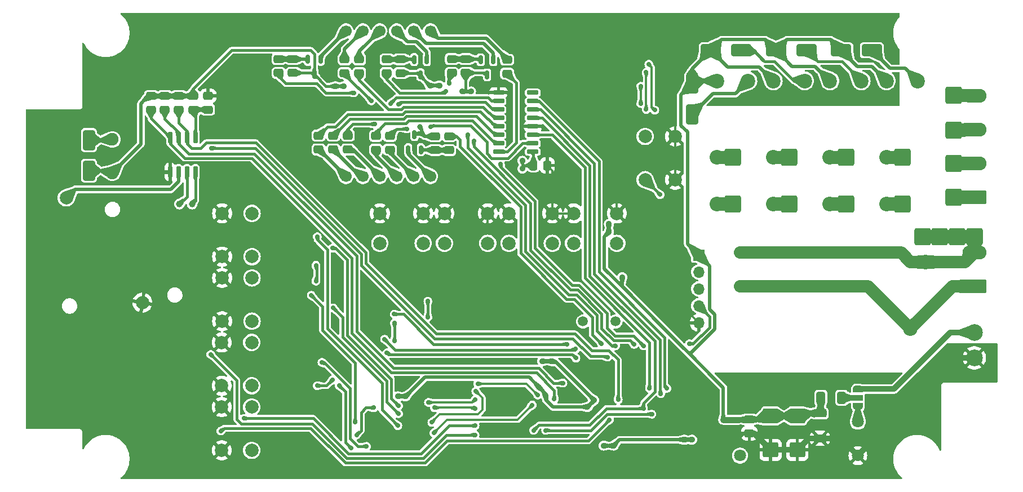
<source format=gbl>
%TF.GenerationSoftware,KiCad,Pcbnew,8.0.1*%
%TF.CreationDate,2025-05-08T07:16:33+02:00*%
%TF.ProjectId,prj-gardmer-mb-v2,70726a2d-6761-4726-946d-65722d6d622d,rev?*%
%TF.SameCoordinates,PX4fa1be0PY7872f60*%
%TF.FileFunction,Copper,L2,Bot*%
%TF.FilePolarity,Positive*%
%FSLAX46Y46*%
G04 Gerber Fmt 4.6, Leading zero omitted, Abs format (unit mm)*
G04 Created by KiCad (PCBNEW 8.0.1) date 2025-05-08 07:16:33*
%MOMM*%
%LPD*%
G01*
G04 APERTURE LIST*
G04 Aperture macros list*
%AMRoundRect*
0 Rectangle with rounded corners*
0 $1 Rounding radius*
0 $2 $3 $4 $5 $6 $7 $8 $9 X,Y pos of 4 corners*
0 Add a 4 corners polygon primitive as box body*
4,1,4,$2,$3,$4,$5,$6,$7,$8,$9,$2,$3,0*
0 Add four circle primitives for the rounded corners*
1,1,$1+$1,$2,$3*
1,1,$1+$1,$4,$5*
1,1,$1+$1,$6,$7*
1,1,$1+$1,$8,$9*
0 Add four rect primitives between the rounded corners*
20,1,$1+$1,$2,$3,$4,$5,0*
20,1,$1+$1,$4,$5,$6,$7,0*
20,1,$1+$1,$6,$7,$8,$9,0*
20,1,$1+$1,$8,$9,$2,$3,0*%
%AMFreePoly0*
4,1,19,0.550000,-0.750000,0.000000,-0.750000,0.000000,-0.744911,-0.071157,-0.744911,-0.207708,-0.704816,-0.327430,-0.627875,-0.420627,-0.520320,-0.479746,-0.390866,-0.500000,-0.250000,-0.500000,0.250000,-0.479746,0.390866,-0.420627,0.520320,-0.327430,0.627875,-0.207708,0.704816,-0.071157,0.744911,0.000000,0.744911,0.000000,0.750000,0.550000,0.750000,0.550000,-0.750000,0.550000,-0.750000,
$1*%
%AMFreePoly1*
4,1,19,0.000000,0.744911,0.071157,0.744911,0.207708,0.704816,0.327430,0.627875,0.420627,0.520320,0.479746,0.390866,0.500000,0.250000,0.500000,-0.250000,0.479746,-0.390866,0.420627,-0.520320,0.327430,-0.627875,0.207708,-0.704816,0.071157,-0.744911,0.000000,-0.744911,0.000000,-0.750000,-0.550000,-0.750000,-0.550000,0.750000,0.000000,0.750000,0.000000,0.744911,0.000000,0.744911,
$1*%
G04 Aperture macros list end*
%TA.AperFunction,ComponentPad*%
%ADD10C,2.000000*%
%TD*%
%TA.AperFunction,ComponentPad*%
%ADD11RoundRect,0.249999X1.550001X-0.790001X1.550001X0.790001X-1.550001X0.790001X-1.550001X-0.790001X0*%
%TD*%
%TA.AperFunction,ComponentPad*%
%ADD12O,3.600000X2.080000*%
%TD*%
%TA.AperFunction,ComponentPad*%
%ADD13C,2.200000*%
%TD*%
%TA.AperFunction,ComponentPad*%
%ADD14R,1.700000X1.700000*%
%TD*%
%TA.AperFunction,ComponentPad*%
%ADD15O,1.700000X1.700000*%
%TD*%
%TA.AperFunction,ComponentPad*%
%ADD16C,1.500000*%
%TD*%
%TA.AperFunction,ComponentPad*%
%ADD17C,1.900000*%
%TD*%
%TA.AperFunction,ComponentPad*%
%ADD18C,1.700000*%
%TD*%
%TA.AperFunction,ComponentPad*%
%ADD19C,2.500000*%
%TD*%
%TA.AperFunction,ComponentPad*%
%ADD20C,1.800000*%
%TD*%
%TA.AperFunction,SMDPad,CuDef*%
%ADD21RoundRect,0.250000X1.000000X1.000000X-1.000000X1.000000X-1.000000X-1.000000X1.000000X-1.000000X0*%
%TD*%
%TA.AperFunction,SMDPad,CuDef*%
%ADD22RoundRect,0.250000X0.475000X-0.337500X0.475000X0.337500X-0.475000X0.337500X-0.475000X-0.337500X0*%
%TD*%
%TA.AperFunction,SMDPad,CuDef*%
%ADD23RoundRect,0.150000X0.150000X-0.512500X0.150000X0.512500X-0.150000X0.512500X-0.150000X-0.512500X0*%
%TD*%
%TA.AperFunction,SMDPad,CuDef*%
%ADD24RoundRect,0.250000X-0.337500X-0.475000X0.337500X-0.475000X0.337500X0.475000X-0.337500X0.475000X0*%
%TD*%
%TA.AperFunction,SMDPad,CuDef*%
%ADD25FreePoly0,270.000000*%
%TD*%
%TA.AperFunction,SMDPad,CuDef*%
%ADD26R,1.500000X0.850000*%
%TD*%
%TA.AperFunction,SMDPad,CuDef*%
%ADD27FreePoly1,270.000000*%
%TD*%
%TA.AperFunction,SMDPad,CuDef*%
%ADD28RoundRect,0.250000X-0.475000X0.337500X-0.475000X-0.337500X0.475000X-0.337500X0.475000X0.337500X0*%
%TD*%
%TA.AperFunction,SMDPad,CuDef*%
%ADD29RoundRect,0.150000X0.150000X-0.725000X0.150000X0.725000X-0.150000X0.725000X-0.150000X-0.725000X0*%
%TD*%
%TA.AperFunction,SMDPad,CuDef*%
%ADD30RoundRect,0.250000X0.650000X-1.250000X0.650000X1.250000X-0.650000X1.250000X-0.650000X-1.250000X0*%
%TD*%
%TA.AperFunction,SMDPad,CuDef*%
%ADD31RoundRect,0.150000X-0.150000X0.512500X-0.150000X-0.512500X0.150000X-0.512500X0.150000X0.512500X0*%
%TD*%
%TA.AperFunction,SMDPad,CuDef*%
%ADD32RoundRect,0.250000X0.412500X0.650000X-0.412500X0.650000X-0.412500X-0.650000X0.412500X-0.650000X0*%
%TD*%
%TA.AperFunction,SMDPad,CuDef*%
%ADD33RoundRect,0.250000X-1.250000X-0.650000X1.250000X-0.650000X1.250000X0.650000X-1.250000X0.650000X0*%
%TD*%
%TA.AperFunction,SMDPad,CuDef*%
%ADD34RoundRect,0.250000X-0.925000X0.875000X-0.925000X-0.875000X0.925000X-0.875000X0.925000X0.875000X0*%
%TD*%
%TA.AperFunction,SMDPad,CuDef*%
%ADD35RoundRect,0.250000X-0.650000X1.250000X-0.650000X-1.250000X0.650000X-1.250000X0.650000X1.250000X0*%
%TD*%
%TA.AperFunction,ComponentPad*%
%ADD36C,1.000000*%
%TD*%
%TA.AperFunction,SMDPad,CuDef*%
%ADD37RoundRect,0.312500X-0.687500X0.312500X-0.687500X-0.312500X0.687500X-0.312500X0.687500X0.312500X0*%
%TD*%
%TA.AperFunction,SMDPad,CuDef*%
%ADD38RoundRect,0.150000X-0.725000X-0.150000X0.725000X-0.150000X0.725000X0.150000X-0.725000X0.150000X0*%
%TD*%
%TA.AperFunction,ViaPad*%
%ADD39C,0.700000*%
%TD*%
%TA.AperFunction,ViaPad*%
%ADD40C,0.900000*%
%TD*%
%TA.AperFunction,ViaPad*%
%ADD41C,0.800000*%
%TD*%
%TA.AperFunction,Conductor*%
%ADD42C,0.812800*%
%TD*%
%TA.AperFunction,Conductor*%
%ADD43C,0.304800*%
%TD*%
%TA.AperFunction,Conductor*%
%ADD44C,0.406400*%
%TD*%
%TA.AperFunction,Conductor*%
%ADD45C,0.254000*%
%TD*%
%TA.AperFunction,Conductor*%
%ADD46C,0.508000*%
%TD*%
%TA.AperFunction,Conductor*%
%ADD47C,0.914400*%
%TD*%
%TA.AperFunction,Conductor*%
%ADD48C,1.828800*%
%TD*%
%TA.AperFunction,Conductor*%
%ADD49C,0.355600*%
%TD*%
G04 APERTURE END LIST*
D10*
%TO.P,SW5,1,1*%
%TO.N,GND*%
X64600000Y40400000D03*
X71100000Y40400000D03*
%TO.P,SW5,2,2*%
%TO.N,Net-(C9-Pad1)*%
X64600000Y35900000D03*
X71100000Y35900000D03*
%TD*%
%TO.P,SW7,1,1*%
%TO.N,GND*%
X21500000Y24200000D03*
X21500000Y30700000D03*
%TO.P,SW7,2,2*%
%TO.N,Net-(C11-Pad1)*%
X26000000Y24200000D03*
X26000000Y30700000D03*
%TD*%
D11*
%TO.P,J2,1,Pin_1*%
%TO.N,/230VAC_N*%
X134500000Y29450000D03*
D12*
%TO.P,J2,2,Pin_2*%
%TO.N,/230VAC_L*%
X134500000Y34530000D03*
%TD*%
D13*
%TO.P,K4,1*%
%TO.N,Net-(D4-A)*%
X100500000Y60300000D03*
%TO.P,K4,2*%
%TO.N,+5V*%
X95800000Y60300000D03*
%TO.P,K4,3*%
%TO.N,Net-(K4-Pad3)*%
X95800000Y48800000D03*
%TO.P,K4,4*%
%TO.N,Net-(K4-Pad4)*%
X95800000Y41800000D03*
%TD*%
D10*
%TO.P,BT1,1,+*%
%TO.N,+BATT*%
X-1905712Y42731279D03*
%TO.P,BT1,2,-*%
%TO.N,GND*%
X9526712Y26995898D03*
%TD*%
D14*
%TO.P,J1,1,Pin_1*%
%TO.N,+5V*%
X93100000Y34130000D03*
D15*
%TO.P,J1,2,Pin_2*%
%TO.N,/MCU/PGC*%
X93100000Y31590000D03*
%TO.P,J1,3,Pin_3*%
%TO.N,/MCU/PGD*%
X93100000Y29050000D03*
%TO.P,J1,4,Pin_4*%
%TO.N,/MCU/MCLR*%
X93100000Y26510000D03*
%TO.P,J1,5,Pin_5*%
%TO.N,GND*%
X93100000Y23970000D03*
%TD*%
D16*
%TO.P,Y1,1,1*%
%TO.N,Net-(U1-RA7{slash}OSC1)*%
X80600000Y24150000D03*
%TO.P,Y1,2,2*%
%TO.N,Net-(U1-RA6{slash}OSC2)*%
X75720000Y24150000D03*
%TD*%
D13*
%TO.P,K3,1*%
%TO.N,Net-(D3-A)*%
X109000000Y60300000D03*
%TO.P,K3,2*%
%TO.N,+5V*%
X104300000Y60300000D03*
%TO.P,K3,3*%
%TO.N,Net-(K3-Pad3)*%
X104300000Y48800000D03*
%TO.P,K3,4*%
%TO.N,Net-(K3-Pad4)*%
X104300000Y41800000D03*
%TD*%
D10*
%TO.P,SW4,1,1*%
%TO.N,GND*%
X45200000Y40400000D03*
X51700000Y40400000D03*
%TO.P,SW4,2,2*%
%TO.N,Net-(C8-Pad1)*%
X45200000Y35900000D03*
X51700000Y35900000D03*
%TD*%
D13*
%TO.P,RV1,1*%
%TO.N,/230VAC_L*%
X127200000Y33100000D03*
%TO.P,RV1,2*%
%TO.N,/230VAC_N*%
X124850000Y23100000D03*
%TD*%
D17*
%TO.P,BZ1,1,+*%
%TO.N,+5V*%
X5000000Y46500000D03*
%TO.P,BZ1,2,-*%
%TO.N,Net-(BZ1--)*%
X5000000Y51500000D03*
%TD*%
D10*
%TO.P,SW9,1,1*%
%TO.N,GND*%
X21450000Y4800000D03*
X21450000Y11300000D03*
%TO.P,SW9,2,2*%
%TO.N,Net-(C13-Pad1)*%
X25950000Y4800000D03*
X25950000Y11300000D03*
%TD*%
D13*
%TO.P,K2,1*%
%TO.N,Net-(D2-A)*%
X117500000Y60300000D03*
%TO.P,K2,2*%
%TO.N,+5V*%
X112800000Y60300000D03*
%TO.P,K2,3*%
%TO.N,Net-(K2-Pad3)*%
X112800000Y48800000D03*
%TO.P,K2,4*%
%TO.N,Net-(K2-Pad4)*%
X112800000Y41800000D03*
%TD*%
%TO.P,K1,1*%
%TO.N,Net-(D1-A)*%
X126000000Y60300000D03*
%TO.P,K1,2*%
%TO.N,+5V*%
X121300000Y60300000D03*
%TO.P,K1,3*%
%TO.N,Net-(K1-Pad3)*%
X121300000Y48800000D03*
%TO.P,K1,4*%
%TO.N,Net-(K1-Pad4)*%
X121300000Y41800000D03*
%TD*%
D18*
%TO.P,U7,1,e*%
%TO.N,Net-(U7-e)*%
X40100000Y45956000D03*
%TO.P,U7,2,d*%
%TO.N,Net-(U7-d)*%
X42640000Y45956000D03*
%TO.P,U7,3,D5-D6*%
%TO.N,Net-(U7-D5-D6)*%
X45180000Y45956000D03*
%TO.P,U7,4,c*%
%TO.N,Net-(U7-c)*%
X47720000Y45956000D03*
%TO.P,U7,5,g*%
%TO.N,Net-(U7-g)*%
X50260000Y45956000D03*
%TO.P,U7,6,CA4*%
%TO.N,Net-(Q8-E)*%
X52800000Y45956000D03*
%TO.P,U7,7,b*%
%TO.N,Net-(U7-b)*%
X52800000Y67800000D03*
%TO.P,U7,8,CA3*%
%TO.N,Net-(Q7-E)*%
X50260000Y67800000D03*
%TO.P,U7,9,CA2*%
%TO.N,Net-(Q6-E)*%
X47720000Y67800000D03*
%TO.P,U7,10,f*%
%TO.N,Net-(U7-f)*%
X45180000Y67800000D03*
%TO.P,U7,11,a*%
%TO.N,Net-(U7-a)*%
X42640000Y67800000D03*
%TO.P,U7,12,CA1*%
%TO.N,Net-(Q5-E)*%
X40100000Y67800000D03*
%TD*%
D11*
%TO.P,J3,1,Pin_1*%
%TO.N,/RelaysLeds/RELAY1_OUT*%
X134500000Y42850000D03*
D12*
%TO.P,J3,2,Pin_2*%
%TO.N,/RelaysLeds/RELAY2_OUT*%
X134500000Y47930000D03*
%TO.P,J3,3,Pin_3*%
%TO.N,/RelaysLeds/RELAY3_OUT*%
X134500000Y53010000D03*
%TO.P,J3,4,Pin_4*%
%TO.N,/RelaysLeds/RELAY4_OUT*%
X134500000Y58090000D03*
%TD*%
D19*
%TO.P,J4,1,Pin_1*%
%TO.N,GND*%
X134500000Y18700000D03*
%TO.P,J4,2,Pin_2*%
%TO.N,/Power/5VDC_IN*%
X134500000Y22500000D03*
%TD*%
D10*
%TO.P,SW2,1,1*%
%TO.N,GND*%
X74300000Y40400000D03*
X80800000Y40400000D03*
%TO.P,SW2,2,2*%
%TO.N,Net-(C6-Pad1)*%
X74300000Y35900000D03*
X80800000Y35900000D03*
%TD*%
%TO.P,SW8,1,1*%
%TO.N,GND*%
X21450000Y14500000D03*
X21450000Y21000000D03*
%TO.P,SW8,2,2*%
%TO.N,Net-(C12-Pad1)*%
X25950000Y14500000D03*
X25950000Y21000000D03*
%TD*%
%TO.P,SW3,1,1*%
%TO.N,GND*%
X54900000Y40400000D03*
X61400000Y40400000D03*
%TO.P,SW3,2,2*%
%TO.N,Net-(C7-Pad1)*%
X54900000Y35900000D03*
X61400000Y35900000D03*
%TD*%
%TO.P,SW1,1,1*%
%TO.N,Net-(C1-Pad1)*%
X85050000Y45450000D03*
X85050000Y51950000D03*
%TO.P,SW1,2,2*%
%TO.N,GND*%
X89550000Y45450000D03*
X89550000Y51950000D03*
%TD*%
D20*
%TO.P,PS1,1,AC/L*%
%TO.N,/230VAC_L*%
X99300000Y34500000D03*
%TO.P,PS1,2,AC/N*%
%TO.N,/230VAC_N*%
X99300000Y29400000D03*
%TO.P,PS1,3,+Vo*%
%TO.N,Net-(JP1-B)*%
X117000000Y9100000D03*
%TO.P,PS1,4,-Vo*%
%TO.N,GND*%
X117000000Y4000000D03*
%TO.P,PS1,5,NC*%
%TO.N,unconnected-(PS1-NC-Pad5)*%
X99300000Y4000000D03*
%TD*%
D10*
%TO.P,SW6,1,1*%
%TO.N,GND*%
X21500000Y33900000D03*
X21500000Y40400000D03*
%TO.P,SW6,2,2*%
%TO.N,Net-(C10-Pad1)*%
X26000000Y33900000D03*
X26000000Y40400000D03*
%TD*%
D21*
%TO.P,TP17,1,1*%
%TO.N,/RelaysLeds/RELAY2_OUT*%
X131400000Y47900000D03*
%TD*%
D22*
%TO.P,R40,1*%
%TO.N,Net-(U8-QA)*%
X39900000Y61462500D03*
%TO.P,R40,2*%
%TO.N,Net-(U7-a)*%
X39900000Y63537500D03*
%TD*%
D21*
%TO.P,TP3,1,1*%
%TO.N,/230VAC_L*%
X129300000Y36900000D03*
%TD*%
D22*
%TO.P,R36,1*%
%TO.N,/Display/DISP_CA1*%
X30000000Y61500000D03*
%TO.P,R36,2*%
%TO.N,Net-(Q5-B)*%
X30000000Y63575000D03*
%TD*%
D23*
%TO.P,Q8,1,B*%
%TO.N,Net-(Q8-B)*%
X51350000Y49962500D03*
%TO.P,Q8,2,C*%
%TO.N,+5V*%
X50400000Y52237500D03*
%TO.P,Q8,3,E*%
%TO.N,Net-(Q8-E)*%
X49450000Y49962500D03*
%TD*%
D22*
%TO.P,R45,1*%
%TO.N,Net-(U8-QF)*%
X42100000Y61462500D03*
%TO.P,R45,2*%
%TO.N,Net-(U7-f)*%
X42100000Y63537500D03*
%TD*%
D24*
%TO.P,C19,1*%
%TO.N,+5V*%
X68262500Y47600000D03*
%TO.P,C19,2*%
%TO.N,GND*%
X70337500Y47600000D03*
%TD*%
D21*
%TO.P,TP5,1,1*%
%TO.N,Net-(K1-Pad4)*%
X123700000Y41800000D03*
%TD*%
D25*
%TO.P,JP1,1,A*%
%TO.N,/Power/5VDC_IN*%
X117000000Y14000000D03*
D26*
%TO.P,JP1,2,C*%
%TO.N,Net-(JP1-C)*%
X117000000Y12700000D03*
D27*
%TO.P,JP1,3,B*%
%TO.N,Net-(JP1-B)*%
X117000000Y11400000D03*
%TD*%
D21*
%TO.P,TP18,1,1*%
%TO.N,/RelaysLeds/RELAY1_OUT*%
X131400000Y42800000D03*
%TD*%
%TO.P,TP7,1,1*%
%TO.N,Net-(K3-Pad4)*%
X106700000Y41800000D03*
%TD*%
D28*
%TO.P,R39,1*%
%TO.N,/Display/DISP_CA4*%
X55600000Y51975000D03*
%TO.P,R39,2*%
%TO.N,Net-(Q8-B)*%
X55600000Y49900000D03*
%TD*%
D22*
%TO.P,R55,1*%
%TO.N,Net-(U2-VDD)*%
X17200000Y55962500D03*
%TO.P,R55,2*%
%TO.N,+5V*%
X17200000Y58037500D03*
%TD*%
%TO.P,R32,1*%
%TO.N,+5V*%
X32100000Y61500000D03*
%TO.P,R32,2*%
%TO.N,Net-(Q5-B)*%
X32100000Y63575000D03*
%TD*%
D21*
%TO.P,TP14,1,1*%
%TO.N,Net-(K4-Pad3)*%
X98200000Y48800000D03*
%TD*%
D28*
%TO.P,R35,1*%
%TO.N,+5V*%
X53500000Y51975000D03*
%TO.P,R35,2*%
%TO.N,Net-(Q8-B)*%
X53500000Y49900000D03*
%TD*%
D29*
%TO.P,U2,1,OSCI*%
%TO.N,Net-(U2-OSCI)*%
X17505000Y46625000D03*
%TO.P,U2,2,OSCO*%
%TO.N,Net-(U2-OSCO)*%
X16235000Y46625000D03*
%TO.P,U2,3,VBAT*%
%TO.N,+BATT*%
X14965000Y46625000D03*
%TO.P,U2,4,VSS*%
%TO.N,GND*%
X13695000Y46625000D03*
%TO.P,U2,5,SDA*%
%TO.N,Net-(U1-RC4{slash}SDA1)*%
X13695000Y51775000D03*
%TO.P,U2,6,SCL*%
%TO.N,Net-(U1-RC3{slash}SCL1)*%
X14965000Y51775000D03*
%TO.P,U2,7,~{INT1}/CLKOUT*%
%TO.N,Net-(U1-INT1{slash}RB1)*%
X16235000Y51775000D03*
%TO.P,U2,8,VDD*%
%TO.N,Net-(U2-VDD)*%
X17505000Y51775000D03*
%TD*%
D30*
%TO.P,D15,1,K*%
%TO.N,+5V*%
X1500000Y46800000D03*
%TO.P,D15,2,A*%
%TO.N,Net-(BZ1--)*%
X1500000Y51400000D03*
%TD*%
D31*
%TO.P,Q5,1,B*%
%TO.N,Net-(Q5-B)*%
X34400000Y63537500D03*
%TO.P,Q5,2,C*%
%TO.N,+5V*%
X35350000Y61262500D03*
%TO.P,Q5,3,E*%
%TO.N,Net-(Q5-E)*%
X36300000Y63537500D03*
%TD*%
D28*
%TO.P,R3,1*%
%TO.N,+5V*%
X12900000Y58037500D03*
%TO.P,R3,2*%
%TO.N,Net-(U1-RC3{slash}SCL1)*%
X12900000Y55962500D03*
%TD*%
D21*
%TO.P,TP4,1,1*%
%TO.N,/230VAC_L*%
X126700000Y36900000D03*
%TD*%
%TO.P,TP8,1,1*%
%TO.N,Net-(K4-Pad4)*%
X98200000Y41800000D03*
%TD*%
%TO.P,TP6,1,1*%
%TO.N,Net-(K2-Pad4)*%
X115200000Y41800000D03*
%TD*%
D32*
%TO.P,F1,1*%
%TO.N,Net-(JP1-C)*%
X114562500Y12700000D03*
%TO.P,F1,2*%
%TO.N,+5V*%
X111437500Y12700000D03*
%TD*%
D21*
%TO.P,TP12,1,1*%
%TO.N,Net-(K2-Pad3)*%
X115200000Y48800000D03*
%TD*%
D28*
%TO.P,R44,1*%
%TO.N,Net-(U8-QE)*%
X36000000Y52075000D03*
%TO.P,R44,2*%
%TO.N,Net-(U7-e)*%
X36000000Y50000000D03*
%TD*%
D33*
%TO.P,D1,1,K*%
%TO.N,+5V*%
X114500000Y64900000D03*
%TO.P,D1,2,A*%
%TO.N,Net-(D1-A)*%
X119100000Y64900000D03*
%TD*%
D31*
%TO.P,Q7,1,B*%
%TO.N,Net-(Q7-B)*%
X60350000Y63475000D03*
%TO.P,Q7,2,C*%
%TO.N,+5V*%
X61300000Y61200000D03*
%TO.P,Q7,3,E*%
%TO.N,Net-(Q7-E)*%
X62250000Y63475000D03*
%TD*%
D22*
%TO.P,R41,1*%
%TO.N,Net-(U8-QB)*%
X64300000Y61400000D03*
%TO.P,R41,2*%
%TO.N,Net-(U7-b)*%
X64300000Y63475000D03*
%TD*%
D21*
%TO.P,TP15,1,1*%
%TO.N,/RelaysLeds/RELAY4_OUT*%
X131400000Y58100000D03*
%TD*%
D33*
%TO.P,D2,1,K*%
%TO.N,+5V*%
X104700000Y64900000D03*
%TO.P,D2,2,A*%
%TO.N,Net-(D2-A)*%
X109300000Y64900000D03*
%TD*%
D31*
%TO.P,Q6,1,B*%
%TO.N,Net-(Q6-B)*%
X50350000Y63500000D03*
%TO.P,Q6,2,C*%
%TO.N,+5V*%
X51300000Y61225000D03*
%TO.P,Q6,3,E*%
%TO.N,Net-(Q6-E)*%
X52250000Y63500000D03*
%TD*%
D22*
%TO.P,R34,1*%
%TO.N,+5V*%
X58100000Y61500000D03*
%TO.P,R34,2*%
%TO.N,Net-(Q7-B)*%
X58100000Y63575000D03*
%TD*%
%TO.P,R38,1*%
%TO.N,/Display/DISP_CA3*%
X56000000Y61500000D03*
%TO.P,R38,2*%
%TO.N,Net-(Q7-B)*%
X56000000Y63575000D03*
%TD*%
D28*
%TO.P,C21,1*%
%TO.N,+5V*%
X100700000Y9437500D03*
%TO.P,C21,2*%
%TO.N,GND*%
X100700000Y7362500D03*
%TD*%
D21*
%TO.P,TP2,1,1*%
%TO.N,/230VAC_L*%
X131900000Y36900000D03*
%TD*%
D28*
%TO.P,R47,1*%
%TO.N,Net-(U8-QH)*%
X40400000Y52075000D03*
%TO.P,R47,2*%
%TO.N,Net-(U7-D5-D6)*%
X40400000Y50000000D03*
%TD*%
D33*
%TO.P,D3,1,K*%
%TO.N,+5V*%
X94900000Y64900000D03*
%TO.P,D3,2,A*%
%TO.N,Net-(D3-A)*%
X99500000Y64900000D03*
%TD*%
D21*
%TO.P,TP1,1,1*%
%TO.N,/230VAC_L*%
X134500000Y36900000D03*
%TD*%
D34*
%TO.P,C23,1*%
%TO.N,+5V*%
X103900000Y9950000D03*
%TO.P,C23,2*%
%TO.N,GND*%
X103900000Y4850000D03*
%TD*%
D22*
%TO.P,R37,1*%
%TO.N,/Display/DISP_CA2*%
X46200000Y61462500D03*
%TO.P,R37,2*%
%TO.N,Net-(Q6-B)*%
X46200000Y63537500D03*
%TD*%
D35*
%TO.P,D4,1,K*%
%TO.N,+5V*%
X92100000Y59900000D03*
%TO.P,D4,2,A*%
%TO.N,Net-(D4-A)*%
X92100000Y55300000D03*
%TD*%
D28*
%TO.P,R46,1*%
%TO.N,Net-(U8-QG)*%
X46700000Y52037500D03*
%TO.P,R46,2*%
%TO.N,Net-(U7-g)*%
X46700000Y49962500D03*
%TD*%
%TO.P,R43,1*%
%TO.N,Net-(U8-QD)*%
X38200000Y52075000D03*
%TO.P,R43,2*%
%TO.N,Net-(U7-d)*%
X38200000Y50000000D03*
%TD*%
D36*
%TO.P,Y2,1,1*%
%TO.N,Net-(U2-OSCI)*%
X17000000Y41800000D03*
%TO.P,Y2,2,2*%
%TO.N,Net-(U2-OSCO)*%
X15100000Y41800000D03*
%TD*%
D21*
%TO.P,TP13,1,1*%
%TO.N,Net-(K3-Pad3)*%
X106700000Y48800000D03*
%TD*%
%TO.P,TP11,1,1*%
%TO.N,Net-(K1-Pad3)*%
X123700000Y48800000D03*
%TD*%
%TO.P,TP16,1,1*%
%TO.N,/RelaysLeds/RELAY3_OUT*%
X131400000Y52900000D03*
%TD*%
D28*
%TO.P,R42,1*%
%TO.N,Net-(U8-QC)*%
X44600000Y52037500D03*
%TO.P,R42,2*%
%TO.N,Net-(U7-c)*%
X44600000Y49962500D03*
%TD*%
D37*
%TO.P,D16,1,K*%
%TO.N,+5V*%
X111300000Y10350000D03*
%TO.P,D16,2,A*%
%TO.N,GND*%
X111300000Y6600000D03*
%TD*%
D22*
%TO.P,C4,1*%
%TO.N,Net-(U2-VDD)*%
X19400000Y55962500D03*
%TO.P,C4,2*%
%TO.N,GND*%
X19400000Y58037500D03*
%TD*%
%TO.P,R33,1*%
%TO.N,+5V*%
X48300000Y61462500D03*
%TO.P,R33,2*%
%TO.N,Net-(Q6-B)*%
X48300000Y63537500D03*
%TD*%
D28*
%TO.P,R54,1*%
%TO.N,+5V*%
X15000000Y58037500D03*
%TO.P,R54,2*%
%TO.N,Net-(U1-INT1{slash}RB1)*%
X15000000Y55962500D03*
%TD*%
%TO.P,R4,1*%
%TO.N,+5V*%
X10800000Y58037500D03*
%TO.P,R4,2*%
%TO.N,Net-(U1-RC4{slash}SDA1)*%
X10800000Y55962500D03*
%TD*%
D38*
%TO.P,U8,1,QB*%
%TO.N,Net-(U8-QB)*%
X63025000Y49655000D03*
%TO.P,U8,2,QC*%
%TO.N,Net-(U8-QC)*%
X63025000Y50925000D03*
%TO.P,U8,3,QD*%
%TO.N,Net-(U8-QD)*%
X63025000Y52195000D03*
%TO.P,U8,4,QE*%
%TO.N,Net-(U8-QE)*%
X63025000Y53465000D03*
%TO.P,U8,5,QF*%
%TO.N,Net-(U8-QF)*%
X63025000Y54735000D03*
%TO.P,U8,6,QG*%
%TO.N,Net-(U8-QG)*%
X63025000Y56005000D03*
%TO.P,U8,7,QH*%
%TO.N,Net-(U8-QH)*%
X63025000Y57275000D03*
%TO.P,U8,8,GND*%
%TO.N,GND*%
X63025000Y58545000D03*
%TO.P,U8,9,QH'*%
%TO.N,unconnected-(U8-QH'-Pad9)*%
X68175000Y58545000D03*
%TO.P,U8,10,~{SRCLR}*%
%TO.N,/RelaysLeds/S_SRCLR*%
X68175000Y57275000D03*
%TO.P,U8,11,SRCLK*%
%TO.N,/Display/S_SRCLK2_IN*%
X68175000Y56005000D03*
%TO.P,U8,12,RCLK*%
%TO.N,/RelaysLeds/S_RCLK*%
X68175000Y54735000D03*
%TO.P,U8,13,~{OE}*%
%TO.N,GND*%
X68175000Y53465000D03*
%TO.P,U8,14,SER*%
%TO.N,/RelaysLeds/S_SER*%
X68175000Y52195000D03*
%TO.P,U8,15,QA*%
%TO.N,Net-(U8-QA)*%
X68175000Y50925000D03*
%TO.P,U8,16,VCC*%
%TO.N,+5V*%
X68175000Y49655000D03*
%TD*%
D34*
%TO.P,C20,1*%
%TO.N,+5V*%
X107900000Y9950000D03*
%TO.P,C20,2*%
%TO.N,GND*%
X107900000Y4850000D03*
%TD*%
D39*
%TO.N,GND*%
X72800000Y45000000D03*
X127600000Y12500000D03*
X41600000Y1100000D03*
X34700000Y20300000D03*
X12000000Y68500000D03*
X3200000Y9000000D03*
X85900000Y49400000D03*
X2100000Y38800000D03*
X69600000Y68400000D03*
X35500000Y22600000D03*
X109000000Y14600000D03*
X60200000Y26000000D03*
X39200000Y32800000D03*
X45700000Y22700000D03*
X38400000Y33800000D03*
X99000000Y12900000D03*
X58800000Y14600000D03*
X108600000Y69000000D03*
X32400000Y53700000D03*
X51300000Y18200000D03*
X98200000Y15800000D03*
X35000000Y38300000D03*
X125500000Y9800000D03*
X9700000Y6300000D03*
X64100000Y31000000D03*
X121000000Y58100000D03*
X48400000Y43000000D03*
X84100000Y55400000D03*
X53300000Y14600000D03*
X74400000Y62800000D03*
X74800000Y46800000D03*
X48500000Y14200000D03*
X106200000Y59400000D03*
X48200000Y36800000D03*
X64000000Y5200000D03*
X44500000Y29200000D03*
X114700000Y59400000D03*
X26200000Y60300000D03*
X47200000Y26400000D03*
X97000000Y2900000D03*
X1500000Y33500000D03*
X53100000Y2300000D03*
X101200000Y2900000D03*
X72500000Y10100000D03*
X36000000Y10400000D03*
X69900000Y53100000D03*
X112600000Y2900000D03*
X-2200000Y22500000D03*
X35300000Y4900000D03*
X18200000Y27200000D03*
X84100000Y43500000D03*
X74300000Y10100000D03*
X71200000Y50100000D03*
X-5100000Y24700000D03*
X57200000Y45200000D03*
X36500000Y4900000D03*
X70800000Y16900000D03*
X39400000Y26300000D03*
X54500000Y30900000D03*
X13500000Y63400000D03*
X6500000Y33400000D03*
X99300000Y69000000D03*
X32600000Y49300000D03*
X64700000Y2500000D03*
X63200000Y4000000D03*
X84500000Y65300000D03*
X31900000Y57700000D03*
X58700000Y2500000D03*
X8400000Y63000000D03*
X42700000Y27500000D03*
X70600000Y28700000D03*
X8800000Y37400000D03*
X80400000Y48300000D03*
X25400000Y47000000D03*
X35500000Y24900000D03*
X35900000Y45800000D03*
X108300000Y58200000D03*
X43000000Y6700000D03*
X-3300000Y49700000D03*
X72600000Y1600000D03*
X74700000Y13000000D03*
X55400000Y26000000D03*
X58600000Y33900000D03*
X97800000Y7100000D03*
X60000000Y45200000D03*
X18600000Y66400000D03*
X77300000Y54100000D03*
X76200000Y22500000D03*
X10800000Y1900000D03*
X11700000Y49000000D03*
X-4900000Y38800000D03*
X81900000Y23100000D03*
X30600000Y67800000D03*
X79800000Y60300000D03*
X28100000Y3500000D03*
X73300000Y4300000D03*
X38700000Y23000000D03*
X73500000Y57700000D03*
X105900000Y2900000D03*
X79700000Y15000000D03*
X76800000Y10100000D03*
X73700000Y31900000D03*
X-5600000Y51800000D03*
X43600000Y10300000D03*
X88100000Y68400000D03*
X3500000Y27600000D03*
X82900000Y12400000D03*
X56600000Y47700000D03*
X118300000Y69000000D03*
X23500000Y52900000D03*
X64700000Y58500000D03*
X65400000Y28000000D03*
X52000000Y8000000D03*
X12100000Y46500000D03*
X70000000Y10800000D03*
X74700000Y68100000D03*
X35800000Y68700000D03*
X58100000Y43000000D03*
X70600000Y4700000D03*
X10800000Y32700000D03*
X50700000Y59600000D03*
X62100000Y30300000D03*
X93700000Y4800000D03*
X20100000Y45300000D03*
X13900000Y1900000D03*
X82200000Y9300000D03*
X57100000Y68400000D03*
X77600000Y1600000D03*
X24700000Y68600000D03*
X51100000Y27200000D03*
X31600000Y1100000D03*
X52300000Y29900000D03*
X67700000Y2500000D03*
X21500000Y58000000D03*
X61700000Y2500000D03*
X89100000Y20400000D03*
X49700000Y1900000D03*
X112600000Y15900000D03*
X105400000Y15800000D03*
X46700000Y48200000D03*
X81400000Y33200000D03*
X67400000Y23500000D03*
X50200000Y5800000D03*
X41500000Y48200000D03*
X50400000Y12100000D03*
X64100000Y68400000D03*
X85700000Y35600000D03*
X21600000Y1100000D03*
X55200000Y28700000D03*
X90800000Y64400000D03*
X79300000Y66000000D03*
X90700000Y18800000D03*
X51900000Y10000000D03*
X101800000Y14300000D03*
X86300000Y11500000D03*
X38200000Y3100000D03*
X57900000Y36800000D03*
X-2600000Y53400000D03*
X27000000Y56000000D03*
X116800000Y58100000D03*
X100900000Y58200000D03*
X86300000Y32900000D03*
D40*
%TO.N,+5V*%
X96800000Y9400000D03*
X79600000Y38800000D03*
X78800000Y5500000D03*
X80300000Y5500000D03*
X71000000Y18200000D03*
X47900000Y12900000D03*
X57600000Y58700000D03*
X81600000Y30800000D03*
X98000000Y9400000D03*
X54200000Y59600000D03*
X70100000Y13000000D03*
X49100000Y12900000D03*
X66600000Y47100000D03*
X39800000Y59500000D03*
X90900000Y6400000D03*
X69600000Y18200000D03*
X58900000Y58700000D03*
D41*
X51500000Y52400000D03*
D40*
X69100000Y14300000D03*
X92100000Y6400000D03*
D41*
X51200000Y53400000D03*
D40*
X79600000Y37600000D03*
X77400000Y12300000D03*
X52700000Y59600000D03*
X38500000Y59500000D03*
X76400000Y11300000D03*
X99100000Y9400000D03*
X66600000Y48300000D03*
D39*
%TO.N,Net-(C1-Pad1)*%
X87300000Y43200000D03*
%TO.N,Net-(D5-K)*%
X38100000Y35200000D03*
X48000000Y11500000D03*
%TO.N,Net-(D6-K)*%
X38200000Y26200000D03*
X48000000Y10300000D03*
%TO.N,Net-(D7-K)*%
X43200000Y5400000D03*
X36500000Y18000000D03*
%TO.N,Net-(D9-K)*%
X35800000Y36900000D03*
X47900000Y8500000D03*
%TO.N,Net-(D10-K)*%
X41500000Y9000000D03*
X34900000Y28100000D03*
%TO.N,Net-(D12-K)*%
X44300000Y11200000D03*
X41700000Y7100000D03*
%TO.N,/MCU/MCLR*%
X91700000Y20800000D03*
%TO.N,Net-(U1-RC3{slash}SCL1)*%
X72700000Y14900000D03*
%TO.N,Net-(U1-RC4{slash}SDA1)*%
X71400000Y12500000D03*
%TO.N,Net-(U3-CE)*%
X47400000Y21200000D03*
X47400000Y23900000D03*
%TO.N,/RelaysLeds/RELAY1_EN*%
X85600000Y62800000D03*
X86500000Y55900000D03*
%TO.N,/RelaysLeds/RELAY2_EN*%
X85200000Y61600000D03*
X85200000Y56000000D03*
%TO.N,/RelaysLeds/RELAY3_EN*%
X84400000Y59500000D03*
X84400000Y56900000D03*
%TO.N,/Display/DISP_CA1*%
X63300000Y47800000D03*
X84800000Y20500000D03*
X41300000Y58500000D03*
%TO.N,/Display/DISP_CA2*%
X59300000Y51300000D03*
X55100000Y58700000D03*
X83400000Y20700000D03*
%TO.N,/Display/DISP_CA3*%
X55600000Y59900000D03*
X58400000Y52200000D03*
X80600000Y20500000D03*
%TO.N,/Display/DISP_CA4*%
X78500000Y20800000D03*
%TO.N,Net-(U8-QA)*%
X52800000Y53400000D03*
X43900000Y57300000D03*
%TO.N,Net-(U8-QG)*%
X48000000Y56800000D03*
X49300000Y53100000D03*
%TO.N,Net-(U8-QH)*%
X44400000Y53800000D03*
X46800000Y56900000D03*
%TO.N,/RelaysLeds/LOCK_LED_EN*%
X24800000Y9600000D03*
X59500000Y8500000D03*
%TO.N,/RelaysLeds/UNLOCK_LED_EN*%
X19800000Y19200000D03*
X59500000Y7100000D03*
%TO.N,Net-(U1-INT1{slash}RB1)*%
X81000000Y12400000D03*
%TO.N,Net-(U1-RA4)*%
X19900000Y50200000D03*
X79400000Y18800000D03*
%TO.N,Net-(U1-INT0{slash}RB0)*%
X79700000Y9400000D03*
X21300000Y7700000D03*
%TO.N,Net-(U3-B)*%
X52400000Y24800000D03*
X52400000Y27200000D03*
%TO.N,Net-(U3-E)*%
X35600000Y30200000D03*
X35600000Y32600000D03*
%TO.N,Net-(U3-G)*%
X38100000Y15400000D03*
X35800000Y14500000D03*
%TO.N,Net-(U3-H)*%
X40900000Y5100000D03*
X39100000Y14500000D03*
%TO.N,/RelaysLeds/S_SRCLR*%
X88300000Y14100000D03*
%TO.N,/RelaysLeds/S_OE1*%
X86065000Y10235000D03*
X70100000Y7800000D03*
%TO.N,/Buttons/BUTTONS_CLK_IN*%
X47350000Y25250000D03*
X73350000Y20750000D03*
%TO.N,/RelaysLeds/S_RCLK*%
X84800000Y11100000D03*
X68300000Y7800000D03*
%TO.N,/RelaysLeds/S_SER*%
X85700000Y14100000D03*
%TO.N,/Display/S_SRCLK2_IN*%
X87400000Y13300000D03*
%TO.N,/Buttons/BUTTONS_DATA_OUT*%
X45900000Y21500000D03*
X74600000Y20000000D03*
%TO.N,/Buttons/BUTTONS_SHLD_IN*%
X74650000Y18650000D03*
X46250000Y19450000D03*
%TO.N,Net-(U4-QH')*%
X68900000Y13100000D03*
X59900000Y14800000D03*
%TO.N,/RelaysLeds/SEL_LED2_EN*%
X59600000Y13700000D03*
X53000000Y9000000D03*
%TO.N,/RelaysLeds/SEL_LED1_EN*%
X68100000Y11600000D03*
X53300000Y7400000D03*
%TO.N,/RelaysLeds/SEL_LED4_EN*%
X59500000Y11100000D03*
X53400000Y11200000D03*
%TO.N,/RelaysLeds/SEL_LED3_EN*%
X59500000Y12400000D03*
X52500000Y12000000D03*
%TD*%
D42*
%TO.N,GND*%
X101387500Y7362500D02*
X103900000Y4850000D01*
D43*
X51300000Y27400000D02*
X51300000Y28900000D01*
X63700000Y28700000D02*
X66600000Y28700000D01*
X12100000Y46500000D02*
X13570000Y46500000D01*
D44*
X20300000Y10150000D02*
X20300000Y5950000D01*
D43*
X93700000Y4800000D02*
X93200000Y4300000D01*
X71100000Y40400000D02*
X71100000Y46837500D01*
X53100000Y2300000D02*
X54800000Y4000000D01*
X73300000Y4300000D02*
X73000000Y4000000D01*
X51300000Y28900000D02*
X52300000Y29900000D01*
X89550000Y51950000D02*
X89550000Y63150000D01*
X93100000Y23970000D02*
X86300000Y30770000D01*
D44*
X21450000Y11300000D02*
X20300000Y10150000D01*
D43*
X69900000Y53100000D02*
X69535000Y53465000D01*
X26300000Y3200000D02*
X27800000Y3200000D01*
X80800000Y40400000D02*
X82600000Y38600000D01*
D45*
X84900000Y33200000D02*
X84900000Y34800000D01*
D42*
X100700000Y7362500D02*
X101387500Y7362500D01*
D43*
X107400000Y58200000D02*
X106200000Y59400000D01*
D42*
X117000000Y4000000D02*
X131700000Y18700000D01*
D43*
X55400000Y26000000D02*
X57800000Y26000000D01*
X61400000Y39000000D02*
X61400000Y40400000D01*
D45*
X84900000Y33200000D02*
X86000000Y33200000D01*
D43*
X54800000Y4000000D02*
X63200000Y4000000D01*
D42*
X107900000Y4850000D02*
X109650000Y6600000D01*
D43*
X93700000Y4800000D02*
X93700000Y15800000D01*
X69535000Y53465000D02*
X68175000Y53465000D01*
X89550000Y45450000D02*
X89550000Y51950000D01*
X82600000Y38600000D02*
X82600000Y35100000D01*
D42*
X131700000Y18700000D02*
X134500000Y18700000D01*
D43*
X74300000Y10100000D02*
X72500000Y10100000D01*
X82600000Y34400000D02*
X81400000Y33200000D01*
X43600000Y10300000D02*
X48100000Y5800000D01*
X64700000Y58500000D02*
X64655000Y58545000D01*
X80800000Y40400000D02*
X80800000Y45600000D01*
X90700000Y18800000D02*
X89100000Y20400000D01*
X99975000Y7362500D02*
X97412500Y4800000D01*
X13570000Y46500000D02*
X13695000Y46625000D01*
X51100000Y27200000D02*
X51300000Y27400000D01*
D45*
X81400000Y33200000D02*
X84900000Y33200000D01*
D43*
X19437500Y58000000D02*
X19400000Y58037500D01*
X83500000Y48300000D02*
X86700000Y48300000D01*
X52300000Y29900000D02*
X61400000Y39000000D01*
X76800000Y10100000D02*
X79700000Y13000000D01*
D42*
X117000000Y4000000D02*
X114400000Y6600000D01*
D43*
X21500000Y58000000D02*
X19437500Y58000000D01*
X116800000Y58100000D02*
X116000000Y58100000D01*
X66600000Y24300000D02*
X67400000Y23500000D01*
X48100000Y5800000D02*
X50200000Y5800000D01*
D42*
X109650000Y6600000D02*
X111300000Y6600000D01*
D43*
X79700000Y13000000D02*
X79700000Y15000000D01*
X100700000Y7362500D02*
X99975000Y7362500D01*
X23000000Y3200000D02*
X26300000Y3200000D01*
X116000000Y58100000D02*
X114700000Y59400000D01*
X80800000Y45600000D02*
X83500000Y48300000D01*
X27800000Y3200000D02*
X28100000Y3500000D01*
X52300000Y29900000D02*
X55400000Y26800000D01*
X97412500Y4800000D02*
X94300000Y4800000D01*
D42*
X103900000Y4850000D02*
X107900000Y4850000D01*
D43*
X55400000Y26800000D02*
X55400000Y26000000D01*
X64655000Y58545000D02*
X63025000Y58545000D01*
X57800000Y26000000D02*
X62100000Y30300000D01*
X66600000Y28700000D02*
X66600000Y24300000D01*
X82600000Y35100000D02*
X82600000Y34400000D01*
X71100000Y40400000D02*
X74300000Y40400000D01*
D45*
X84900000Y34800000D02*
X85700000Y35600000D01*
D43*
X93200000Y4300000D02*
X73300000Y4300000D01*
X22600000Y3600000D02*
X23000000Y3200000D01*
D44*
X21450000Y4800000D02*
X21450000Y4750000D01*
D43*
X86300000Y30770000D02*
X86300000Y32900000D01*
X66600000Y28700000D02*
X70600000Y28700000D01*
X62100000Y30300000D02*
X63700000Y28700000D01*
X73000000Y4000000D02*
X63200000Y4000000D01*
X93700000Y15800000D02*
X90700000Y18800000D01*
D45*
X86000000Y33200000D02*
X86300000Y32900000D01*
D42*
X114400000Y6600000D02*
X111300000Y6600000D01*
D43*
X89550000Y63150000D02*
X90800000Y64400000D01*
X94300000Y4800000D02*
X93700000Y4800000D01*
X21450000Y4750000D02*
X22600000Y3600000D01*
X71100000Y46837500D02*
X70337500Y47600000D01*
X108300000Y58200000D02*
X107400000Y58200000D01*
X86700000Y48300000D02*
X89550000Y45450000D01*
D44*
X20300000Y5950000D02*
X21450000Y4800000D01*
D43*
X76800000Y10100000D02*
X74300000Y10100000D01*
D46*
%TO.N,+BATT*%
X14965000Y46625000D02*
X14965000Y45165000D01*
X-636990Y44000000D02*
X-1905711Y42731279D01*
X14965000Y45165000D02*
X13800000Y44000000D01*
X13800000Y44000000D02*
X-636990Y44000000D01*
%TO.N,+5V*%
X79600000Y38800000D02*
X79600000Y37600000D01*
X87700000Y23300000D02*
X81600000Y29400000D01*
X114500000Y64900000D02*
X116900000Y62500000D01*
D44*
X38500000Y59500000D02*
X37112500Y59500000D01*
D46*
X94700000Y26000000D02*
X95500000Y25200000D01*
X12900000Y58037500D02*
X15000000Y58037500D01*
X71500000Y18200000D02*
X77400000Y12300000D01*
D44*
X51300000Y61000000D02*
X52700000Y59600000D01*
D42*
X111437500Y12700000D02*
X111437500Y10487500D01*
D47*
X99100000Y9400000D02*
X96800000Y9400000D01*
D46*
X10800000Y58037500D02*
X12900000Y58037500D01*
X95500000Y15500000D02*
X91750000Y19250000D01*
D44*
X35350000Y61262500D02*
X35350000Y64350000D01*
D46*
X71200000Y11300000D02*
X76400000Y11300000D01*
D44*
X35350000Y64350000D02*
X34800000Y64900000D01*
D42*
X108300000Y10350000D02*
X111300000Y10350000D01*
D44*
X22900000Y64900000D02*
X17200000Y59200000D01*
D46*
X94700000Y32530000D02*
X94700000Y26000000D01*
X50562500Y52400000D02*
X51500000Y52400000D01*
X92100000Y62100000D02*
X94900000Y64900000D01*
D44*
X17200000Y59200000D02*
X17200000Y58037500D01*
D46*
X96500000Y66500000D02*
X103100000Y66500000D01*
X92100000Y59900000D02*
X92500000Y60300000D01*
X82400000Y6400000D02*
X81200000Y6400000D01*
X69600000Y18200000D02*
X71000000Y18200000D01*
X1500000Y46800000D02*
X4700000Y46800000D01*
D42*
X107900000Y9950000D02*
X108300000Y10350000D01*
X103387500Y9437500D02*
X103900000Y9950000D01*
D46*
X78900000Y32100000D02*
X78900000Y36900000D01*
X76400000Y11300000D02*
X77400000Y12300000D01*
X90700000Y20300000D02*
X87800000Y23200000D01*
X91400000Y35830000D02*
X91400000Y52600000D01*
X91400000Y52600000D02*
X90400000Y53600000D01*
X78900000Y36900000D02*
X79600000Y37600000D01*
X91750000Y19250000D02*
X90700000Y20300000D01*
D44*
X51062500Y61462500D02*
X48300000Y61462500D01*
D46*
X112900000Y66500000D02*
X114500000Y64900000D01*
X96800000Y14200000D02*
X96800000Y9400000D01*
X15000000Y58037500D02*
X17200000Y58037500D01*
X96800000Y14200000D02*
X95500000Y15500000D01*
X90400000Y53600000D02*
X90400000Y58200000D01*
X9300000Y56900000D02*
X10437500Y58037500D01*
X90400000Y58200000D02*
X92100000Y59900000D01*
D44*
X51300000Y61225000D02*
X51062500Y61462500D01*
D46*
X104700000Y64900000D02*
X106300000Y66500000D01*
D44*
X58100000Y58700000D02*
X58900000Y58700000D01*
D46*
X51925000Y51975000D02*
X51500000Y52400000D01*
X52000000Y15800000D02*
X49100000Y12900000D01*
X94900000Y64900000D02*
X96500000Y66500000D01*
X110600000Y62500000D02*
X107100000Y62500000D01*
D44*
X39800000Y59500000D02*
X38500000Y59500000D01*
D46*
X71000000Y18200000D02*
X71500000Y18200000D01*
X112800000Y60300000D02*
X110600000Y62500000D01*
D42*
X111437500Y12700000D02*
X111300000Y12562500D01*
D46*
X47900000Y12900000D02*
X49100000Y12900000D01*
X70100000Y13000000D02*
X70100000Y12400000D01*
X103100000Y66500000D02*
X104700000Y64900000D01*
X93100000Y34130000D02*
X94700000Y32530000D01*
X69100000Y14300000D02*
X67600000Y15800000D01*
X92100000Y59900000D02*
X92100000Y62100000D01*
X81600000Y29400000D02*
X78900000Y32100000D01*
X106300000Y66500000D02*
X112900000Y66500000D01*
D42*
X103900000Y9950000D02*
X107900000Y9950000D01*
D44*
X35112500Y61500000D02*
X35350000Y61262500D01*
D46*
X94900000Y64900000D02*
X97400000Y62400000D01*
D44*
X57600000Y58700000D02*
X58100000Y58700000D01*
D46*
X92500000Y60300000D02*
X95800000Y60300000D01*
X4700000Y46800000D02*
X5000000Y46500000D01*
D44*
X68262500Y49567500D02*
X68175000Y49655000D01*
D42*
X100700000Y9437500D02*
X103387500Y9437500D01*
X111437500Y10487500D02*
X111300000Y10350000D01*
D46*
X53500000Y51975000D02*
X51925000Y51975000D01*
X102200000Y62400000D02*
X104300000Y60300000D01*
D42*
X100662500Y9400000D02*
X100700000Y9437500D01*
D44*
X58100000Y61500000D02*
X58100000Y59100000D01*
D46*
X9300000Y50800000D02*
X9300000Y56900000D01*
X50400000Y52237500D02*
X50562500Y52400000D01*
X95500000Y23000000D02*
X91750000Y19250000D01*
D44*
X51300000Y61225000D02*
X51300000Y61000000D01*
D46*
X107100000Y62500000D02*
X104700000Y64900000D01*
D42*
X107900000Y9950000D02*
X108350000Y10400000D01*
D44*
X54200000Y59600000D02*
X52700000Y59600000D01*
X37112500Y59500000D02*
X35350000Y61262500D01*
X68262500Y47600000D02*
X68262500Y49567500D01*
D46*
X70100000Y13000000D02*
X70100000Y13300000D01*
X10437500Y58037500D02*
X10800000Y58037500D01*
X119100000Y62500000D02*
X121300000Y60300000D01*
X90900000Y6400000D02*
X92100000Y6400000D01*
X78800000Y5500000D02*
X80300000Y5500000D01*
X97400000Y62400000D02*
X102200000Y62400000D01*
X95500000Y25200000D02*
X95500000Y23000000D01*
D44*
X66600000Y47600000D02*
X66600000Y48300000D01*
D46*
X5000000Y46500000D02*
X9300000Y50800000D01*
D44*
X34800000Y64900000D02*
X22900000Y64900000D01*
X51500000Y53100000D02*
X51500000Y52400000D01*
D46*
X67600000Y15800000D02*
X52000000Y15800000D01*
D44*
X66600000Y47100000D02*
X66600000Y47600000D01*
X58100000Y59100000D02*
X58100000Y58700000D01*
D46*
X90900000Y6400000D02*
X82400000Y6400000D01*
D44*
X68262500Y47600000D02*
X66600000Y47600000D01*
D46*
X116900000Y62500000D02*
X119100000Y62500000D01*
X93100000Y34130000D02*
X91400000Y35830000D01*
X87800000Y23200000D02*
X87700000Y23300000D01*
X70100000Y13300000D02*
X69100000Y14300000D01*
X70100000Y12400000D02*
X71200000Y11300000D01*
D44*
X51200000Y53400000D02*
X51500000Y53100000D01*
X61000000Y61500000D02*
X61300000Y61200000D01*
D42*
X99100000Y9400000D02*
X100662500Y9400000D01*
D46*
X81200000Y6400000D02*
X80300000Y5500000D01*
D44*
X32100000Y61500000D02*
X35112500Y61500000D01*
X58100000Y61500000D02*
X61000000Y61500000D01*
D46*
X81600000Y29400000D02*
X81600000Y30800000D01*
%TO.N,Net-(BZ1--)*%
X4900000Y51400000D02*
X5000000Y51500000D01*
X1500000Y51400000D02*
X4900000Y51400000D01*
D44*
%TO.N,Net-(C1-Pad1)*%
X87300000Y43200000D02*
X85050000Y45450000D01*
%TO.N,Net-(U2-VDD)*%
X17200000Y55962500D02*
X19400000Y55962500D01*
X17505000Y55657500D02*
X17505000Y51775000D01*
X17200000Y55962500D02*
X17505000Y55657500D01*
D46*
%TO.N,Net-(D1-A)*%
X121800000Y62200000D02*
X124100000Y62200000D01*
X119100000Y64900000D02*
X121800000Y62200000D01*
X124100000Y62200000D02*
X126000000Y60300000D01*
D44*
%TO.N,Net-(D2-A)*%
X114600000Y63200000D02*
X111000000Y63200000D01*
X117500000Y60300000D02*
X114600000Y63200000D01*
X111000000Y63200000D02*
X109300000Y64900000D01*
D46*
%TO.N,Net-(D3-A)*%
X101300000Y64900000D02*
X102900000Y63300000D01*
D44*
X104500000Y63200000D02*
X103000000Y63200000D01*
X103000000Y63200000D02*
X102900000Y63300000D01*
X107400000Y60300000D02*
X104500000Y63200000D01*
X109000000Y60300000D02*
X107400000Y60300000D01*
D46*
X99500000Y64900000D02*
X101300000Y64900000D01*
%TO.N,Net-(D4-A)*%
X92100000Y55300000D02*
X95200000Y58400000D01*
X98600000Y58400000D02*
X100500000Y60300000D01*
X95200000Y58400000D02*
X98600000Y58400000D01*
D44*
%TO.N,Net-(D5-K)*%
X46900000Y12600000D02*
X48000000Y11500000D01*
X38500000Y35200000D02*
X40300000Y33400000D01*
X40300000Y22100000D02*
X46900000Y15500000D01*
X40300000Y33400000D02*
X40300000Y22100000D01*
X46900000Y15500000D02*
X46900000Y12600000D01*
X38100000Y35200000D02*
X38500000Y35200000D01*
%TO.N,Net-(D6-K)*%
X38200000Y26200000D02*
X39600000Y24800000D01*
X38100000Y26200000D02*
X38200000Y26200000D01*
X46200000Y12100000D02*
X48000000Y10300000D01*
X39600000Y24800000D02*
X39600000Y21800000D01*
X46200000Y15200000D02*
X46200000Y12100000D01*
X39600000Y21800000D02*
X46200000Y15200000D01*
%TO.N,Net-(D7-K)*%
X41900000Y5400000D02*
X40700000Y6600000D01*
X40700000Y6600000D02*
X40700000Y14100000D01*
X36800000Y18000000D02*
X36500000Y18000000D01*
X43200000Y5400000D02*
X41900000Y5400000D01*
X40700000Y14100000D02*
X36800000Y18000000D01*
%TO.N,Net-(D9-K)*%
X35800000Y36900000D02*
X35800000Y36434814D01*
X37300000Y34934814D02*
X37300000Y23100000D01*
X45500000Y10900000D02*
X47900000Y8500000D01*
X35800000Y36434814D02*
X37300000Y34934814D01*
X37300000Y23100000D02*
X45500000Y14900000D01*
X45500000Y14900000D02*
X45500000Y10900000D01*
%TO.N,Net-(D10-K)*%
X36600000Y26400000D02*
X36600000Y22800000D01*
X36600000Y22800000D02*
X41500000Y17900000D01*
X41500000Y17900000D02*
X41500000Y9000000D01*
X34900000Y28100000D02*
X36600000Y26400000D01*
%TO.N,Net-(D12-K)*%
X41700000Y7100000D02*
X42400000Y7800000D01*
X42400000Y7800000D02*
X42400000Y10500000D01*
X42400000Y10500000D02*
X43100000Y11200000D01*
X43100000Y11200000D02*
X44300000Y11200000D01*
D42*
%TO.N,Net-(JP1-C)*%
X117000000Y12700000D02*
X114562500Y12700000D01*
D44*
%TO.N,/MCU/MCLR*%
X92200000Y20800000D02*
X94700000Y23300000D01*
X91700000Y20800000D02*
X92200000Y20800000D01*
X94700000Y23300000D02*
X94700000Y24910000D01*
X94700000Y24910000D02*
X93100000Y26510000D01*
D48*
%TO.N,/230VAC_N*%
X118550000Y29400000D02*
X124850000Y23100000D01*
X99300000Y29400000D02*
X118550000Y29400000D01*
X134500000Y29450000D02*
X131200000Y29450000D01*
X131200000Y29450000D02*
X124850000Y23100000D01*
%TO.N,/230VAC_L*%
X131900000Y36900000D02*
X129300000Y36900000D01*
X133070000Y33100000D02*
X134500000Y34530000D01*
X123500000Y34500000D02*
X124900000Y33100000D01*
X127200000Y33100000D02*
X133070000Y33100000D01*
X129300000Y36900000D02*
X126700000Y36900000D01*
X134500000Y34530000D02*
X134500000Y36900000D01*
X124900000Y33100000D02*
X127200000Y33100000D01*
X99300000Y34500000D02*
X123500000Y34500000D01*
X134500000Y36900000D02*
X131900000Y36900000D01*
%TO.N,/RelaysLeds/RELAY4_OUT*%
X131400000Y58100000D02*
X134490000Y58100000D01*
X134490000Y58100000D02*
X134500000Y58090000D01*
%TO.N,/RelaysLeds/RELAY1_OUT*%
X134450000Y42800000D02*
X134500000Y42850000D01*
X131400000Y42800000D02*
X134450000Y42800000D01*
%TO.N,/RelaysLeds/RELAY2_OUT*%
X134470000Y47900000D02*
X134500000Y47930000D01*
X131400000Y47900000D02*
X134470000Y47900000D01*
%TO.N,/RelaysLeds/RELAY3_OUT*%
X134390000Y52900000D02*
X134500000Y53010000D01*
X131400000Y52900000D02*
X134390000Y52900000D01*
D42*
%TO.N,/Power/5VDC_IN*%
X130900000Y22500000D02*
X134500000Y22500000D01*
X122400000Y14000000D02*
X130900000Y22500000D01*
X117000000Y14000000D02*
X122400000Y14000000D01*
%TO.N,Net-(JP1-B)*%
X117000000Y9100000D02*
X117000000Y11400000D01*
D46*
%TO.N,Net-(Q5-E)*%
X36300000Y64000000D02*
X40100000Y67800000D01*
X36300000Y63537500D02*
X36300000Y64000000D01*
%TO.N,Net-(Q5-B)*%
X30000000Y63575000D02*
X32100000Y63575000D01*
X32100000Y63575000D02*
X34362500Y63575000D01*
X34362500Y63575000D02*
X34400000Y63537500D01*
%TO.N,Net-(Q6-E)*%
X52250000Y64650000D02*
X50700000Y66200000D01*
X50700000Y66200000D02*
X49320000Y66200000D01*
X52250000Y63500000D02*
X52250000Y64650000D01*
X49320000Y66200000D02*
X47720000Y67800000D01*
%TO.N,Net-(Q6-B)*%
X46200000Y63537500D02*
X48300000Y63537500D01*
X48300000Y63537500D02*
X50312500Y63537500D01*
X50312500Y63537500D02*
X50350000Y63500000D01*
%TO.N,Net-(Q7-B)*%
X56000000Y63575000D02*
X58100000Y63575000D01*
X60250000Y63575000D02*
X60350000Y63475000D01*
X58100000Y63575000D02*
X60250000Y63575000D01*
%TO.N,Net-(Q7-E)*%
X50260000Y67800000D02*
X52160000Y65900000D01*
X62250000Y64450000D02*
X62250000Y63475000D01*
X52160000Y65900000D02*
X60800000Y65900000D01*
X60800000Y65900000D02*
X62250000Y64450000D01*
%TO.N,Net-(Q8-B)*%
X51412500Y49900000D02*
X53500000Y49900000D01*
X53500000Y49900000D02*
X55600000Y49900000D01*
X51350000Y49962500D02*
X51412500Y49900000D01*
%TO.N,Net-(Q8-E)*%
X49450000Y49962500D02*
X49450000Y49306000D01*
X49450000Y49306000D02*
X52800000Y45956000D01*
D44*
%TO.N,Net-(U1-RC3{slash}SCL1)*%
X72700000Y14900000D02*
X71300000Y14900000D01*
X16515001Y49350000D02*
X14965000Y50900001D01*
X69050000Y17150000D02*
X47250000Y17150000D01*
X14965000Y50900001D02*
X14965000Y51775000D01*
X47250000Y17150000D02*
X41700000Y22700000D01*
X14965000Y52535000D02*
X12900000Y54600000D01*
X14965000Y51775000D02*
X14965000Y52535000D01*
X41700000Y34000000D02*
X26350000Y49350000D01*
X71300000Y14900000D02*
X69050000Y17150000D01*
X26350000Y49350000D02*
X16515001Y49350000D01*
X41700000Y22700000D02*
X41700000Y34000000D01*
X12900000Y54600000D02*
X12900000Y55962500D01*
%TO.N,Net-(U1-RC4{slash}SDA1)*%
X41000000Y22400000D02*
X41000000Y33700000D01*
X26000000Y48700000D02*
X15895001Y48700000D01*
X10800000Y54670000D02*
X13695000Y51775000D01*
X13695000Y50900001D02*
X13695000Y51775000D01*
X68700000Y16500000D02*
X46900000Y16500000D01*
X46900000Y16500000D02*
X41000000Y22400000D01*
X71400000Y13800000D02*
X68700000Y16500000D01*
X41000000Y33700000D02*
X26000000Y48700000D01*
X71400000Y12500000D02*
X71400000Y13800000D01*
X10800000Y55962500D02*
X10800000Y54670000D01*
X15895001Y48700000D02*
X13695000Y50900001D01*
%TO.N,Net-(U3-CE)*%
X47400000Y23400000D02*
X47400000Y23900000D01*
X47400000Y21200000D02*
X47400000Y23400000D01*
D49*
%TO.N,/RelaysLeds/RELAY1_EN*%
X86000000Y56400000D02*
X86500000Y55900000D01*
X85600000Y62800000D02*
X86000000Y62400000D01*
X86000000Y62400000D02*
X86000000Y56400000D01*
%TO.N,/RelaysLeds/RELAY2_EN*%
X85200000Y56000000D02*
X85200000Y61600000D01*
%TO.N,/RelaysLeds/RELAY3_EN*%
X84400000Y56900000D02*
X84400000Y59500000D01*
D44*
%TO.N,/Display/DISP_CA1*%
X68500000Y35200000D02*
X74100000Y29600000D01*
X30000000Y61000000D02*
X30000000Y61500000D01*
X35700000Y59900000D02*
X31100000Y59900000D01*
X63300000Y47400000D02*
X68500000Y42200000D01*
X80500000Y22000000D02*
X83300000Y22000000D01*
X83300000Y22000000D02*
X84800000Y20500000D01*
X41300000Y58500000D02*
X37100000Y58500000D01*
X79300000Y23200000D02*
X80500000Y22000000D01*
X37100000Y58500000D02*
X35700000Y59900000D01*
X63300000Y47800000D02*
X63300000Y47400000D01*
X68500000Y42200000D02*
X68500000Y35200000D01*
X75100000Y29600000D02*
X79300000Y25400000D01*
X74100000Y29600000D02*
X75100000Y29600000D01*
X31100000Y59900000D02*
X30000000Y61000000D01*
X79300000Y25400000D02*
X79300000Y23200000D01*
%TO.N,/Display/DISP_CA2*%
X73800000Y28900000D02*
X74900000Y28900000D01*
X74900000Y28900000D02*
X78500000Y25300000D01*
X48200000Y58500000D02*
X46200000Y60500000D01*
X78500000Y23100000D02*
X80300000Y21300000D01*
X59300000Y50400000D02*
X67800000Y41900000D01*
X46200000Y60500000D02*
X46200000Y61462500D01*
X78500000Y25300000D02*
X78500000Y23100000D01*
X54900000Y58500000D02*
X48200000Y58500000D01*
X55100000Y58700000D02*
X54900000Y58500000D01*
X80300000Y21300000D02*
X82800000Y21300000D01*
X59300000Y51300000D02*
X59300000Y50400000D01*
X67800000Y41900000D02*
X67800000Y34900000D01*
X67800000Y34900000D02*
X73800000Y28900000D01*
X82800000Y21300000D02*
X83400000Y20700000D01*
%TO.N,/Display/DISP_CA3*%
X55600000Y61100000D02*
X56000000Y61500000D01*
X80057580Y20500000D02*
X80600000Y20500000D01*
X74743600Y28156400D02*
X77800000Y25100000D01*
X73543600Y28156400D02*
X74743600Y28156400D01*
X67050000Y41650000D02*
X67050000Y34650000D01*
X77800000Y22757580D02*
X80057580Y20500000D01*
X77800000Y25100000D02*
X77800000Y22757580D01*
X55600000Y59900000D02*
X55600000Y61100000D01*
X67050000Y34650000D02*
X73543600Y28156400D01*
X58400000Y52200000D02*
X58400000Y50300000D01*
X58400000Y50300000D02*
X67050000Y41650000D01*
%TO.N,/Display/DISP_CA4*%
X74400000Y27500000D02*
X73250000Y27500000D01*
X66350000Y41350000D02*
X57250000Y50450000D01*
X57250000Y51450000D02*
X56725000Y51975000D01*
X78500000Y20800000D02*
X77100000Y22200000D01*
X77100000Y24800000D02*
X74400000Y27500000D01*
X57250000Y50450000D02*
X57250000Y51450000D01*
X56725000Y51975000D02*
X55600000Y51975000D01*
X73250000Y27500000D02*
X66350000Y34400000D01*
X66350000Y34400000D02*
X66350000Y41350000D01*
X77100000Y22200000D02*
X77100000Y24800000D01*
%TO.N,Net-(U8-QA)*%
X59000000Y53400000D02*
X58800000Y53600000D01*
X66625000Y50925000D02*
X64400000Y48700000D01*
X62000000Y48700000D02*
X61300000Y49400000D01*
X68175000Y50925000D02*
X66625000Y50925000D01*
X53000000Y53600000D02*
X52800000Y53400000D01*
X58100000Y53600000D02*
X54000000Y53600000D01*
X61300000Y49400000D02*
X61300000Y51100000D01*
X61300000Y51100000D02*
X59000000Y53400000D01*
X43900000Y57300000D02*
X39900000Y61300000D01*
X58800000Y53600000D02*
X58100000Y53600000D01*
X64400000Y48700000D02*
X62000000Y48700000D01*
X39900000Y61300000D02*
X39900000Y61462500D01*
X54000000Y53600000D02*
X53000000Y53600000D01*
D46*
%TO.N,Net-(U7-a)*%
X39900000Y65060000D02*
X42640000Y67800000D01*
X39900000Y63537500D02*
X39900000Y65060000D01*
D44*
%TO.N,Net-(U8-QB)*%
X64355000Y49655000D02*
X65700000Y51000000D01*
X65700000Y60000000D02*
X64300000Y61400000D01*
X63025000Y49655000D02*
X64355000Y49655000D01*
X65700000Y51000000D02*
X65700000Y60000000D01*
D46*
%TO.N,Net-(U7-b)*%
X61200000Y66700000D02*
X64300000Y63600000D01*
X53900000Y66700000D02*
X61200000Y66700000D01*
X64300000Y63600000D02*
X64300000Y63475000D01*
X52800000Y67800000D02*
X53900000Y66700000D01*
D44*
%TO.N,Net-(U8-QC)*%
X44600000Y52500000D02*
X44600000Y52037500D01*
X62475000Y50925000D02*
X59100000Y54300000D01*
X49100000Y53900000D02*
X46000000Y53900000D01*
X46000000Y53900000D02*
X44600000Y52500000D01*
X49500000Y54300000D02*
X49100000Y53900000D01*
X63025000Y50925000D02*
X62475000Y50925000D01*
X59100000Y54300000D02*
X49500000Y54300000D01*
D46*
%TO.N,Net-(U7-c)*%
X44600000Y49962500D02*
X44600000Y49076000D01*
X44600000Y49076000D02*
X47720000Y45956000D01*
D44*
%TO.N,Net-(U8-QD)*%
X49200000Y55000000D02*
X59700000Y55000000D01*
X62505000Y52195000D02*
X63025000Y52195000D01*
X38200000Y52075000D02*
X40725000Y54600000D01*
X40725000Y54600000D02*
X48800000Y54600000D01*
X59700000Y55000000D02*
X62505000Y52195000D01*
X48800000Y54600000D02*
X49200000Y55000000D01*
D46*
%TO.N,Net-(U7-d)*%
X38200000Y50000000D02*
X42244000Y45956000D01*
X42244000Y45956000D02*
X42640000Y45956000D01*
%TO.N,Net-(U7-e)*%
X36000000Y50000000D02*
X36056000Y50000000D01*
X36056000Y50000000D02*
X40100000Y45956000D01*
D44*
%TO.N,Net-(U8-QE)*%
X38500000Y53400000D02*
X37325000Y53400000D01*
X63025000Y53465000D02*
X62535000Y53465000D01*
X60300000Y55700000D02*
X49000000Y55700000D01*
X49000000Y55700000D02*
X48600000Y55300000D01*
X48600000Y55300000D02*
X40400000Y55300000D01*
X62535000Y53465000D02*
X60300000Y55700000D01*
X37325000Y53400000D02*
X36000000Y52075000D01*
X40400000Y55300000D02*
X38500000Y53400000D01*
%TO.N,Net-(U8-QF)*%
X46500000Y56000000D02*
X42100000Y60400000D01*
X63025000Y54735000D02*
X62365000Y54735000D01*
X48800000Y56400000D02*
X48400000Y56000000D01*
X60700000Y56400000D02*
X48800000Y56400000D01*
X48400000Y56000000D02*
X46500000Y56000000D01*
X42100000Y60400000D02*
X42100000Y61462500D01*
X62365000Y54735000D02*
X60700000Y56400000D01*
D46*
%TO.N,Net-(U7-f)*%
X42100000Y64720000D02*
X45180000Y67800000D01*
X42100000Y63537500D02*
X42100000Y64720000D01*
D44*
%TO.N,Net-(U8-QG)*%
X46700000Y52037500D02*
X47762500Y53100000D01*
X62095000Y56005000D02*
X61000000Y57100000D01*
X61000000Y57100000D02*
X48300000Y57100000D01*
X47762500Y53100000D02*
X49300000Y53100000D01*
X48300000Y57100000D02*
X48000000Y56800000D01*
X63025000Y56005000D02*
X62095000Y56005000D01*
D46*
%TO.N,Net-(U7-g)*%
X46700000Y49516000D02*
X50260000Y45956000D01*
X46700000Y49962500D02*
X46700000Y49516000D01*
D44*
%TO.N,Net-(U8-QH)*%
X41100000Y53800000D02*
X40400000Y53100000D01*
X61425000Y57775000D02*
X61925000Y57275000D01*
X44400000Y53800000D02*
X41100000Y53800000D01*
X61925000Y57275000D02*
X63025000Y57275000D01*
X40400000Y53100000D02*
X40400000Y52075000D01*
X47675000Y57775000D02*
X61425000Y57775000D01*
X46800000Y56900000D02*
X47675000Y57775000D01*
D46*
%TO.N,Net-(U7-D5-D6)*%
X41136000Y50000000D02*
X45180000Y45956000D01*
X40400000Y50000000D02*
X41136000Y50000000D01*
D44*
%TO.N,/RelaysLeds/LOCK_LED_EN*%
X35200000Y9600000D02*
X24800000Y9600000D01*
X40500000Y4300000D02*
X35200000Y9600000D01*
X59500000Y8500000D02*
X55600000Y8500000D01*
X55600000Y8500000D02*
X51400000Y4300000D01*
X51400000Y4300000D02*
X40500000Y4300000D01*
%TO.N,/RelaysLeds/UNLOCK_LED_EN*%
X40200000Y3600000D02*
X35000000Y8800000D01*
X51700000Y3600000D02*
X40200000Y3600000D01*
X59500000Y7100000D02*
X55200000Y7100000D01*
X24400000Y8800000D02*
X23700000Y9500000D01*
X23700000Y9500000D02*
X23700000Y15300000D01*
X23700000Y15300000D02*
X19800000Y19200000D01*
X55200000Y7100000D02*
X51700000Y3600000D01*
X35000000Y8800000D02*
X24400000Y8800000D01*
%TO.N,Net-(U1-INT1{slash}RB1)*%
X77000000Y19800000D02*
X74500000Y22300000D01*
X79600000Y19800000D02*
X77000000Y19800000D01*
X43100000Y34500000D02*
X26600000Y51000000D01*
X43100000Y32900000D02*
X43100000Y34500000D01*
X81000000Y12400000D02*
X81000000Y18400000D01*
X16235000Y52765000D02*
X16235000Y51775000D01*
X16235000Y50900001D02*
X16235000Y51775000D01*
X19100000Y51000000D02*
X18300000Y50200000D01*
X15000000Y55962500D02*
X15000000Y54000000D01*
X16935001Y50200000D02*
X16235000Y50900001D01*
X53700000Y22300000D02*
X43100000Y32900000D01*
X15000000Y54000000D02*
X16235000Y52765000D01*
X18300000Y50200000D02*
X16935001Y50200000D01*
X26600000Y51000000D02*
X19100000Y51000000D01*
X74500000Y22300000D02*
X53700000Y22300000D01*
X81000000Y18400000D02*
X79600000Y19800000D01*
%TO.N,Net-(U1-RA4)*%
X76900000Y18900000D02*
X74200000Y21600000D01*
X26450000Y50200000D02*
X19900000Y50200000D01*
X79300000Y18900000D02*
X76900000Y18900000D01*
X53400000Y21600000D02*
X42400000Y32600000D01*
X42400000Y34250000D02*
X26450000Y50200000D01*
X74200000Y21600000D02*
X53400000Y21600000D01*
X42400000Y32600000D02*
X42400000Y34250000D01*
X79400000Y18800000D02*
X79300000Y18900000D01*
%TO.N,Net-(U1-INT0{slash}RB0)*%
X34800000Y8100000D02*
X40000000Y2900000D01*
X21400000Y7700000D02*
X21800000Y8100000D01*
X40000000Y2900000D02*
X52000000Y2900000D01*
X21300000Y7700000D02*
X21400000Y7700000D01*
X76500000Y6200000D02*
X79700000Y9400000D01*
X55300000Y6200000D02*
X76500000Y6200000D01*
X21800000Y8100000D02*
X34800000Y8100000D01*
X52000000Y2900000D02*
X55300000Y6200000D01*
%TO.N,Net-(U3-B)*%
X52400000Y24800000D02*
X52400000Y27200000D01*
%TO.N,Net-(U3-E)*%
X35600000Y30200000D02*
X35700000Y30300000D01*
X35700000Y30300000D02*
X35700000Y32500000D01*
X35700000Y32500000D02*
X35600000Y32600000D01*
%TO.N,Net-(U3-G)*%
X37200000Y14500000D02*
X38100000Y15400000D01*
X35800000Y14500000D02*
X37200000Y14500000D01*
%TO.N,Net-(U3-H)*%
X39100000Y14500000D02*
X40000000Y13600000D01*
X40000000Y6700000D02*
X40000000Y6000000D01*
X40000000Y6000000D02*
X40900000Y5100000D01*
X40000000Y13600000D02*
X40000000Y6700000D01*
%TO.N,/RelaysLeds/S_SRCLR*%
X78100000Y48224999D02*
X69049999Y57275000D01*
X69049999Y57275000D02*
X68175000Y57275000D01*
X78100000Y31600000D02*
X78100000Y48224999D01*
X88000000Y14400000D02*
X88000000Y21700000D01*
X88000000Y21700000D02*
X78100000Y31600000D01*
X88300000Y14100000D02*
X88000000Y14400000D01*
%TO.N,/RelaysLeds/S_OE1*%
X76900000Y7800000D02*
X70100000Y7800000D01*
X79335000Y10235000D02*
X76900000Y7800000D01*
X86065000Y10235000D02*
X79335000Y10235000D01*
%TO.N,/Buttons/BUTTONS_CLK_IN*%
X53250000Y20750000D02*
X48750000Y25250000D01*
X48750000Y25250000D02*
X47350000Y25250000D01*
X73350000Y20750000D02*
X53250000Y20750000D01*
%TO.N,/RelaysLeds/S_RCLK*%
X76700000Y8600000D02*
X69100000Y8600000D01*
X79200000Y11100000D02*
X76700000Y8600000D01*
X86500000Y21200000D02*
X76700000Y31000000D01*
X69100000Y8600000D02*
X68300000Y7800000D01*
X76700000Y47600000D02*
X69565000Y54735000D01*
X84800000Y11900000D02*
X86500000Y13600000D01*
X84800000Y11100000D02*
X84800000Y11900000D01*
X86500000Y13600000D02*
X86500000Y21200000D01*
X69565000Y54735000D02*
X68175000Y54735000D01*
X84800000Y11100000D02*
X79200000Y11100000D01*
X76700000Y31000000D02*
X76700000Y47600000D01*
%TO.N,/RelaysLeds/S_SER*%
X85700000Y21000000D02*
X76000000Y30700000D01*
X76000000Y47300000D02*
X71105000Y52195000D01*
X76000000Y30700000D02*
X76000000Y47300000D01*
X71105000Y52195000D02*
X68175000Y52195000D01*
X85700000Y14100000D02*
X85700000Y21000000D01*
%TO.N,/Display/S_SRCLK2_IN*%
X87303200Y21396800D02*
X77400000Y31300000D01*
X69295000Y56005000D02*
X68175000Y56005000D01*
X77400000Y47900000D02*
X69295000Y56005000D01*
X87303200Y13396800D02*
X87303200Y21396800D01*
X87400000Y13300000D02*
X87303200Y13396800D01*
X77400000Y31300000D02*
X77400000Y47900000D01*
%TO.N,/Buttons/BUTTONS_DATA_OUT*%
X48000000Y19900000D02*
X47500000Y19900000D01*
X47500000Y19900000D02*
X45900000Y21500000D01*
X74600000Y20000000D02*
X74500000Y19900000D01*
X70900000Y19900000D02*
X48000000Y19900000D01*
X74500000Y19900000D02*
X70900000Y19900000D01*
%TO.N,/Buttons/BUTTONS_SHLD_IN*%
X74650000Y18650000D02*
X74100000Y19200000D01*
X46500000Y19200000D02*
X46250000Y19450000D01*
X74100000Y19200000D02*
X46500000Y19200000D01*
%TO.N,Net-(U2-OSCI)*%
X17505000Y42305000D02*
X17000000Y41800000D01*
X17505000Y46625000D02*
X17505000Y42305000D01*
D49*
%TO.N,Net-(U4-QH')*%
X68900000Y13100000D02*
X67200000Y14800000D01*
X67200000Y14800000D02*
X59900000Y14800000D01*
%TO.N,/RelaysLeds/SEL_LED2_EN*%
X54200000Y10200000D02*
X59900000Y10200000D01*
X60600000Y10900000D02*
X60600000Y12700000D01*
X59900000Y10200000D02*
X60600000Y10900000D01*
X60600000Y12700000D02*
X59600000Y13700000D01*
X53000000Y9000000D02*
X54200000Y10200000D01*
%TO.N,/RelaysLeds/SEL_LED1_EN*%
X55300000Y9400000D02*
X65900000Y9400000D01*
X65900000Y9400000D02*
X68100000Y11600000D01*
X53300000Y7400000D02*
X55300000Y9400000D01*
%TO.N,/RelaysLeds/SEL_LED4_EN*%
X59500000Y11100000D02*
X59400000Y11200000D01*
X59400000Y11200000D02*
X53400000Y11200000D01*
%TO.N,/RelaysLeds/SEL_LED3_EN*%
X59100000Y12000000D02*
X59500000Y12400000D01*
X52500000Y12000000D02*
X59100000Y12000000D01*
D48*
%TO.N,Net-(K1-Pad3)*%
X121300000Y48800000D02*
X123700000Y48800000D01*
%TO.N,Net-(K1-Pad4)*%
X121300000Y41800000D02*
X123700000Y41800000D01*
%TO.N,Net-(K2-Pad4)*%
X112800000Y41800000D02*
X115200000Y41800000D01*
%TO.N,Net-(K2-Pad3)*%
X112800000Y48800000D02*
X115200000Y48800000D01*
%TO.N,Net-(K3-Pad3)*%
X104300000Y48800000D02*
X106700000Y48800000D01*
%TO.N,Net-(K3-Pad4)*%
X104300000Y41800000D02*
X106700000Y41800000D01*
%TO.N,Net-(K4-Pad3)*%
X98200000Y48800000D02*
X95800000Y48800000D01*
%TO.N,Net-(K4-Pad4)*%
X98200000Y41800000D02*
X95800000Y41800000D01*
D44*
%TO.N,Net-(U2-OSCO)*%
X15100000Y41800000D02*
X16235000Y42935000D01*
X16235000Y42935000D02*
X16235000Y46625000D01*
%TD*%
%TA.AperFunction,Conductor*%
%TO.N,GND*%
G36*
X123243039Y70479815D02*
G01*
X123288794Y70427011D01*
X123300000Y70375500D01*
X123300000Y70043239D01*
X123280315Y69976200D01*
X123263681Y69955558D01*
X123228992Y69920870D01*
X123004568Y69647408D01*
X123004558Y69647394D01*
X122808028Y69353266D01*
X122808017Y69353248D01*
X122641264Y69041277D01*
X122641262Y69041272D01*
X122505882Y68714437D01*
X122403188Y68375896D01*
X122403185Y68375885D01*
X122334176Y68028947D01*
X122334173Y68028930D01*
X122311626Y67800000D01*
X122299500Y67676881D01*
X122299500Y67323119D01*
X122309923Y67217293D01*
X122334173Y66971071D01*
X122334176Y66971054D01*
X122403185Y66624116D01*
X122403188Y66624105D01*
X122505882Y66285564D01*
X122641262Y65958729D01*
X122641264Y65958724D01*
X122808017Y65646753D01*
X122808028Y65646735D01*
X123004558Y65352607D01*
X123004568Y65352593D01*
X123011857Y65343711D01*
X123228988Y65079136D01*
X123228992Y65079132D01*
X123263680Y65044444D01*
X123297166Y64983122D01*
X123300000Y64956762D01*
X123300000Y62878500D01*
X123280315Y62811461D01*
X123227511Y62765706D01*
X123176000Y62754500D01*
X122081043Y62754500D01*
X122014004Y62774185D01*
X121993362Y62790819D01*
X121127051Y63657130D01*
X121093566Y63718453D01*
X121092939Y63721522D01*
X120902707Y64716348D01*
X120900500Y64739637D01*
X120900500Y65593097D01*
X120900500Y65593102D01*
X120889877Y65681564D01*
X120834361Y65822342D01*
X120834360Y65822343D01*
X120834360Y65822344D01*
X120742922Y65942923D01*
X120622343Y66034361D01*
X120481561Y66089878D01*
X120435926Y66095358D01*
X120393102Y66100500D01*
X117806898Y66100500D01*
X117767853Y66095812D01*
X117718438Y66089878D01*
X117577656Y66034361D01*
X117457077Y65942923D01*
X117365639Y65822344D01*
X117310122Y65681562D01*
X117305792Y65645500D01*
X117299500Y65593102D01*
X117299500Y64206898D01*
X117302149Y64184842D01*
X117310122Y64118439D01*
X117310122Y64118437D01*
X117310123Y64118436D01*
X117318498Y64097199D01*
X117365639Y63977657D01*
X117457077Y63857078D01*
X117577656Y63765640D01*
X117577657Y63765640D01*
X117577658Y63765639D01*
X117718436Y63710123D01*
X117806898Y63699500D01*
X118620378Y63699500D01*
X118673286Y63687647D01*
X120272235Y62933278D01*
X120307005Y62908814D01*
X121083205Y62132614D01*
X121116690Y62071291D01*
X121111706Y62001599D01*
X121069834Y61945666D01*
X121004370Y61921249D01*
X120951628Y61928963D01*
X120177814Y62221863D01*
X120134029Y62250152D01*
X119550781Y62833400D01*
X119550779Y62833403D01*
X119440472Y62943710D01*
X119440467Y62943714D01*
X119314031Y63016711D01*
X119314024Y63016714D01*
X119277064Y63026618D01*
X119277064Y63026617D01*
X119225032Y63040559D01*
X119173002Y63054500D01*
X119173001Y63054500D01*
X117181044Y63054500D01*
X117114005Y63074185D01*
X117093363Y63090819D01*
X116527051Y63657131D01*
X116493566Y63718454D01*
X116492939Y63721523D01*
X116302707Y64716348D01*
X116300500Y64739637D01*
X116300500Y65593097D01*
X116300500Y65593102D01*
X116289877Y65681564D01*
X116234361Y65822342D01*
X116234360Y65822343D01*
X116234360Y65822344D01*
X116142922Y65942923D01*
X116022343Y66034361D01*
X115881561Y66089878D01*
X115835926Y66095358D01*
X115793102Y66100500D01*
X115793097Y66100500D01*
X114979620Y66100500D01*
X114926711Y66112355D01*
X114833377Y66156389D01*
X113327767Y66866723D01*
X113292995Y66891187D01*
X113240472Y66943710D01*
X113240467Y66943714D01*
X113114031Y67016711D01*
X113114030Y67016712D01*
X113091664Y67022705D01*
X113069300Y67028697D01*
X113069297Y67028698D01*
X113025359Y67040471D01*
X112973002Y67054500D01*
X112973001Y67054500D01*
X106380614Y67054500D01*
X106380598Y67054501D01*
X106373002Y67054501D01*
X106226999Y67054501D01*
X106104187Y67021593D01*
X106104186Y67021594D01*
X106085973Y67016713D01*
X106085968Y67016711D01*
X105959529Y66943712D01*
X105907002Y66891186D01*
X105872231Y66866724D01*
X104752907Y66338637D01*
X104683878Y66327834D01*
X104647089Y66338637D01*
X103527767Y66866723D01*
X103492995Y66891187D01*
X103440472Y66943710D01*
X103440467Y66943714D01*
X103314031Y67016711D01*
X103314030Y67016712D01*
X103291664Y67022705D01*
X103269300Y67028697D01*
X103269297Y67028698D01*
X103225359Y67040471D01*
X103173002Y67054500D01*
X103173001Y67054500D01*
X96580614Y67054500D01*
X96580598Y67054501D01*
X96573002Y67054501D01*
X96426999Y67054501D01*
X96304187Y67021593D01*
X96304186Y67021594D01*
X96285973Y67016713D01*
X96285968Y67016711D01*
X96159529Y66943712D01*
X96107002Y66891186D01*
X96072231Y66866724D01*
X94899999Y66313674D01*
X94566624Y66156390D01*
X94473288Y66112355D01*
X94420379Y66100500D01*
X93606898Y66100500D01*
X93567853Y66095812D01*
X93518438Y66089878D01*
X93377656Y66034361D01*
X93257077Y65942923D01*
X93165639Y65822344D01*
X93110122Y65681562D01*
X93105792Y65645500D01*
X93099500Y65593102D01*
X93099500Y65593097D01*
X93099500Y64739638D01*
X93097293Y64716348D01*
X92907059Y63721521D01*
X92875134Y63659372D01*
X92872947Y63657130D01*
X91759531Y62543713D01*
X91656291Y62440474D01*
X91656289Y62440471D01*
X91598211Y62339877D01*
X91589470Y62324736D01*
X91583287Y62314028D01*
X91583286Y62314026D01*
X91573283Y62276695D01*
X91554369Y62236659D01*
X91067045Y61555260D01*
X91061221Y61548388D01*
X90965639Y61422344D01*
X90910122Y61281562D01*
X90904188Y61232147D01*
X90899500Y61193102D01*
X90899500Y61193097D01*
X90899500Y60379621D01*
X90887645Y60326712D01*
X90133277Y58727768D01*
X90108814Y58692997D01*
X90059532Y58643714D01*
X90059531Y58643713D01*
X89956290Y58540473D01*
X89956286Y58540468D01*
X89889505Y58424798D01*
X89889505Y58424797D01*
X89883288Y58414031D01*
X89846256Y58275821D01*
X89846250Y58275799D01*
X89845500Y58273002D01*
X89845500Y53567838D01*
X89825815Y53500799D01*
X89773011Y53455044D01*
X89703853Y53445100D01*
X89701093Y53445529D01*
X89674296Y53450000D01*
X89425707Y53450000D01*
X89180506Y53409084D01*
X88945396Y53328370D01*
X88945390Y53328368D01*
X88726761Y53210051D01*
X88679942Y53173612D01*
X88679942Y53173610D01*
X89379765Y52473788D01*
X89337708Y52462518D01*
X89212292Y52390110D01*
X89109890Y52287708D01*
X89037482Y52162292D01*
X89026212Y52120236D01*
X88326564Y52819884D01*
X88226267Y52666368D01*
X88126412Y52438718D01*
X88065387Y52197739D01*
X88065385Y52197730D01*
X88044859Y51950006D01*
X88044859Y51949995D01*
X88065385Y51702271D01*
X88065387Y51702262D01*
X88126412Y51461283D01*
X88226266Y51233636D01*
X88326564Y51080118D01*
X89026212Y51779766D01*
X89037482Y51737708D01*
X89109890Y51612292D01*
X89212292Y51509890D01*
X89337708Y51437482D01*
X89379765Y51426213D01*
X88679942Y50726391D01*
X88726768Y50689945D01*
X88726770Y50689944D01*
X88945385Y50571636D01*
X88945396Y50571631D01*
X89180506Y50490917D01*
X89425707Y50450000D01*
X89674293Y50450000D01*
X89919493Y50490917D01*
X90154603Y50571631D01*
X90154614Y50571636D01*
X90373228Y50689943D01*
X90373231Y50689945D01*
X90420056Y50726391D01*
X89720234Y51426213D01*
X89762292Y51437482D01*
X89887708Y51509890D01*
X89990110Y51612292D01*
X90062518Y51737708D01*
X90073787Y51779766D01*
X90809181Y51044372D01*
X90842666Y50983049D01*
X90845500Y50956691D01*
X90845500Y46443311D01*
X90825815Y46376272D01*
X90809181Y46355630D01*
X90073787Y45620236D01*
X90062518Y45662292D01*
X89990110Y45787708D01*
X89887708Y45890110D01*
X89762292Y45962518D01*
X89720235Y45973788D01*
X90420057Y46673610D01*
X90420056Y46673611D01*
X90373229Y46710057D01*
X90154614Y46828365D01*
X90154603Y46828370D01*
X89919493Y46909084D01*
X89674293Y46950000D01*
X89425707Y46950000D01*
X89180506Y46909084D01*
X88945396Y46828370D01*
X88945390Y46828368D01*
X88726761Y46710051D01*
X88679942Y46673612D01*
X88679942Y46673610D01*
X89379765Y45973788D01*
X89337708Y45962518D01*
X89212292Y45890110D01*
X89109890Y45787708D01*
X89037482Y45662292D01*
X89026212Y45620236D01*
X88326564Y46319884D01*
X88226267Y46166368D01*
X88126412Y45938718D01*
X88065387Y45697739D01*
X88065385Y45697730D01*
X88044859Y45450006D01*
X88044859Y45449995D01*
X88065385Y45202271D01*
X88065387Y45202262D01*
X88126412Y44961283D01*
X88226266Y44733636D01*
X88326564Y44580118D01*
X89026212Y45279766D01*
X89037482Y45237708D01*
X89109890Y45112292D01*
X89212292Y45009890D01*
X89337708Y44937482D01*
X89379765Y44926213D01*
X88679942Y44226391D01*
X88726768Y44189945D01*
X88726770Y44189944D01*
X88945385Y44071636D01*
X88945396Y44071631D01*
X89180506Y43990917D01*
X89425707Y43950000D01*
X89674293Y43950000D01*
X89919493Y43990917D01*
X90154603Y44071631D01*
X90154614Y44071636D01*
X90373228Y44189943D01*
X90373231Y44189945D01*
X90420056Y44226391D01*
X89720234Y44926213D01*
X89762292Y44937482D01*
X89887708Y45009890D01*
X89990110Y45112292D01*
X90062518Y45237708D01*
X90073787Y45279765D01*
X90809181Y44544371D01*
X90842666Y44483048D01*
X90845500Y44456690D01*
X90845500Y35903002D01*
X90845500Y35756998D01*
X90880630Y35625892D01*
X90883288Y35615971D01*
X90928686Y35537340D01*
X90956288Y35489531D01*
X90956290Y35489528D01*
X91066594Y35379224D01*
X91066600Y35379219D01*
X91195090Y35250729D01*
X91219161Y35216783D01*
X91600119Y34424500D01*
X91852317Y33900000D01*
X91937252Y33723361D01*
X91949500Y33669626D01*
X91949500Y33235144D01*
X91949502Y33235118D01*
X91952413Y33210013D01*
X91952415Y33210009D01*
X91997793Y33107236D01*
X91997794Y33107235D01*
X92077235Y33027794D01*
X92180009Y32982415D01*
X92205135Y32979500D01*
X92639626Y32979501D01*
X92693358Y32967255D01*
X92782109Y32924580D01*
X92833995Y32877791D01*
X92852349Y32810375D01*
X92831341Y32743738D01*
X92777642Y32699037D01*
X92773167Y32697203D01*
X92584991Y32624303D01*
X92584980Y32624298D01*
X92403699Y32512053D01*
X92246127Y32368407D01*
X92117632Y32198254D01*
X92022596Y32007395D01*
X92022596Y32007393D01*
X91972285Y31830569D01*
X91964244Y31802310D01*
X91944571Y31590000D01*
X91964244Y31377690D01*
X91994631Y31270891D01*
X92022596Y31172608D01*
X92022596Y31172606D01*
X92117632Y30981747D01*
X92233960Y30827706D01*
X92246128Y30811593D01*
X92403698Y30667948D01*
X92584981Y30555702D01*
X92783802Y30478679D01*
X92980613Y30441889D01*
X93042893Y30410221D01*
X93078166Y30349908D01*
X93075232Y30280100D01*
X93035023Y30222960D01*
X92980613Y30198112D01*
X92783802Y30161321D01*
X92783799Y30161321D01*
X92783799Y30161320D01*
X92584982Y30084299D01*
X92584980Y30084298D01*
X92403699Y29972053D01*
X92246127Y29828407D01*
X92117632Y29658254D01*
X92022596Y29467395D01*
X92022596Y29467393D01*
X91976216Y29304385D01*
X91964244Y29262310D01*
X91944571Y29050000D01*
X91964244Y28837690D01*
X91999808Y28712696D01*
X92022596Y28632608D01*
X92022596Y28632606D01*
X92117632Y28441747D01*
X92246127Y28271594D01*
X92246128Y28271593D01*
X92403698Y28127948D01*
X92584981Y28015702D01*
X92783802Y27938679D01*
X92980613Y27901889D01*
X93042893Y27870221D01*
X93078166Y27809908D01*
X93075232Y27740100D01*
X93035023Y27682960D01*
X92980613Y27658112D01*
X92783802Y27621321D01*
X92783799Y27621321D01*
X92783799Y27621320D01*
X92584982Y27544299D01*
X92584980Y27544298D01*
X92403699Y27432053D01*
X92246127Y27288407D01*
X92117632Y27118254D01*
X92022596Y26927395D01*
X92022596Y26927393D01*
X91964244Y26722311D01*
X91944571Y26510001D01*
X91944571Y26510000D01*
X91964244Y26297690D01*
X92022596Y26092608D01*
X92022596Y26092606D01*
X92117632Y25901747D01*
X92227392Y25756403D01*
X92246128Y25731593D01*
X92403698Y25587948D01*
X92584981Y25475702D01*
X92613960Y25464476D01*
X92669362Y25421905D01*
X92692954Y25356139D01*
X92677244Y25288058D01*
X92627222Y25239278D01*
X92621573Y25236467D01*
X92422422Y25143601D01*
X92422420Y25143600D01*
X92228926Y25008114D01*
X92228920Y25008109D01*
X92061891Y24841080D01*
X92061886Y24841074D01*
X91926400Y24647580D01*
X91926399Y24647578D01*
X91826570Y24433493D01*
X91826567Y24433487D01*
X91769364Y24220001D01*
X91769364Y24220000D01*
X92666988Y24220000D01*
X92634075Y24162993D01*
X92600000Y24035826D01*
X92600000Y23904174D01*
X92634075Y23777007D01*
X92666988Y23720000D01*
X91769364Y23720000D01*
X91826567Y23506514D01*
X91826570Y23506508D01*
X91926399Y23292422D01*
X92061894Y23098918D01*
X92228917Y22931895D01*
X92422421Y22796400D01*
X92636507Y22696571D01*
X92636516Y22696567D01*
X92850000Y22639366D01*
X92850000Y23536988D01*
X92907007Y23504075D01*
X93034174Y23470000D01*
X93165826Y23470000D01*
X93292993Y23504075D01*
X93350000Y23536988D01*
X93350000Y22713702D01*
X93330315Y22646663D01*
X93313681Y22626021D01*
X92137505Y21449846D01*
X92076182Y21416361D01*
X92033793Y21414568D01*
X91809240Y21443844D01*
X91795596Y21446406D01*
X91778986Y21450500D01*
X91778985Y21450500D01*
X91766074Y21450500D01*
X91754013Y21451088D01*
X91733084Y21453134D01*
X91731604Y21453230D01*
X91705263Y21453811D01*
X91705262Y21453811D01*
X91705261Y21453811D01*
X91701935Y21453117D01*
X91676597Y21450500D01*
X91621014Y21450500D01*
X91467634Y21412697D01*
X91327762Y21339285D01*
X91209516Y21234529D01*
X91119781Y21104525D01*
X91119780Y21104524D01*
X91066769Y20964745D01*
X91024591Y20909042D01*
X90958993Y20884985D01*
X90890803Y20900212D01*
X90863146Y20921035D01*
X82190819Y29593362D01*
X82157334Y29654685D01*
X82154500Y29681043D01*
X82154500Y29830350D01*
X82157453Y29857252D01*
X82182966Y29972052D01*
X82311843Y30551946D01*
X82311843Y30551951D01*
X82311845Y30551958D01*
X82312515Y30556622D01*
X82313395Y30556496D01*
X82318235Y30580280D01*
X82336313Y30631941D01*
X82336511Y30633690D01*
X82355249Y30799998D01*
X82355249Y30800003D01*
X82336314Y30968057D01*
X82280454Y31127695D01*
X82280452Y31127698D01*
X82190481Y31270885D01*
X82190476Y31270891D01*
X82070890Y31390477D01*
X82070884Y31390482D01*
X81927697Y31480453D01*
X81927694Y31480455D01*
X81768056Y31536315D01*
X81600003Y31555249D01*
X81599997Y31555249D01*
X81431943Y31536315D01*
X81272305Y31480455D01*
X81272302Y31480453D01*
X81129115Y31390482D01*
X81129109Y31390477D01*
X81009523Y31270891D01*
X81009518Y31270885D01*
X80919547Y31127698D01*
X80919541Y31127686D01*
X80916534Y31119091D01*
X80875811Y31062316D01*
X80810858Y31036571D01*
X80742296Y31050029D01*
X80711813Y31072368D01*
X79490819Y32293362D01*
X79457334Y32354685D01*
X79454500Y32381043D01*
X79454500Y35160944D01*
X79474185Y35227983D01*
X79526989Y35273738D01*
X79596147Y35283682D01*
X79659703Y35254657D01*
X79680072Y35232071D01*
X79712586Y35185635D01*
X79799954Y35060859D01*
X79960858Y34899955D01*
X79960861Y34899953D01*
X80147266Y34769432D01*
X80353504Y34673261D01*
X80573308Y34614365D01*
X80735230Y34600199D01*
X80799998Y34594532D01*
X80800000Y34594532D01*
X80800002Y34594532D01*
X80856673Y34599491D01*
X81026692Y34614365D01*
X81246496Y34673261D01*
X81452734Y34769432D01*
X81639139Y34899953D01*
X81800047Y35060861D01*
X81930568Y35247266D01*
X82026739Y35453504D01*
X82085635Y35673308D01*
X82105468Y35900000D01*
X82105205Y35903002D01*
X82094188Y36028930D01*
X82085635Y36126692D01*
X82026739Y36346496D01*
X81930568Y36552734D01*
X81800047Y36739139D01*
X81800045Y36739142D01*
X81639141Y36900046D01*
X81452734Y37030568D01*
X81452732Y37030569D01*
X81246497Y37126739D01*
X81246488Y37126742D01*
X81026697Y37185634D01*
X81026693Y37185635D01*
X81026692Y37185635D01*
X81026691Y37185636D01*
X81026686Y37185636D01*
X80800002Y37205468D01*
X80799998Y37205468D01*
X80573313Y37185636D01*
X80573299Y37185633D01*
X80443314Y37150805D01*
X80373464Y37152468D01*
X80315602Y37191631D01*
X80288099Y37255860D01*
X80294180Y37311534D01*
X80336313Y37431941D01*
X80355249Y37600000D01*
X80337144Y37760686D01*
X80336314Y37768055D01*
X80336313Y37768059D01*
X80318169Y37819908D01*
X80312198Y37845256D01*
X80311843Y37848052D01*
X80311843Y37848055D01*
X80239604Y38173103D01*
X80239604Y38226900D01*
X80311843Y38551946D01*
X80311844Y38551955D01*
X80311845Y38551958D01*
X80312515Y38556622D01*
X80313395Y38556496D01*
X80318235Y38580280D01*
X80336313Y38631941D01*
X80336313Y38631945D01*
X80336314Y38631946D01*
X80355249Y38799998D01*
X80355249Y38806964D01*
X80358441Y38806964D01*
X80368042Y38861950D01*
X80415364Y38913354D01*
X80482965Y38931014D01*
X80499647Y38929379D01*
X80675707Y38900000D01*
X80924293Y38900000D01*
X81169493Y38940917D01*
X81404603Y39021631D01*
X81404614Y39021636D01*
X81623228Y39139943D01*
X81623231Y39139945D01*
X81670056Y39176391D01*
X80970234Y39876213D01*
X81012292Y39887482D01*
X81137708Y39959890D01*
X81240110Y40062292D01*
X81312518Y40187708D01*
X81323787Y40229766D01*
X82023434Y39530118D01*
X82123731Y39683631D01*
X82223587Y39911283D01*
X82284612Y40152262D01*
X82284614Y40152271D01*
X82305141Y40399995D01*
X82305141Y40400006D01*
X82284614Y40647730D01*
X82284612Y40647739D01*
X82223587Y40888718D01*
X82123731Y41116370D01*
X82023434Y41269884D01*
X81323787Y40570236D01*
X81312518Y40612292D01*
X81240110Y40737708D01*
X81137708Y40840110D01*
X81012292Y40912518D01*
X80970235Y40923788D01*
X81670057Y41623610D01*
X81670056Y41623611D01*
X81623229Y41660057D01*
X81404614Y41778365D01*
X81404603Y41778370D01*
X81169493Y41859084D01*
X80924293Y41900000D01*
X80675707Y41900000D01*
X80430506Y41859084D01*
X80195396Y41778370D01*
X80195390Y41778368D01*
X79976761Y41660051D01*
X79929942Y41623612D01*
X79929942Y41623610D01*
X80629765Y40923788D01*
X80587708Y40912518D01*
X80462292Y40840110D01*
X80359890Y40737708D01*
X80287482Y40612292D01*
X80276212Y40570235D01*
X79576564Y41269884D01*
X79476267Y41116368D01*
X79376412Y40888718D01*
X79315387Y40647739D01*
X79315385Y40647730D01*
X79294859Y40400006D01*
X79294859Y40399995D01*
X79315385Y40152271D01*
X79315387Y40152262D01*
X79376412Y39911283D01*
X79472602Y39691989D01*
X79481505Y39622689D01*
X79451527Y39559576D01*
X79400001Y39525138D01*
X79272313Y39480458D01*
X79272302Y39480453D01*
X79129115Y39390482D01*
X79129109Y39390477D01*
X79009523Y39270891D01*
X79009518Y39270885D01*
X78919547Y39127698D01*
X78919545Y39127695D01*
X78863685Y38968057D01*
X78850920Y38854755D01*
X78826767Y38797278D01*
X78846677Y38766297D01*
X78850920Y38745245D01*
X78863685Y38631945D01*
X78863686Y38631943D01*
X78881828Y38580093D01*
X78887797Y38554769D01*
X78888154Y38551955D01*
X78960394Y38226902D01*
X78960394Y38173099D01*
X78902409Y37912192D01*
X78885978Y37872524D01*
X78832316Y37788193D01*
X78779718Y37742201D01*
X78710605Y37731947D01*
X78646919Y37760686D01*
X78608881Y37819294D01*
X78603700Y37854763D01*
X78603700Y38731362D01*
X78623385Y38798401D01*
X78627805Y38802232D01*
X78605560Y38847245D01*
X78603700Y38868639D01*
X78603700Y45449999D01*
X83744532Y45449999D01*
X83764364Y45223314D01*
X83764366Y45223303D01*
X83823258Y45003512D01*
X83823261Y45003503D01*
X83919431Y44797268D01*
X83919432Y44797266D01*
X84049954Y44610859D01*
X84210858Y44449955D01*
X84219787Y44443703D01*
X84397266Y44319432D01*
X84472476Y44284361D01*
X84544392Y44250826D01*
X84556906Y44244092D01*
X84569132Y44236579D01*
X84597798Y44225586D01*
X84601900Y44223845D01*
X84603500Y44223263D01*
X84603504Y44223261D01*
X84603507Y44223260D01*
X84608617Y44221401D01*
X84608586Y44221316D01*
X84610749Y44220619D01*
X86137303Y43635177D01*
X86180581Y43607080D01*
X86400321Y43387340D01*
X86416613Y43367228D01*
X86529877Y43192922D01*
X86707800Y42919108D01*
X86719762Y42895523D01*
X86719778Y42895479D01*
X86759430Y42838034D01*
X86809517Y42765470D01*
X86927760Y42660717D01*
X86927762Y42660716D01*
X87067634Y42587304D01*
X87221014Y42549500D01*
X87221015Y42549500D01*
X87378985Y42549500D01*
X87532365Y42587304D01*
X87569532Y42606811D01*
X87672240Y42660717D01*
X87790483Y42765470D01*
X87880220Y42895477D01*
X87936237Y43043182D01*
X87955278Y43200000D01*
X87936237Y43356818D01*
X87928625Y43376888D01*
X87888273Y43483289D01*
X87880220Y43504523D01*
X87790483Y43634530D01*
X87672240Y43739283D01*
X87615854Y43768878D01*
X87596614Y43781373D01*
X87592260Y43784813D01*
X87132775Y44083385D01*
X87112658Y44099681D01*
X86892920Y44319419D01*
X86864823Y44362698D01*
X86833757Y44443704D01*
X86279381Y45889251D01*
X86278684Y45891414D01*
X86278599Y45891383D01*
X86276155Y45898100D01*
X86274414Y45902202D01*
X86263421Y45930868D01*
X86262248Y45933878D01*
X86262229Y45933925D01*
X86262192Y45934021D01*
X86262149Y45934129D01*
X86262138Y45934156D01*
X86257645Y45944909D01*
X86252427Y45952540D01*
X86242402Y45970129D01*
X86228330Y46000307D01*
X86180568Y46102734D01*
X86050047Y46289139D01*
X86050045Y46289142D01*
X85889141Y46450046D01*
X85702734Y46580568D01*
X85702732Y46580569D01*
X85496497Y46676739D01*
X85496488Y46676742D01*
X85276697Y46735634D01*
X85276693Y46735635D01*
X85276692Y46735635D01*
X85276691Y46735636D01*
X85276686Y46735636D01*
X85050002Y46755468D01*
X85049998Y46755468D01*
X84823313Y46735636D01*
X84823302Y46735634D01*
X84603511Y46676742D01*
X84603502Y46676739D01*
X84397267Y46580569D01*
X84397265Y46580568D01*
X84210858Y46450046D01*
X84049954Y46289142D01*
X83919432Y46102735D01*
X83919431Y46102733D01*
X83823261Y45896498D01*
X83823258Y45896489D01*
X83764366Y45676698D01*
X83764364Y45676687D01*
X83744532Y45450002D01*
X83744532Y45449999D01*
X78603700Y45449999D01*
X78603700Y48291310D01*
X78603700Y48291312D01*
X78569373Y48419420D01*
X78527731Y48491547D01*
X78503062Y48534275D01*
X78503058Y48534280D01*
X75087339Y51949999D01*
X83744532Y51949999D01*
X83764364Y51723314D01*
X83764366Y51723303D01*
X83823258Y51503512D01*
X83823261Y51503503D01*
X83919431Y51297268D01*
X83919432Y51297266D01*
X84049954Y51110859D01*
X84210858Y50949955D01*
X84210861Y50949953D01*
X84397266Y50819432D01*
X84603504Y50723261D01*
X84603509Y50723260D01*
X84603511Y50723259D01*
X84612935Y50720734D01*
X84823308Y50664365D01*
X84985230Y50650199D01*
X85049998Y50644532D01*
X85050000Y50644532D01*
X85050002Y50644532D01*
X85106673Y50649491D01*
X85276692Y50664365D01*
X85496496Y50723261D01*
X85702734Y50819432D01*
X85889139Y50949953D01*
X86050047Y51110861D01*
X86180568Y51297266D01*
X86276739Y51503504D01*
X86335635Y51723308D01*
X86355468Y51950000D01*
X86355467Y51950006D01*
X86344481Y52075585D01*
X86335635Y52176692D01*
X86282527Y52374894D01*
X86276741Y52396489D01*
X86276738Y52396498D01*
X86264666Y52422387D01*
X86180568Y52602734D01*
X86064903Y52767922D01*
X86050045Y52789142D01*
X85889141Y52950046D01*
X85702734Y53080568D01*
X85702732Y53080569D01*
X85496497Y53176739D01*
X85496488Y53176742D01*
X85276697Y53235634D01*
X85276693Y53235635D01*
X85276692Y53235635D01*
X85276691Y53235636D01*
X85276686Y53235636D01*
X85050002Y53255468D01*
X85049998Y53255468D01*
X84823313Y53235636D01*
X84823302Y53235634D01*
X84603511Y53176742D01*
X84603502Y53176739D01*
X84397267Y53080569D01*
X84397265Y53080568D01*
X84210858Y52950046D01*
X84049954Y52789142D01*
X83919432Y52602735D01*
X83919431Y52602733D01*
X83823261Y52396498D01*
X83823258Y52396489D01*
X83764366Y52176698D01*
X83764364Y52176687D01*
X83744532Y51950002D01*
X83744532Y51949999D01*
X75087339Y51949999D01*
X70137338Y56900000D01*
X83744722Y56900000D01*
X83763762Y56743182D01*
X83815979Y56605500D01*
X83819780Y56595477D01*
X83909517Y56465470D01*
X84027760Y56360717D01*
X84027762Y56360716D01*
X84167634Y56287304D01*
X84321014Y56249500D01*
X84435050Y56249500D01*
X84502089Y56229815D01*
X84547844Y56177011D01*
X84558145Y56110555D01*
X84551621Y56056819D01*
X84544722Y56000000D01*
X84563762Y55843182D01*
X84619780Y55695477D01*
X84709517Y55565470D01*
X84827760Y55460717D01*
X84827762Y55460716D01*
X84967634Y55387304D01*
X85121014Y55349500D01*
X85121015Y55349500D01*
X85278985Y55349500D01*
X85432365Y55387304D01*
X85465129Y55404500D01*
X85572240Y55460717D01*
X85690483Y55565470D01*
X85713438Y55598726D01*
X85767718Y55642716D01*
X85837167Y55650376D01*
X85899732Y55619274D01*
X85917537Y55598726D01*
X85929153Y55581898D01*
X86009517Y55465470D01*
X86127760Y55360717D01*
X86127762Y55360716D01*
X86267634Y55287304D01*
X86421014Y55249500D01*
X86421015Y55249500D01*
X86578985Y55249500D01*
X86732365Y55287304D01*
X86783498Y55314141D01*
X86872240Y55360717D01*
X86990483Y55465470D01*
X87080220Y55595477D01*
X87136237Y55743182D01*
X87155278Y55900000D01*
X87143197Y55999501D01*
X87136237Y56056819D01*
X87098312Y56156818D01*
X87080220Y56204523D01*
X86990483Y56334530D01*
X86872240Y56439283D01*
X86872238Y56439284D01*
X86872237Y56439285D01*
X86872233Y56439288D01*
X86805512Y56474306D01*
X86785284Y56488171D01*
X86785280Y56488164D01*
X86785035Y56488341D01*
X86781522Y56490749D01*
X86780643Y56491517D01*
X86780635Y56491524D01*
X86643870Y56572340D01*
X86539217Y56634181D01*
X86491515Y56685234D01*
X86478300Y56740936D01*
X86478300Y62462967D01*
X86478300Y62462969D01*
X86445704Y62584617D01*
X86411587Y62643710D01*
X86382735Y62693684D01*
X86335282Y62741137D01*
X86307079Y62784695D01*
X86304747Y62790819D01*
X86259820Y62908816D01*
X86213178Y63031316D01*
X86213137Y63031422D01*
X86211759Y63034974D01*
X86211646Y63035260D01*
X86207319Y63045647D01*
X86204808Y63049334D01*
X86191353Y63075166D01*
X86180220Y63104523D01*
X86144064Y63156904D01*
X86090483Y63234530D01*
X85972240Y63339283D01*
X85972238Y63339284D01*
X85972237Y63339285D01*
X85832365Y63412697D01*
X85678986Y63450500D01*
X85678985Y63450500D01*
X85521015Y63450500D01*
X85521014Y63450500D01*
X85367634Y63412697D01*
X85227762Y63339285D01*
X85109516Y63234529D01*
X85019781Y63104525D01*
X85019780Y63104524D01*
X84963762Y62956819D01*
X84944722Y62800001D01*
X84944722Y62800000D01*
X84963762Y62643182D01*
X85019780Y62495477D01*
X85019781Y62495476D01*
X85076958Y62412640D01*
X85098841Y62346285D01*
X85081376Y62278634D01*
X85030108Y62231164D01*
X85004583Y62221803D01*
X84967633Y62212696D01*
X84827762Y62139285D01*
X84792900Y62108400D01*
X84709653Y62034650D01*
X84709516Y62034529D01*
X84619781Y61904525D01*
X84619780Y61904524D01*
X84563762Y61756819D01*
X84544722Y61600001D01*
X84544722Y61600000D01*
X84563762Y61443186D01*
X84563764Y61443178D01*
X84575805Y61411427D01*
X84581431Y61385673D01*
X84582381Y61385825D01*
X84583289Y61380167D01*
X84717793Y60857100D01*
X84721700Y60826219D01*
X84721700Y60248951D01*
X84702015Y60181912D01*
X84649211Y60136157D01*
X84580053Y60126213D01*
X84568025Y60128554D01*
X84478985Y60150500D01*
X84321015Y60150500D01*
X84321014Y60150500D01*
X84167634Y60112697D01*
X84027762Y60039285D01*
X83909516Y59934529D01*
X83819781Y59804525D01*
X83819780Y59804524D01*
X83763762Y59656819D01*
X83744722Y59500001D01*
X83744722Y59500000D01*
X83763762Y59343186D01*
X83763764Y59343178D01*
X83775805Y59311427D01*
X83781431Y59285673D01*
X83782381Y59285825D01*
X83783289Y59280167D01*
X83917793Y58757100D01*
X83921700Y58726219D01*
X83921700Y57673783D01*
X83917793Y57642902D01*
X83783287Y57119826D01*
X83782439Y57114926D01*
X83781948Y57115011D01*
X83775901Y57088828D01*
X83763762Y57056817D01*
X83744722Y56900001D01*
X83744722Y56900000D01*
X70137338Y56900000D01*
X69359280Y57678058D01*
X69359278Y57678060D01*
X69350223Y57683288D01*
X69350222Y57683289D01*
X69244422Y57744372D01*
X69244415Y57744375D01*
X69238018Y57746089D01*
X69196487Y57766091D01*
X69136677Y57810232D01*
X69094428Y57865876D01*
X69088969Y57935532D01*
X69122036Y57997082D01*
X69136670Y58009764D01*
X69222150Y58072850D01*
X69302793Y58182118D01*
X69331728Y58264810D01*
X69347646Y58310299D01*
X69347646Y58310301D01*
X69350500Y58340731D01*
X69350500Y58749270D01*
X69347646Y58779700D01*
X69347646Y58779702D01*
X69308883Y58890477D01*
X69302793Y58907882D01*
X69222150Y59017150D01*
X69112882Y59097793D01*
X69112880Y59097794D01*
X68984700Y59142647D01*
X68954270Y59145500D01*
X68954266Y59145500D01*
X67395734Y59145500D01*
X67395730Y59145500D01*
X67365300Y59142647D01*
X67365298Y59142647D01*
X67237119Y59097794D01*
X67237117Y59097793D01*
X67127850Y59017150D01*
X67047207Y58907883D01*
X67047206Y58907881D01*
X67002353Y58779702D01*
X67002353Y58779700D01*
X66999500Y58749270D01*
X66999500Y58340731D01*
X67002353Y58310301D01*
X67002353Y58310299D01*
X67047206Y58182120D01*
X67047207Y58182118D01*
X67127850Y58072850D01*
X67213321Y58009770D01*
X67255571Y57954123D01*
X67261030Y57884466D01*
X67227962Y57822917D01*
X67213321Y57810231D01*
X67185456Y57789665D01*
X67127850Y57747150D01*
X67047207Y57637883D01*
X67047206Y57637881D01*
X67002353Y57509702D01*
X67002353Y57509700D01*
X66999500Y57479270D01*
X66999500Y57070731D01*
X67002353Y57040301D01*
X67002353Y57040299D01*
X67036225Y56943502D01*
X67047207Y56912118D01*
X67127850Y56802850D01*
X67213321Y56739770D01*
X67255571Y56684123D01*
X67261030Y56614466D01*
X67227962Y56552917D01*
X67213321Y56540231D01*
X67208992Y56537035D01*
X67127850Y56477150D01*
X67047207Y56367883D01*
X67047206Y56367881D01*
X67002353Y56239702D01*
X67002353Y56239700D01*
X66999500Y56209270D01*
X66999500Y55800731D01*
X67002353Y55770301D01*
X67002353Y55770299D01*
X67047206Y55642120D01*
X67047207Y55642118D01*
X67127850Y55532850D01*
X67213321Y55469770D01*
X67255571Y55414123D01*
X67261030Y55344466D01*
X67227962Y55282917D01*
X67213321Y55270231D01*
X67168965Y55237494D01*
X67127850Y55207150D01*
X67047207Y55097883D01*
X67047206Y55097881D01*
X67002353Y54969702D01*
X67002353Y54969700D01*
X66999500Y54939270D01*
X66999500Y54530731D01*
X67002353Y54500301D01*
X67002353Y54500299D01*
X67042923Y54384361D01*
X67047207Y54372118D01*
X67087524Y54317490D01*
X67089067Y54315400D01*
X67113038Y54249771D01*
X67097723Y54181600D01*
X67052422Y54135036D01*
X67048446Y54132685D01*
X67048438Y54132679D01*
X66932321Y54016562D01*
X66932314Y54016553D01*
X66848718Y53875199D01*
X66802899Y53717487D01*
X66802704Y53715002D01*
X66802705Y53715000D01*
X69547295Y53715000D01*
X69547295Y53715002D01*
X69547100Y53717490D01*
X69546331Y53721699D01*
X69553644Y53791185D01*
X69597364Y53845686D01*
X69663609Y53867899D01*
X69731347Y53850771D01*
X69755992Y53831669D01*
X70677280Y52910381D01*
X70710765Y52849058D01*
X70705781Y52779366D01*
X70663909Y52723433D01*
X70598445Y52699016D01*
X70589599Y52698700D01*
X69502302Y52698700D01*
X69435263Y52718385D01*
X69389508Y52771189D01*
X69379564Y52840347D01*
X69408589Y52903903D01*
X69414621Y52910381D01*
X69417678Y52913439D01*
X69417685Y52913448D01*
X69501281Y53054802D01*
X69547100Y53212514D01*
X69547295Y53214999D01*
X69547295Y53215000D01*
X66802705Y53215000D01*
X66802704Y53214999D01*
X66802899Y53212514D01*
X66848718Y53054802D01*
X66932314Y52913448D01*
X66932321Y52913439D01*
X67048438Y52797322D01*
X67048444Y52797318D01*
X67052415Y52794969D01*
X67100100Y52743901D01*
X67112606Y52675160D01*
X67089068Y52614602D01*
X67047207Y52557882D01*
X67047206Y52557881D01*
X67002353Y52429702D01*
X67002353Y52429700D01*
X66999500Y52399270D01*
X66999500Y51990731D01*
X67002353Y51960301D01*
X67002353Y51960299D01*
X67046118Y51835230D01*
X67047207Y51832118D01*
X67127850Y51722850D01*
X67170434Y51691422D01*
X67173427Y51689213D01*
X67215677Y51633565D01*
X67221136Y51563909D01*
X67188068Y51502360D01*
X67126974Y51468459D01*
X67126265Y51468302D01*
X66957190Y51431532D01*
X66930844Y51428700D01*
X66691313Y51428700D01*
X66558687Y51428700D01*
X66462999Y51403060D01*
X66430578Y51394373D01*
X66389699Y51370771D01*
X66321799Y51354299D01*
X66255772Y51377152D01*
X66212582Y51432074D01*
X66203700Y51478159D01*
X66203700Y60066311D01*
X66203700Y60066313D01*
X66169373Y60194421D01*
X66119703Y60280453D01*
X66103062Y60309276D01*
X66103058Y60309281D01*
X65708071Y60704268D01*
X65681662Y60743375D01*
X65671492Y60767261D01*
X65430238Y61333916D01*
X65335410Y61556646D01*
X65325500Y61605220D01*
X65325500Y61780597D01*
X65325500Y61780602D01*
X65314877Y61869064D01*
X65259361Y62009842D01*
X65259360Y62009843D01*
X65259360Y62009844D01*
X65167922Y62130423D01*
X65047343Y62221861D01*
X64906561Y62277378D01*
X64860926Y62282858D01*
X64818102Y62288000D01*
X63781898Y62288000D01*
X63742853Y62283312D01*
X63693438Y62277378D01*
X63552656Y62221861D01*
X63432077Y62130423D01*
X63340639Y62009844D01*
X63285122Y61869062D01*
X63280344Y61829270D01*
X63274500Y61780602D01*
X63274500Y61019398D01*
X63277618Y60993436D01*
X63285122Y60930939D01*
X63340639Y60790157D01*
X63432077Y60669578D01*
X63552656Y60578140D01*
X63552657Y60578140D01*
X63552658Y60578139D01*
X63693436Y60522623D01*
X63781898Y60512000D01*
X63945483Y60512000D01*
X64000813Y60498971D01*
X64158287Y60420455D01*
X64955766Y60022834D01*
X64988116Y59999545D01*
X65159981Y59827680D01*
X65193466Y59766357D01*
X65196300Y59739999D01*
X65196300Y51260002D01*
X65176615Y51192963D01*
X65159981Y51172321D01*
X64213789Y50226130D01*
X64152466Y50192645D01*
X64099756Y50192643D01*
X64073855Y50198276D01*
X64012530Y50231758D01*
X63979042Y50293080D01*
X63984023Y50362771D01*
X64025891Y50418707D01*
X64026325Y50419031D01*
X64072150Y50452850D01*
X64152793Y50562118D01*
X64181631Y50644532D01*
X64197646Y50690299D01*
X64197646Y50690301D01*
X64200500Y50720731D01*
X64200500Y51129270D01*
X64197646Y51159700D01*
X64197646Y51159702D01*
X64158709Y51270975D01*
X64152793Y51287882D01*
X64072150Y51397150D01*
X63986677Y51460232D01*
X63944428Y51515877D01*
X63938969Y51585533D01*
X63972036Y51647083D01*
X63986670Y51659764D01*
X64072150Y51722850D01*
X64152793Y51832118D01*
X64175219Y51896210D01*
X64197646Y51960299D01*
X64197646Y51960301D01*
X64200500Y51990731D01*
X64200500Y52399270D01*
X64197646Y52429700D01*
X64197646Y52429702D01*
X64157628Y52544064D01*
X64152793Y52557882D01*
X64072150Y52667150D01*
X63986677Y52730232D01*
X63944428Y52785877D01*
X63938969Y52855533D01*
X63972036Y52917083D01*
X63986670Y52929764D01*
X64072150Y52992850D01*
X64152793Y53102118D01*
X64183501Y53189877D01*
X64197646Y53230299D01*
X64197646Y53230301D01*
X64200500Y53260731D01*
X64200500Y53669270D01*
X64197646Y53699700D01*
X64197646Y53699702D01*
X64162549Y53800000D01*
X64152793Y53827882D01*
X64072150Y53937150D01*
X63986677Y54000232D01*
X63944428Y54055877D01*
X63938969Y54125533D01*
X63972036Y54187083D01*
X63986670Y54199764D01*
X64072150Y54262850D01*
X64152793Y54372118D01*
X64188995Y54475577D01*
X64197646Y54500299D01*
X64197646Y54500301D01*
X64200500Y54530731D01*
X64200500Y54939270D01*
X64197646Y54969700D01*
X64197646Y54969702D01*
X64157541Y55084312D01*
X64152793Y55097882D01*
X64072150Y55207150D01*
X63986677Y55270232D01*
X63944428Y55325877D01*
X63938969Y55395533D01*
X63972036Y55457083D01*
X63986670Y55469764D01*
X64072150Y55532850D01*
X64152793Y55642118D01*
X64188157Y55743182D01*
X64197646Y55770299D01*
X64197646Y55770301D01*
X64200500Y55800731D01*
X64200500Y56209270D01*
X64197646Y56239700D01*
X64197646Y56239702D01*
X64152793Y56367881D01*
X64152792Y56367883D01*
X64103915Y56434109D01*
X64072150Y56477150D01*
X63986677Y56540232D01*
X63944428Y56595877D01*
X63938969Y56665533D01*
X63972036Y56727083D01*
X63986670Y56739764D01*
X64072150Y56802850D01*
X64152793Y56912118D01*
X64181961Y56995476D01*
X64197646Y57040299D01*
X64197646Y57040301D01*
X64200500Y57070731D01*
X64200500Y57479270D01*
X64197646Y57509700D01*
X64197646Y57509702D01*
X64157989Y57623033D01*
X64152793Y57637882D01*
X64110931Y57694603D01*
X64086961Y57760230D01*
X64102276Y57828400D01*
X64147589Y57874972D01*
X64151557Y57877319D01*
X64151561Y57877322D01*
X64267678Y57993439D01*
X64267685Y57993448D01*
X64351281Y58134802D01*
X64397100Y58292514D01*
X64397295Y58294999D01*
X64397295Y58295000D01*
X61647280Y58295000D01*
X61599449Y58266391D01*
X61536264Y58266655D01*
X61491313Y58278700D01*
X61491310Y58278700D01*
X59722462Y58278700D01*
X59655423Y58298385D01*
X59609668Y58351189D01*
X59599724Y58420347D01*
X59605421Y58443655D01*
X59636313Y58531939D01*
X59636313Y58531941D01*
X59655249Y58699998D01*
X59655249Y58700003D01*
X59644545Y58795002D01*
X61652704Y58795002D01*
X61652705Y58795000D01*
X62775000Y58795000D01*
X62775000Y59345000D01*
X63275000Y59345000D01*
X63275000Y58795000D01*
X64397295Y58795000D01*
X64397295Y58795002D01*
X64397100Y58797487D01*
X64351281Y58955199D01*
X64267685Y59096553D01*
X64267678Y59096562D01*
X64151561Y59212679D01*
X64151552Y59212686D01*
X64010196Y59296283D01*
X64010193Y59296284D01*
X63852495Y59342100D01*
X63852489Y59342101D01*
X63815649Y59345000D01*
X63275000Y59345000D01*
X62775000Y59345000D01*
X62234350Y59345000D01*
X62197510Y59342101D01*
X62197504Y59342100D01*
X62039806Y59296284D01*
X62039803Y59296283D01*
X61898447Y59212686D01*
X61898438Y59212679D01*
X61782321Y59096562D01*
X61782314Y59096553D01*
X61698718Y58955199D01*
X61652899Y58797487D01*
X61652704Y58795002D01*
X59644545Y58795002D01*
X59636314Y58868057D01*
X59586813Y59009523D01*
X59580456Y59027690D01*
X59580455Y59027691D01*
X59580454Y59027695D01*
X59580452Y59027698D01*
X59490481Y59170885D01*
X59490476Y59170891D01*
X59370890Y59290477D01*
X59370884Y59290482D01*
X59227697Y59380453D01*
X59227694Y59380455D01*
X59068056Y59436315D01*
X58900003Y59455249D01*
X58899996Y59455249D01*
X58741583Y59437401D01*
X58672761Y59449456D01*
X58621382Y59496805D01*
X58603700Y59560621D01*
X58603700Y60194274D01*
X58622409Y60259771D01*
X58879412Y60672914D01*
X58929922Y60718658D01*
X59417631Y60958800D01*
X59467888Y60983546D01*
X59522664Y60996300D01*
X60524571Y60996300D01*
X60591610Y60976615D01*
X60609473Y60962675D01*
X60660404Y60914826D01*
X60695785Y60854579D01*
X60699500Y60824454D01*
X60699500Y60633231D01*
X60702353Y60602801D01*
X60702353Y60602799D01*
X60738718Y60498877D01*
X60747207Y60474618D01*
X60827850Y60365350D01*
X60937118Y60284707D01*
X60979845Y60269756D01*
X61065299Y60239854D01*
X61095730Y60237000D01*
X61095734Y60237000D01*
X61504270Y60237000D01*
X61534699Y60239854D01*
X61534701Y60239854D01*
X61614164Y60267660D01*
X61662882Y60284707D01*
X61772150Y60365350D01*
X61852793Y60474618D01*
X61885079Y60566886D01*
X61897646Y60602799D01*
X61897646Y60602801D01*
X61900500Y60633231D01*
X61900500Y61766770D01*
X61897646Y61797200D01*
X61897646Y61797202D01*
X61861721Y61899868D01*
X61852793Y61925382D01*
X61772150Y62034650D01*
X61662882Y62115293D01*
X61662880Y62115294D01*
X61534700Y62160147D01*
X61504270Y62163000D01*
X61504266Y62163000D01*
X61095734Y62163000D01*
X61095730Y62163000D01*
X61065300Y62160147D01*
X61065298Y62160147D01*
X60937119Y62115294D01*
X60937113Y62115291D01*
X60822620Y62030791D01*
X60756991Y62006820D01*
X60741707Y62006775D01*
X60730329Y62007445D01*
X60722940Y62007769D01*
X60721176Y62007846D01*
X60721129Y62007848D01*
X60720531Y62007865D01*
X60707614Y62007902D01*
X60704637Y62007910D01*
X60704636Y62007910D01*
X60704634Y62007910D01*
X60697342Y62006371D01*
X60671745Y62003700D01*
X59522663Y62003700D01*
X59467887Y62016455D01*
X58813122Y62338856D01*
X58813106Y62338863D01*
X58747815Y62362236D01*
X58744422Y62363237D01*
X58744475Y62363418D01*
X58732376Y62367199D01*
X58706565Y62377377D01*
X58691820Y62379148D01*
X58618102Y62388000D01*
X57581898Y62388000D01*
X57542853Y62383312D01*
X57493438Y62377378D01*
X57352656Y62321861D01*
X57232079Y62230424D01*
X57148804Y62120609D01*
X57092611Y62079086D01*
X57022890Y62074535D01*
X56961776Y62108400D01*
X56951196Y62120609D01*
X56937035Y62139283D01*
X56867922Y62230422D01*
X56867920Y62230423D01*
X56867920Y62230424D01*
X56747343Y62321861D01*
X56606561Y62377378D01*
X56560926Y62382858D01*
X56518102Y62388000D01*
X55481898Y62388000D01*
X55442853Y62383312D01*
X55393438Y62377378D01*
X55252656Y62321861D01*
X55132077Y62230423D01*
X55040639Y62109844D01*
X54985122Y61969062D01*
X54979877Y61925382D01*
X54974500Y61880602D01*
X54974500Y61880597D01*
X54974500Y61126516D01*
X54974399Y61121513D01*
X54973931Y61109927D01*
X54983498Y61044137D01*
X54983904Y61041085D01*
X54985411Y61028538D01*
X54986742Y61021839D01*
X55059702Y60520158D01*
X55058290Y60476564D01*
X54987799Y60144479D01*
X54954624Y60082988D01*
X54893470Y60049195D01*
X54823754Y60053828D01*
X54778821Y60082546D01*
X54670890Y60190477D01*
X54670884Y60190482D01*
X54527697Y60280453D01*
X54527694Y60280455D01*
X54368056Y60336315D01*
X54200003Y60355249D01*
X54199997Y60355249D01*
X54031941Y60336314D01*
X53964763Y60312808D01*
X53936116Y60306462D01*
X53932101Y60306062D01*
X53932098Y60306061D01*
X53484760Y60175420D01*
X53415238Y60175420D01*
X53002784Y60295874D01*
X52977959Y60306157D01*
X52392319Y60627051D01*
X52364224Y60648115D01*
X52224568Y60787771D01*
X52202073Y60818555D01*
X51914324Y61375753D01*
X51900500Y61432650D01*
X51900500Y61791770D01*
X51897646Y61822200D01*
X51897646Y61822202D01*
X51854768Y61944738D01*
X51852793Y61950382D01*
X51772150Y62059650D01*
X51662882Y62140293D01*
X51662880Y62140294D01*
X51534700Y62185147D01*
X51504270Y62188000D01*
X51504266Y62188000D01*
X51095734Y62188000D01*
X51095730Y62188000D01*
X51065300Y62185147D01*
X51065298Y62185147D01*
X50937119Y62140294D01*
X50937117Y62140293D01*
X50827849Y62059650D01*
X50799663Y62021459D01*
X50744015Y61979209D01*
X50710074Y61972723D01*
X50710176Y61971816D01*
X50704140Y61971140D01*
X50693645Y61968909D01*
X50667867Y61966200D01*
X49722663Y61966200D01*
X49667887Y61978955D01*
X49013122Y62301356D01*
X49013106Y62301363D01*
X48947815Y62324736D01*
X48944422Y62325737D01*
X48944475Y62325918D01*
X48932376Y62329699D01*
X48906565Y62339877D01*
X48891820Y62341648D01*
X48818102Y62350500D01*
X47781898Y62350500D01*
X47742853Y62345812D01*
X47693438Y62339878D01*
X47552656Y62284361D01*
X47432079Y62192924D01*
X47348804Y62083109D01*
X47292611Y62041586D01*
X47222890Y62037035D01*
X47161776Y62070900D01*
X47151196Y62083109D01*
X47130922Y62109844D01*
X47067922Y62192922D01*
X47067920Y62192923D01*
X47067920Y62192924D01*
X46947343Y62284361D01*
X46806569Y62339875D01*
X46806564Y62339877D01*
X46806563Y62339878D01*
X46806561Y62339878D01*
X46760926Y62345358D01*
X46718102Y62350500D01*
X45681898Y62350500D01*
X45642853Y62345812D01*
X45593438Y62339878D01*
X45452656Y62284361D01*
X45332077Y62192923D01*
X45240639Y62072344D01*
X45185122Y61931562D01*
X45179648Y61885973D01*
X45174500Y61843102D01*
X45174500Y61081898D01*
X45177770Y61054670D01*
X45185122Y60993439D01*
X45185122Y60993437D01*
X45185123Y60993436D01*
X45202722Y60948808D01*
X45240639Y60852657D01*
X45332077Y60732078D01*
X45452655Y60640641D01*
X45452658Y60640639D01*
X45452661Y60640638D01*
X45468867Y60634247D01*
X45521608Y60594570D01*
X45549813Y60557960D01*
X45708231Y60352333D01*
X45729774Y60308761D01*
X45730626Y60305580D01*
X45730627Y60305578D01*
X45792711Y60198045D01*
X45792712Y60198044D01*
X45796940Y60190721D01*
X45796942Y60190719D01*
X45947256Y60040405D01*
X45955308Y60031535D01*
X45961861Y60023576D01*
X45968990Y60014915D01*
X45968994Y60014911D01*
X45969984Y60013784D01*
X45988464Y59994524D01*
X45988465Y59994523D01*
X45991039Y59992846D01*
X46011025Y59976636D01*
X47535903Y58451758D01*
X47569388Y58390435D01*
X47564404Y58320743D01*
X47522532Y58264810D01*
X47487881Y58247977D01*
X47488086Y58247482D01*
X47480576Y58244372D01*
X47390245Y58192219D01*
X47365724Y58178062D01*
X47365718Y58178058D01*
X46987339Y57799680D01*
X46967222Y57783384D01*
X46507733Y57484811D01*
X46504043Y57481998D01*
X46503763Y57482365D01*
X46484557Y57469094D01*
X46427763Y57439285D01*
X46427760Y57439283D01*
X46309516Y57334529D01*
X46217741Y57201570D01*
X46163458Y57157580D01*
X46094009Y57149920D01*
X46031445Y57181024D01*
X46028010Y57184329D01*
X42818065Y60394274D01*
X42784580Y60455597D01*
X42789564Y60525289D01*
X42811837Y60562930D01*
X42929858Y60699786D01*
X42948825Y60717597D01*
X42967922Y60732078D01*
X43059361Y60852658D01*
X43114877Y60993436D01*
X43125500Y61081898D01*
X43125500Y61843102D01*
X43114877Y61931564D01*
X43059361Y62072342D01*
X43059360Y62072343D01*
X43059360Y62072344D01*
X42967922Y62192923D01*
X42847343Y62284361D01*
X42706569Y62339875D01*
X42706564Y62339877D01*
X42706563Y62339878D01*
X42706561Y62339878D01*
X42660926Y62345358D01*
X42618102Y62350500D01*
X41581898Y62350500D01*
X41542853Y62345812D01*
X41493438Y62339878D01*
X41352656Y62284361D01*
X41232077Y62192923D01*
X41140638Y62072342D01*
X41140637Y62072340D01*
X41115354Y62008226D01*
X41072449Y61953082D01*
X41006541Y61929889D01*
X40938556Y61946010D01*
X40890080Y61996327D01*
X40884646Y62008226D01*
X40859362Y62072340D01*
X40859361Y62072342D01*
X40767922Y62192923D01*
X40647343Y62284361D01*
X40506569Y62339875D01*
X40506564Y62339877D01*
X40506563Y62339878D01*
X40506561Y62339878D01*
X40460926Y62345358D01*
X40418102Y62350500D01*
X39381898Y62350500D01*
X39342853Y62345812D01*
X39293438Y62339878D01*
X39152656Y62284361D01*
X39032077Y62192923D01*
X38940639Y62072344D01*
X38885122Y61931562D01*
X38879648Y61885973D01*
X38874500Y61843102D01*
X38874500Y61081898D01*
X38877770Y61054670D01*
X38885122Y60993439D01*
X38885122Y60993437D01*
X38885123Y60993436D01*
X38902722Y60948808D01*
X38940639Y60852657D01*
X39032077Y60732078D01*
X39152656Y60640640D01*
X39152657Y60640640D01*
X39152658Y60640639D01*
X39293436Y60585123D01*
X39381898Y60574500D01*
X39502219Y60574500D01*
X39564092Y60557961D01*
X39715180Y60470965D01*
X39763454Y60420455D01*
X39776757Y60351863D01*
X39750865Y60286968D01*
X39693999Y60246373D01*
X39667191Y60240286D01*
X39631941Y60236314D01*
X39564763Y60212808D01*
X39536116Y60206462D01*
X39532101Y60206062D01*
X39532098Y60206061D01*
X39184760Y60104624D01*
X39115238Y60104624D01*
X38767900Y60206062D01*
X38767896Y60206063D01*
X38761552Y60206798D01*
X38734886Y60212930D01*
X38668057Y60236314D01*
X38500003Y60255249D01*
X38499997Y60255249D01*
X38331941Y60236314D01*
X38264763Y60212808D01*
X38236116Y60206462D01*
X38232101Y60206062D01*
X38232098Y60206061D01*
X37556208Y60008672D01*
X37521447Y60003700D01*
X37372502Y60003700D01*
X37305463Y60023385D01*
X37284821Y60040019D01*
X36264245Y61060594D01*
X36251677Y61076821D01*
X36251010Y61076339D01*
X35973973Y61459964D01*
X35950682Y61525837D01*
X35950500Y61532560D01*
X35950500Y61829270D01*
X35947646Y61859698D01*
X35947646Y61859699D01*
X35942348Y61874840D01*
X35936417Y61899868D01*
X35936221Y61901373D01*
X35936221Y61901383D01*
X35856531Y62267808D01*
X35853700Y62294155D01*
X35853700Y62476635D01*
X35873385Y62543674D01*
X35926189Y62589429D01*
X35995347Y62599373D01*
X36018653Y62593677D01*
X36065301Y62577354D01*
X36065300Y62577354D01*
X36095730Y62574500D01*
X36095734Y62574500D01*
X36504270Y62574500D01*
X36534699Y62577354D01*
X36534701Y62577354D01*
X36598790Y62599781D01*
X36662882Y62622207D01*
X36772150Y62702850D01*
X36852793Y62812118D01*
X36884524Y62902799D01*
X36897646Y62940299D01*
X36897646Y62940301D01*
X36900500Y62970731D01*
X36900500Y63380285D01*
X36908460Y63423996D01*
X36922537Y63461367D01*
X37140929Y64041141D01*
X37169284Y64085105D01*
X39224219Y66140039D01*
X39261718Y66165748D01*
X40375478Y66658592D01*
X40444746Y66667718D01*
X40507954Y66637946D01*
X40545033Y66578726D01*
X40544209Y66508861D01*
X40513333Y66457516D01*
X39559531Y65503713D01*
X39456290Y65400473D01*
X39456284Y65400465D01*
X39400049Y65303061D01*
X39400049Y65303060D01*
X39383289Y65274032D01*
X39383288Y65274029D01*
X39347278Y65139636D01*
X39347277Y65139631D01*
X39345500Y65133001D01*
X39345500Y64830293D01*
X39330615Y64771388D01*
X39090132Y64325920D01*
X39055947Y64286024D01*
X39032080Y64267924D01*
X39032079Y64267923D01*
X39032078Y64267922D01*
X39022362Y64255109D01*
X38940638Y64147342D01*
X38885122Y64006562D01*
X38880507Y63968128D01*
X38874500Y63918102D01*
X38874500Y63156898D01*
X38879801Y63112754D01*
X38885122Y63068439D01*
X38885122Y63068437D01*
X38885123Y63068436D01*
X38899720Y63031422D01*
X38940639Y62927657D01*
X39032077Y62807078D01*
X39152656Y62715640D01*
X39152657Y62715640D01*
X39152658Y62715639D01*
X39293436Y62660123D01*
X39381898Y62649500D01*
X39381903Y62649500D01*
X40418097Y62649500D01*
X40418102Y62649500D01*
X40506564Y62660123D01*
X40647342Y62715639D01*
X40767922Y62807078D01*
X40859361Y62927658D01*
X40884646Y62991777D01*
X40927551Y63046919D01*
X40993459Y63070112D01*
X41061443Y63053992D01*
X41109920Y63003675D01*
X41115350Y62991786D01*
X41123652Y62970734D01*
X41140639Y62927657D01*
X41232077Y62807078D01*
X41352656Y62715640D01*
X41352657Y62715640D01*
X41352658Y62715639D01*
X41493436Y62660123D01*
X41581898Y62649500D01*
X41581903Y62649500D01*
X42618097Y62649500D01*
X42618102Y62649500D01*
X42706564Y62660123D01*
X42847342Y62715639D01*
X42967922Y62807078D01*
X43059361Y62927658D01*
X43114877Y63068436D01*
X43125500Y63156898D01*
X45174500Y63156898D01*
X45179801Y63112754D01*
X45185122Y63068439D01*
X45185122Y63068437D01*
X45185123Y63068436D01*
X45199720Y63031422D01*
X45240639Y62927657D01*
X45332077Y62807078D01*
X45452656Y62715640D01*
X45452657Y62715640D01*
X45452658Y62715639D01*
X45593436Y62660123D01*
X45681898Y62649500D01*
X45681903Y62649500D01*
X46718103Y62649500D01*
X46748405Y62653139D01*
X46806564Y62660123D01*
X46859232Y62680895D01*
X46878128Y62686655D01*
X46897144Y62690829D01*
X47201605Y62819895D01*
X47271008Y62827935D01*
X47298389Y62819896D01*
X47602855Y62690829D01*
X47658567Y62673507D01*
X47667234Y62670455D01*
X47680181Y62665350D01*
X47693436Y62660123D01*
X47781898Y62649500D01*
X47781903Y62649500D01*
X48818103Y62649500D01*
X48848405Y62653139D01*
X48906564Y62660123D01*
X48959232Y62680895D01*
X48978128Y62686655D01*
X48997144Y62690829D01*
X49597635Y62945384D01*
X49667039Y62953424D01*
X49729774Y62922666D01*
X49763071Y62872172D01*
X49788325Y62800001D01*
X49797207Y62774618D01*
X49877850Y62665350D01*
X49987118Y62584707D01*
X50008132Y62577354D01*
X50115299Y62539854D01*
X50145730Y62537000D01*
X50145734Y62537000D01*
X50554270Y62537000D01*
X50584699Y62539854D01*
X50584701Y62539854D01*
X50649449Y62562511D01*
X50712882Y62584707D01*
X50822150Y62665350D01*
X50902793Y62774618D01*
X50931371Y62856290D01*
X50947646Y62902799D01*
X50947646Y62902801D01*
X50950500Y62933231D01*
X50950500Y64066770D01*
X50947646Y64097200D01*
X50947646Y64097202D01*
X50902793Y64225381D01*
X50902792Y64225383D01*
X50895995Y64234593D01*
X50822150Y64334650D01*
X50712882Y64415293D01*
X50712880Y64415294D01*
X50584700Y64460147D01*
X50554270Y64463000D01*
X50554266Y64463000D01*
X50145734Y64463000D01*
X50145730Y64463000D01*
X50115300Y64460147D01*
X50115298Y64460147D01*
X49987119Y64415294D01*
X49987117Y64415293D01*
X49877850Y64334650D01*
X49797206Y64225381D01*
X49785923Y64193138D01*
X49745200Y64136363D01*
X49680247Y64110618D01*
X49620487Y64119930D01*
X49596680Y64130022D01*
X48997144Y64384172D01*
X48997134Y64384175D01*
X48941423Y64401497D01*
X48932751Y64404551D01*
X48906565Y64414877D01*
X48891820Y64416648D01*
X48818102Y64425500D01*
X47781898Y64425500D01*
X47750021Y64421672D01*
X47693437Y64414878D01*
X47693435Y64414877D01*
X47640772Y64394111D01*
X47621891Y64388355D01*
X47602861Y64384175D01*
X47602852Y64384173D01*
X47298394Y64255109D01*
X47228989Y64247068D01*
X47201602Y64255109D01*
X46897144Y64384172D01*
X46841423Y64401497D01*
X46832751Y64404551D01*
X46806565Y64414877D01*
X46791820Y64416648D01*
X46718102Y64425500D01*
X45681898Y64425500D01*
X45642853Y64420812D01*
X45593438Y64414878D01*
X45452656Y64359361D01*
X45332077Y64267923D01*
X45240639Y64147344D01*
X45185122Y64006562D01*
X45180507Y63968128D01*
X45174500Y63918102D01*
X45174500Y63156898D01*
X43125500Y63156898D01*
X43125500Y63918102D01*
X43114877Y64006564D01*
X43059361Y64147342D01*
X43059360Y64147343D01*
X43059360Y64147344D01*
X42967925Y64267918D01*
X42967922Y64267922D01*
X42944055Y64286021D01*
X42909865Y64325919D01*
X42806577Y64517250D01*
X42792054Y64585591D01*
X42816784Y64650938D01*
X42828006Y64663827D01*
X44304218Y66140039D01*
X44341717Y66165748D01*
X45618468Y66730715D01*
X45621398Y66732030D01*
X45625418Y66734852D01*
X45651859Y66748983D01*
X45695019Y66765702D01*
X45876302Y66877948D01*
X46033872Y67021593D01*
X46162366Y67191745D01*
X46203416Y67274185D01*
X46257403Y67382606D01*
X46257403Y67382607D01*
X46257405Y67382611D01*
X46315756Y67587690D01*
X46326529Y67703953D01*
X46352315Y67768889D01*
X46394622Y67799196D01*
X46503130Y67799196D01*
X46539503Y67778332D01*
X46571693Y67716319D01*
X46573471Y67703952D01*
X46584244Y67587690D01*
X46642596Y67382608D01*
X46642596Y67382606D01*
X46737632Y67191747D01*
X46860763Y67028697D01*
X46866128Y67021593D01*
X47023698Y66877948D01*
X47204981Y66765702D01*
X47204985Y66765701D01*
X47204988Y66765699D01*
X47250222Y66748176D01*
X47275592Y66734791D01*
X47281531Y66730715D01*
X48287510Y66285565D01*
X48558280Y66165748D01*
X48595784Y66140035D01*
X48871948Y65863871D01*
X48871958Y65863860D01*
X48876288Y65859530D01*
X48876289Y65859529D01*
X48979529Y65756289D01*
X49101324Y65685971D01*
X49105971Y65683288D01*
X49246999Y65645499D01*
X49247001Y65645499D01*
X49400598Y65645499D01*
X49400614Y65645500D01*
X50418957Y65645500D01*
X50485996Y65625815D01*
X50506638Y65609181D01*
X51643938Y64471881D01*
X51677423Y64410558D01*
X51679614Y64371591D01*
X51646472Y64047366D01*
X51646472Y64047358D01*
X51649307Y63996586D01*
X51649500Y63989673D01*
X51649500Y62933231D01*
X51652353Y62902801D01*
X51652353Y62902799D01*
X51688325Y62800001D01*
X51697207Y62774618D01*
X51777850Y62665350D01*
X51887118Y62584707D01*
X51908132Y62577354D01*
X52015299Y62539854D01*
X52045730Y62537000D01*
X52045734Y62537000D01*
X52454270Y62537000D01*
X52484699Y62539854D01*
X52484701Y62539854D01*
X52549449Y62562511D01*
X52612882Y62584707D01*
X52722150Y62665350D01*
X52802793Y62774618D01*
X52831371Y62856290D01*
X52847646Y62902799D01*
X52847646Y62902801D01*
X52850500Y62933231D01*
X52850500Y63194398D01*
X54974500Y63194398D01*
X54979003Y63156898D01*
X54985122Y63105939D01*
X54985122Y63105937D01*
X54985123Y63105936D01*
X54997257Y63075166D01*
X55040639Y62965157D01*
X55132077Y62844578D01*
X55252656Y62753140D01*
X55252657Y62753140D01*
X55252658Y62753139D01*
X55393436Y62697623D01*
X55481898Y62687000D01*
X55481903Y62687000D01*
X56518103Y62687000D01*
X56540217Y62689656D01*
X56606564Y62697623D01*
X56659232Y62718395D01*
X56678128Y62724155D01*
X56697144Y62728329D01*
X57001605Y62857395D01*
X57071008Y62865435D01*
X57098389Y62857396D01*
X57402855Y62728329D01*
X57458567Y62711007D01*
X57467234Y62707955D01*
X57480181Y62702850D01*
X57493436Y62697623D01*
X57581898Y62687000D01*
X57581903Y62687000D01*
X58618103Y62687000D01*
X58640217Y62689656D01*
X58706564Y62697623D01*
X58759232Y62718395D01*
X58778128Y62724155D01*
X58797144Y62728329D01*
X59221531Y62908231D01*
X59463175Y63010666D01*
X59511571Y63020500D01*
X59626056Y63020500D01*
X59693095Y63000815D01*
X59738850Y62948011D01*
X59749514Y62908078D01*
X59752353Y62877801D01*
X59752353Y62877799D01*
X59795975Y62753139D01*
X59797207Y62749618D01*
X59877850Y62640350D01*
X59987118Y62559707D01*
X60026456Y62545942D01*
X60115299Y62514854D01*
X60145730Y62512000D01*
X60145734Y62512000D01*
X60554270Y62512000D01*
X60584699Y62514854D01*
X60584701Y62514854D01*
X60656145Y62539854D01*
X60712882Y62559707D01*
X60822150Y62640350D01*
X60902793Y62749618D01*
X60930197Y62827935D01*
X60947646Y62877799D01*
X60947646Y62877801D01*
X60950500Y62908231D01*
X60950500Y64041770D01*
X60947646Y64072200D01*
X60947646Y64072202D01*
X60914006Y64168337D01*
X60902793Y64200382D01*
X60822150Y64309650D01*
X60712882Y64390293D01*
X60712880Y64390294D01*
X60584700Y64435147D01*
X60554270Y64438000D01*
X60554266Y64438000D01*
X60145734Y64438000D01*
X60145730Y64438000D01*
X60115300Y64435147D01*
X60115298Y64435147D01*
X59987119Y64390294D01*
X59987117Y64390293D01*
X59877850Y64309650D01*
X59797205Y64200381D01*
X59794659Y64195561D01*
X59745931Y64145487D01*
X59685028Y64129500D01*
X59511572Y64129500D01*
X59463176Y64139334D01*
X58797144Y64421672D01*
X58741423Y64438997D01*
X58732751Y64442051D01*
X58706565Y64452377D01*
X58691820Y64454148D01*
X58618102Y64463000D01*
X57581898Y64463000D01*
X57546021Y64458692D01*
X57493437Y64452378D01*
X57493435Y64452377D01*
X57440772Y64431611D01*
X57421891Y64425855D01*
X57402861Y64421675D01*
X57402852Y64421673D01*
X57098394Y64292609D01*
X57028989Y64284568D01*
X57001602Y64292609D01*
X56697144Y64421672D01*
X56641423Y64438997D01*
X56632751Y64442051D01*
X56606565Y64452377D01*
X56591820Y64454148D01*
X56518102Y64463000D01*
X55481898Y64463000D01*
X55442853Y64458312D01*
X55393438Y64452378D01*
X55252656Y64396861D01*
X55132077Y64305423D01*
X55040639Y64184844D01*
X54985122Y64044062D01*
X54980214Y64003186D01*
X54974500Y63955602D01*
X54974500Y63194398D01*
X52850500Y63194398D01*
X52850500Y63989691D01*
X52850693Y63996604D01*
X52853527Y64047364D01*
X52808990Y64483057D01*
X52808989Y64483060D01*
X52808003Y64488264D01*
X52808314Y64488324D01*
X52804500Y64516125D01*
X52804500Y64723000D01*
X52804500Y64723001D01*
X52799141Y64743000D01*
X52766712Y64864029D01*
X52762260Y64871740D01*
X52761358Y64873303D01*
X52761357Y64873305D01*
X52693715Y64990465D01*
X52693712Y64990469D01*
X52693711Y64990471D01*
X52590471Y65093711D01*
X52590470Y65093712D01*
X52586140Y65098042D01*
X52586129Y65098052D01*
X52550362Y65133819D01*
X52516877Y65195142D01*
X52521861Y65264834D01*
X52563733Y65320767D01*
X52629197Y65345184D01*
X52638043Y65345500D01*
X60518957Y65345500D01*
X60585996Y65325815D01*
X60606638Y65309181D01*
X61627708Y64288111D01*
X61661193Y64226788D01*
X61663384Y64187821D01*
X61646472Y64022365D01*
X61646472Y64022358D01*
X61649307Y63971586D01*
X61649500Y63964673D01*
X61649500Y62908231D01*
X61652353Y62877801D01*
X61652353Y62877799D01*
X61695975Y62753139D01*
X61697207Y62749618D01*
X61777850Y62640350D01*
X61887118Y62559707D01*
X61926456Y62545942D01*
X62015299Y62514854D01*
X62045730Y62512000D01*
X62045734Y62512000D01*
X62454270Y62512000D01*
X62484699Y62514854D01*
X62484701Y62514854D01*
X62556145Y62539854D01*
X62612882Y62559707D01*
X62722150Y62640350D01*
X62802793Y62749618D01*
X62830197Y62827935D01*
X62847646Y62877799D01*
X62847646Y62877801D01*
X62850500Y62908231D01*
X62850500Y63789593D01*
X62870185Y63856632D01*
X62922989Y63902387D01*
X62992147Y63912331D01*
X63055703Y63883306D01*
X63090608Y63833123D01*
X63234053Y63450500D01*
X63266609Y63363662D01*
X63274500Y63320133D01*
X63274500Y63094398D01*
X63279291Y63054500D01*
X63285122Y63005939D01*
X63285122Y63005937D01*
X63285123Y63005936D01*
X63294168Y62983000D01*
X63340639Y62865157D01*
X63432077Y62744578D01*
X63552656Y62653140D01*
X63552657Y62653140D01*
X63552658Y62653139D01*
X63693436Y62597623D01*
X63781898Y62587000D01*
X63781903Y62587000D01*
X64818097Y62587000D01*
X64818102Y62587000D01*
X64906564Y62597623D01*
X65047342Y62653139D01*
X65167922Y62744578D01*
X65259361Y62865158D01*
X65314877Y63005936D01*
X65325500Y63094398D01*
X65325500Y63855602D01*
X65314877Y63944064D01*
X65259361Y64084842D01*
X65259360Y64084843D01*
X65259360Y64084844D01*
X65167922Y64205423D01*
X65047343Y64296861D01*
X64906561Y64352378D01*
X64860926Y64357858D01*
X64818102Y64363000D01*
X64818097Y64363000D01*
X64696476Y64363000D01*
X64631389Y64381455D01*
X64626981Y64384173D01*
X64097074Y64710952D01*
X63786335Y64902576D01*
X63763741Y64920440D01*
X61650781Y67033400D01*
X61650779Y67033403D01*
X61540472Y67143710D01*
X61540467Y67143714D01*
X61414030Y67216712D01*
X61412775Y67217048D01*
X61412772Y67217050D01*
X61412772Y67217049D01*
X61342886Y67235775D01*
X61273002Y67254500D01*
X61273001Y67254500D01*
X54339300Y67254500D01*
X54272261Y67274185D01*
X54226506Y67326989D01*
X54223851Y67333251D01*
X53951188Y68028930D01*
X53879802Y68211067D01*
X53879446Y68212124D01*
X53875826Y68221460D01*
X53875000Y68223320D01*
X53874132Y68225537D01*
X53873073Y68228204D01*
X53873031Y68228307D01*
X53873024Y68228325D01*
X53869084Y68237674D01*
X53867396Y68240140D01*
X53858727Y68254901D01*
X53782367Y68408254D01*
X53653872Y68578407D01*
X53504657Y68714435D01*
X53496302Y68722052D01*
X53315019Y68834298D01*
X53315017Y68834299D01*
X53215608Y68872810D01*
X53116198Y68911321D01*
X52906610Y68950500D01*
X52693390Y68950500D01*
X52483802Y68911321D01*
X52483799Y68911321D01*
X52483799Y68911320D01*
X52284982Y68834299D01*
X52284980Y68834298D01*
X52103699Y68722053D01*
X51946127Y68578407D01*
X51817632Y68408254D01*
X51722597Y68217395D01*
X51666186Y68019138D01*
X51628906Y67960046D01*
X51565596Y67930488D01*
X51496357Y67939851D01*
X51443171Y67985162D01*
X51433529Y68002891D01*
X51329285Y68238469D01*
X51327970Y68241399D01*
X51327968Y68241402D01*
X51327966Y68241406D01*
X51324643Y68246141D01*
X51315142Y68262101D01*
X51242367Y68408254D01*
X51113872Y68578407D01*
X50964657Y68714435D01*
X50956302Y68722052D01*
X50775019Y68834298D01*
X50775017Y68834299D01*
X50675608Y68872810D01*
X50576198Y68911321D01*
X50366610Y68950500D01*
X50153390Y68950500D01*
X49943802Y68911321D01*
X49943799Y68911321D01*
X49943799Y68911320D01*
X49744982Y68834299D01*
X49744980Y68834298D01*
X49563699Y68722053D01*
X49406127Y68578407D01*
X49277632Y68408254D01*
X49182597Y68217395D01*
X49126186Y68019138D01*
X49088906Y67960046D01*
X49025596Y67930488D01*
X48956357Y67939851D01*
X48903171Y67985162D01*
X48893529Y68002891D01*
X48789285Y68238469D01*
X48787970Y68241399D01*
X48787968Y68241402D01*
X48787966Y68241406D01*
X48784643Y68246141D01*
X48775142Y68262101D01*
X48702367Y68408254D01*
X48573872Y68578407D01*
X48424657Y68714435D01*
X48416302Y68722052D01*
X48235019Y68834298D01*
X48235017Y68834299D01*
X48135608Y68872810D01*
X48036198Y68911321D01*
X47826610Y68950500D01*
X47613390Y68950500D01*
X47403802Y68911321D01*
X47403799Y68911321D01*
X47403799Y68911320D01*
X47204982Y68834299D01*
X47204980Y68834298D01*
X47023699Y68722053D01*
X46866127Y68578407D01*
X46737632Y68408254D01*
X46642596Y68217395D01*
X46642596Y68217393D01*
X46584244Y68012311D01*
X46573471Y67896049D01*
X46547685Y67831112D01*
X46503130Y67799196D01*
X46394622Y67799196D01*
X46396869Y67800806D01*
X46360497Y67821669D01*
X46328307Y67883682D01*
X46326529Y67896049D01*
X46321717Y67947977D01*
X46315756Y68012310D01*
X46257405Y68217389D01*
X46257403Y68217394D01*
X46257403Y68217395D01*
X46162367Y68408254D01*
X46033872Y68578407D01*
X45884657Y68714435D01*
X45876302Y68722052D01*
X45695019Y68834298D01*
X45695017Y68834299D01*
X45595608Y68872810D01*
X45496198Y68911321D01*
X45286610Y68950500D01*
X45073390Y68950500D01*
X44863802Y68911321D01*
X44863799Y68911321D01*
X44863799Y68911320D01*
X44664982Y68834299D01*
X44664980Y68834298D01*
X44483699Y68722053D01*
X44326127Y68578407D01*
X44197635Y68408258D01*
X44197630Y68408250D01*
X44123236Y68258846D01*
X44114487Y68243970D01*
X44110718Y68238478D01*
X44110714Y68238470D01*
X44006472Y68002898D01*
X43961343Y67949558D01*
X43894540Y67929085D01*
X43827273Y67947977D01*
X43780899Y68000238D01*
X43773812Y68019141D01*
X43771022Y68028947D01*
X43717405Y68217389D01*
X43717403Y68217394D01*
X43717403Y68217395D01*
X43622367Y68408254D01*
X43493872Y68578407D01*
X43344657Y68714435D01*
X43336302Y68722052D01*
X43155019Y68834298D01*
X43155017Y68834299D01*
X43055608Y68872810D01*
X42956198Y68911321D01*
X42746610Y68950500D01*
X42533390Y68950500D01*
X42323802Y68911321D01*
X42323799Y68911321D01*
X42323799Y68911320D01*
X42124982Y68834299D01*
X42124980Y68834298D01*
X41943699Y68722053D01*
X41786127Y68578407D01*
X41657635Y68408258D01*
X41657630Y68408250D01*
X41583236Y68258846D01*
X41574487Y68243970D01*
X41570718Y68238478D01*
X41570714Y68238470D01*
X41466472Y68002898D01*
X41421343Y67949558D01*
X41354540Y67929085D01*
X41287273Y67947977D01*
X41240899Y68000238D01*
X41233812Y68019141D01*
X41231022Y68028947D01*
X41177405Y68217389D01*
X41177403Y68217394D01*
X41177403Y68217395D01*
X41082367Y68408254D01*
X40953872Y68578407D01*
X40804657Y68714435D01*
X40796302Y68722052D01*
X40615019Y68834298D01*
X40615017Y68834299D01*
X40515608Y68872810D01*
X40416198Y68911321D01*
X40206610Y68950500D01*
X39993390Y68950500D01*
X39783802Y68911321D01*
X39783799Y68911321D01*
X39783799Y68911320D01*
X39584982Y68834299D01*
X39584980Y68834298D01*
X39403699Y68722053D01*
X39246127Y68578407D01*
X39117635Y68408258D01*
X39117630Y68408250D01*
X39043236Y68258846D01*
X39034487Y68243970D01*
X39030718Y68238478D01*
X39030712Y68238467D01*
X38465746Y66961720D01*
X38440033Y66924216D01*
X36021145Y64505328D01*
X35959822Y64471843D01*
X35890130Y64476827D01*
X35834197Y64518699D01*
X35823528Y64537435D01*
X35823437Y64537382D01*
X35811466Y64558117D01*
X35811466Y64558118D01*
X35753062Y64659277D01*
X35753058Y64659282D01*
X35109279Y65303060D01*
X35109275Y65303063D01*
X34994423Y65369372D01*
X34994422Y65369373D01*
X34962394Y65377955D01*
X34866313Y65403700D01*
X22966313Y65403700D01*
X22833687Y65403700D01*
X22737606Y65377955D01*
X22705578Y65369373D01*
X22590721Y65303061D01*
X22590720Y65303060D01*
X16890721Y59603060D01*
X16796941Y59509281D01*
X16796937Y59509276D01*
X16730627Y59394423D01*
X16727518Y59386917D01*
X16726932Y59387160D01*
X16718554Y59367290D01*
X16428174Y58878662D01*
X16377004Y58831087D01*
X16369973Y58827844D01*
X16148394Y58733914D01*
X16078989Y58725873D01*
X16051602Y58733914D01*
X15697145Y58884172D01*
X15641423Y58901497D01*
X15632751Y58904551D01*
X15606565Y58914877D01*
X15591283Y58916712D01*
X15518102Y58925500D01*
X14481898Y58925500D01*
X14446021Y58921192D01*
X14393437Y58914878D01*
X14393435Y58914877D01*
X14340772Y58894111D01*
X14321891Y58888355D01*
X14302861Y58884175D01*
X14302852Y58884173D01*
X13998394Y58755109D01*
X13928989Y58747068D01*
X13901602Y58755109D01*
X13597144Y58884172D01*
X13541423Y58901497D01*
X13532751Y58904551D01*
X13506565Y58914877D01*
X13491283Y58916712D01*
X13418102Y58925500D01*
X12381898Y58925500D01*
X12346021Y58921192D01*
X12293437Y58914878D01*
X12293435Y58914877D01*
X12240772Y58894111D01*
X12221891Y58888355D01*
X12202861Y58884175D01*
X12202852Y58884173D01*
X11898394Y58755109D01*
X11828989Y58747068D01*
X11801602Y58755109D01*
X11497144Y58884172D01*
X11441423Y58901497D01*
X11432751Y58904551D01*
X11406565Y58914877D01*
X11391283Y58916712D01*
X11318102Y58925500D01*
X10281898Y58925500D01*
X10242853Y58920812D01*
X10193438Y58914878D01*
X10052656Y58859361D01*
X9932077Y58767923D01*
X9840639Y58647344D01*
X9785122Y58506562D01*
X9779188Y58457147D01*
X9774500Y58418102D01*
X9774500Y58418097D01*
X9774500Y58401409D01*
X9754815Y58334370D01*
X9750738Y58328413D01*
X9336972Y57760230D01*
X9277133Y57678058D01*
X9240178Y57627312D01*
X9239802Y57627586D01*
X9226309Y57610492D01*
X8959531Y57343713D01*
X8856290Y57240473D01*
X8856286Y57240468D01*
X8786639Y57119834D01*
X8786639Y57119833D01*
X8783288Y57114029D01*
X8757018Y57015985D01*
X8745807Y56974146D01*
X8745798Y56974114D01*
X8745501Y56973009D01*
X8745500Y56972998D01*
X8745500Y51081044D01*
X8725815Y51014005D01*
X8709181Y50993363D01*
X6019415Y48303598D01*
X5979998Y48277057D01*
X4554044Y47674521D01*
X4532329Y47667618D01*
X3388699Y47416953D01*
X3318999Y47421828D01*
X3289844Y47437342D01*
X2752194Y47823256D01*
X2709210Y47878339D01*
X2700500Y47923992D01*
X2700500Y48093097D01*
X2700500Y48093102D01*
X2689877Y48181564D01*
X2634361Y48322342D01*
X2634360Y48322343D01*
X2634360Y48322344D01*
X2542922Y48442923D01*
X2422343Y48534361D01*
X2281561Y48589878D01*
X2235926Y48595358D01*
X2193102Y48600500D01*
X806898Y48600500D01*
X767853Y48595812D01*
X718438Y48589878D01*
X577656Y48534361D01*
X457077Y48442923D01*
X365639Y48322344D01*
X310122Y48181562D01*
X307531Y48159981D01*
X299500Y48093102D01*
X299500Y45506898D01*
X301682Y45488729D01*
X310122Y45418439D01*
X365639Y45277657D01*
X457077Y45157078D01*
X577656Y45065640D01*
X577657Y45065640D01*
X577658Y45065639D01*
X718436Y45010123D01*
X806898Y44999500D01*
X806903Y44999500D01*
X2193097Y44999500D01*
X2193102Y44999500D01*
X2281564Y45010123D01*
X2422342Y45065639D01*
X2542922Y45157078D01*
X2634361Y45277658D01*
X2689877Y45418436D01*
X2700500Y45506898D01*
X2700500Y45676011D01*
X2720185Y45743050D01*
X2752194Y45776747D01*
X2753008Y45777331D01*
X3178800Y46082956D01*
X3244739Y46106055D01*
X3312701Y46089839D01*
X3316843Y46087359D01*
X4181752Y45546381D01*
X4188609Y45541395D01*
X4188689Y45541508D01*
X4193118Y45538407D01*
X4193123Y45538402D01*
X4372361Y45412898D01*
X4412265Y45394291D01*
X4456954Y45373452D01*
X4465914Y45368822D01*
X4484584Y45358186D01*
X4484590Y45358183D01*
X4486300Y45357300D01*
X4515810Y45343994D01*
X4521267Y45342278D01*
X4536464Y45336376D01*
X4570670Y45320425D01*
X4782023Y45263793D01*
X4964926Y45247792D01*
X4999998Y45244723D01*
X5000000Y45244723D01*
X5000002Y45244723D01*
X5028254Y45247195D01*
X5217977Y45263793D01*
X5429330Y45320425D01*
X5627639Y45412898D01*
X5806877Y45538402D01*
X5961598Y45693123D01*
X6087102Y45872361D01*
X6146770Y46000323D01*
X6155735Y46016331D01*
X6163612Y46028233D01*
X6310138Y46375000D01*
X12895000Y46375000D01*
X12895000Y45834351D01*
X12897899Y45797511D01*
X12897900Y45797505D01*
X12943716Y45639807D01*
X12943717Y45639804D01*
X13027314Y45498448D01*
X13027321Y45498439D01*
X13143438Y45382322D01*
X13143447Y45382315D01*
X13284801Y45298719D01*
X13442514Y45252900D01*
X13442511Y45252900D01*
X13444998Y45252705D01*
X13445000Y45252705D01*
X13445000Y46375000D01*
X12895000Y46375000D01*
X6310138Y46375000D01*
X6521412Y46875000D01*
X12895000Y46875000D01*
X13445000Y46875000D01*
X13445000Y47997297D01*
X13442503Y47997100D01*
X13284806Y47951284D01*
X13284803Y47951283D01*
X13143447Y47867686D01*
X13143438Y47867679D01*
X13027321Y47751562D01*
X13027314Y47751553D01*
X12943717Y47610197D01*
X12943716Y47610194D01*
X12897900Y47452496D01*
X12897899Y47452490D01*
X12895000Y47415650D01*
X12895000Y46875000D01*
X6521412Y46875000D01*
X6777053Y47479999D01*
X6803590Y47519411D01*
X9630261Y50346081D01*
X9630266Y50346085D01*
X9640469Y50356289D01*
X9640471Y50356289D01*
X9743711Y50459529D01*
X9816712Y50585971D01*
X9823108Y50609840D01*
X9828637Y50630472D01*
X9844571Y50689943D01*
X9854500Y50726998D01*
X9854500Y50873001D01*
X9854500Y54968315D01*
X9874185Y55035354D01*
X9926989Y55081109D01*
X9996147Y55091053D01*
X10059703Y55062028D01*
X10083787Y55033816D01*
X10256792Y54755705D01*
X10277590Y54722272D01*
X10296300Y54656774D01*
X10296300Y54603690D01*
X10296299Y54603690D01*
X10330627Y54475578D01*
X10330628Y54475577D01*
X10390360Y54372118D01*
X10390361Y54372116D01*
X10396937Y54360725D01*
X10396941Y54360720D01*
X12780752Y51976909D01*
X12793328Y51960684D01*
X12793990Y51961161D01*
X12943249Y51754477D01*
X13066058Y51584419D01*
X13071027Y51577539D01*
X13094318Y51511665D01*
X13094500Y51504942D01*
X13094500Y50995731D01*
X13097353Y50965301D01*
X13097353Y50965299D01*
X13141842Y50838161D01*
X13142207Y50837118D01*
X13203909Y50753514D01*
X13223912Y50711979D01*
X13225626Y50705582D01*
X13225628Y50705577D01*
X13260873Y50644532D01*
X13277507Y50615721D01*
X13287129Y50599055D01*
X13291939Y50590723D01*
X13528443Y50354219D01*
X13533122Y50349276D01*
X13546749Y50334064D01*
X13552945Y50328750D01*
X13552644Y50328400D01*
X13561205Y50321457D01*
X15585722Y48296940D01*
X15585723Y48296939D01*
X15585725Y48296938D01*
X15643151Y48263784D01*
X15700580Y48230627D01*
X15828688Y48196300D01*
X15961314Y48196300D01*
X25739999Y48196300D01*
X25807038Y48176615D01*
X25827680Y48159981D01*
X37958730Y36028930D01*
X37992215Y35967607D01*
X37987231Y35897915D01*
X37945359Y35841982D01*
X37900725Y35820852D01*
X37867632Y35812696D01*
X37727762Y35739285D01*
X37609516Y35634530D01*
X37572794Y35581329D01*
X37518510Y35537340D01*
X37449062Y35529682D01*
X37386497Y35560786D01*
X37383064Y35564090D01*
X36465927Y36481226D01*
X36432442Y36542549D01*
X36430029Y36579112D01*
X36453418Y36862210D01*
X36454178Y36874361D01*
X36454218Y36875300D01*
X36454332Y36885990D01*
X36455232Y36899625D01*
X36455278Y36900000D01*
X36436237Y37056818D01*
X36380220Y37204523D01*
X36290483Y37334530D01*
X36172240Y37439283D01*
X36172238Y37439284D01*
X36172237Y37439285D01*
X36032365Y37512697D01*
X35878986Y37550500D01*
X35878985Y37550500D01*
X35721015Y37550500D01*
X35721014Y37550500D01*
X35567634Y37512697D01*
X35427762Y37439285D01*
X35309516Y37334529D01*
X35219781Y37204525D01*
X35219780Y37204524D01*
X35163762Y37056819D01*
X35144722Y36900001D01*
X35144722Y36900000D01*
X35163763Y36743182D01*
X35209993Y36621282D01*
X35212145Y36615124D01*
X35213891Y36609671D01*
X35216137Y36604391D01*
X35215997Y36604332D01*
X35218499Y36598852D01*
X35219777Y36595482D01*
X35219782Y36595473D01*
X35223996Y36589368D01*
X35231082Y36577795D01*
X35261254Y36521854D01*
X35281437Y36484435D01*
X35296300Y36425570D01*
X35296300Y36368504D01*
X35296299Y36368504D01*
X35296300Y36368501D01*
X35330627Y36240393D01*
X35383923Y36148082D01*
X35383924Y36148081D01*
X35396942Y36125532D01*
X35593441Y35929033D01*
X35598631Y35923516D01*
X35605940Y35915254D01*
X35611830Y35910172D01*
X35618503Y35903972D01*
X36759981Y34762494D01*
X36793466Y34701171D01*
X36796300Y34674813D01*
X36796300Y27215401D01*
X36776615Y27148362D01*
X36723811Y27102607D01*
X36654653Y27092663D01*
X36591097Y27121688D01*
X36584619Y27127720D01*
X35799677Y27912662D01*
X35783384Y27932775D01*
X35492198Y28380895D01*
X35480235Y28404482D01*
X35480220Y28404523D01*
X35390483Y28534530D01*
X35272240Y28639283D01*
X35272238Y28639284D01*
X35272237Y28639285D01*
X35132365Y28712697D01*
X34978986Y28750500D01*
X34978985Y28750500D01*
X34821015Y28750500D01*
X34821014Y28750500D01*
X34667634Y28712697D01*
X34527762Y28639285D01*
X34409516Y28534529D01*
X34319781Y28404525D01*
X34319780Y28404524D01*
X34263762Y28256819D01*
X34244722Y28100001D01*
X34244722Y28100000D01*
X34263762Y27943182D01*
X34313249Y27812697D01*
X34319780Y27795477D01*
X34409517Y27665470D01*
X34527760Y27560717D01*
X34527762Y27560716D01*
X34527763Y27560715D01*
X34554582Y27546640D01*
X34584140Y27531126D01*
X34603379Y27518632D01*
X34607735Y27515191D01*
X34607737Y27515190D01*
X34607739Y27515188D01*
X35067226Y27216615D01*
X35087337Y27200324D01*
X36059981Y26227680D01*
X36093466Y26166357D01*
X36096300Y26139999D01*
X36096300Y22733690D01*
X36096299Y22733690D01*
X36130627Y22605578D01*
X36130628Y22605577D01*
X36176592Y22525965D01*
X36176593Y22525964D01*
X36196939Y22490722D01*
X40959981Y17727680D01*
X40993466Y17666357D01*
X40996300Y17639999D01*
X40996300Y14815401D01*
X40976615Y14748362D01*
X40923811Y14702607D01*
X40854653Y14692663D01*
X40791097Y14721688D01*
X40784619Y14727720D01*
X37434468Y18077871D01*
X37427743Y18085157D01*
X37415015Y18100103D01*
X37415013Y18100105D01*
X37405457Y18107842D01*
X37395812Y18116527D01*
X37109280Y18403059D01*
X37109275Y18403063D01*
X37079657Y18420162D01*
X37061531Y18430627D01*
X37061530Y18430628D01*
X36999725Y18466311D01*
X36994420Y18469374D01*
X36994417Y18469375D01*
X36960635Y18478427D01*
X36910504Y18505385D01*
X36872240Y18539284D01*
X36872238Y18539285D01*
X36732365Y18612697D01*
X36578986Y18650500D01*
X36578985Y18650500D01*
X36421015Y18650500D01*
X36421014Y18650500D01*
X36267634Y18612697D01*
X36127762Y18539285D01*
X36127760Y18539283D01*
X36013948Y18438455D01*
X36009516Y18434529D01*
X35919781Y18304525D01*
X35919780Y18304524D01*
X35863762Y18156819D01*
X35844722Y18000001D01*
X35844722Y18000000D01*
X35863762Y17843182D01*
X35907567Y17727680D01*
X35919780Y17695477D01*
X36009517Y17565470D01*
X36127760Y17460717D01*
X36127762Y17460716D01*
X36267634Y17387304D01*
X36421014Y17349500D01*
X36421015Y17349500D01*
X36433519Y17349500D01*
X36456192Y17347410D01*
X36767362Y17289525D01*
X36829670Y17257911D01*
X36832364Y17255297D01*
X37884441Y16203220D01*
X37917926Y16141897D01*
X37912942Y16072205D01*
X37871070Y16016272D01*
X37854386Y16005743D01*
X37727762Y15939286D01*
X37609516Y15834529D01*
X37519778Y15704522D01*
X37519763Y15704480D01*
X37507803Y15680902D01*
X37216616Y15232779D01*
X37200320Y15212661D01*
X37027678Y15040018D01*
X36966358Y15006534D01*
X36939999Y15003700D01*
X36568636Y15003700D01*
X36542888Y15006403D01*
X36006860Y15120186D01*
X36002653Y15120754D01*
X35989592Y15123239D01*
X35878986Y15150500D01*
X35878985Y15150500D01*
X35721015Y15150500D01*
X35721014Y15150500D01*
X35567634Y15112697D01*
X35427762Y15039285D01*
X35309516Y14934529D01*
X35219781Y14804525D01*
X35219780Y14804524D01*
X35163762Y14656819D01*
X35144722Y14500001D01*
X35144722Y14500000D01*
X35163762Y14343182D01*
X35212833Y14213794D01*
X35219780Y14195477D01*
X35309517Y14065470D01*
X35427760Y13960717D01*
X35427762Y13960716D01*
X35567634Y13887304D01*
X35721014Y13849500D01*
X35721015Y13849500D01*
X35878985Y13849500D01*
X35990028Y13876870D01*
X36005254Y13879627D01*
X36006858Y13879816D01*
X36006864Y13879816D01*
X36173514Y13915191D01*
X36542884Y13993597D01*
X36568632Y13996300D01*
X37266310Y13996300D01*
X37266313Y13996300D01*
X37394421Y14030627D01*
X37509279Y14096940D01*
X37603060Y14190721D01*
X37912669Y14500332D01*
X37932768Y14516613D01*
X38268099Y14734510D01*
X38335036Y14754529D01*
X38402174Y14735183D01*
X38448194Y14682610D01*
X38458756Y14615585D01*
X38444722Y14500001D01*
X38444722Y14500000D01*
X38463762Y14343182D01*
X38512833Y14213794D01*
X38519780Y14195477D01*
X38609517Y14065470D01*
X38727760Y13960717D01*
X38727762Y13960716D01*
X38727763Y13960715D01*
X38748179Y13950000D01*
X38784140Y13931126D01*
X38803379Y13918632D01*
X38807735Y13915191D01*
X38807737Y13915190D01*
X38807739Y13915188D01*
X39267226Y13616615D01*
X39287337Y13600324D01*
X39459981Y13427680D01*
X39493466Y13366357D01*
X39496300Y13339999D01*
X39496300Y6315401D01*
X39476615Y6248362D01*
X39423811Y6202607D01*
X39354653Y6192663D01*
X39291097Y6221688D01*
X39284619Y6227720D01*
X35509280Y10003059D01*
X35509279Y10003060D01*
X35485681Y10016684D01*
X35485681Y10016685D01*
X35485679Y10016685D01*
X35394421Y10069373D01*
X35266313Y10103700D01*
X35266310Y10103700D01*
X26892249Y10103700D01*
X26825210Y10123385D01*
X26779455Y10176189D01*
X26769511Y10245347D01*
X26798536Y10308903D01*
X26804568Y10315381D01*
X26950045Y10460859D01*
X26950047Y10460861D01*
X27080568Y10647266D01*
X27176739Y10853504D01*
X27235635Y11073308D01*
X27255347Y11298614D01*
X27255468Y11299999D01*
X27255468Y11300002D01*
X27237970Y11500001D01*
X27235635Y11526692D01*
X27176739Y11746496D01*
X27080568Y11952734D01*
X26981357Y12094423D01*
X26950045Y12139142D01*
X26789141Y12300046D01*
X26602734Y12430568D01*
X26602732Y12430569D01*
X26396497Y12526739D01*
X26396488Y12526742D01*
X26176697Y12585634D01*
X26176693Y12585635D01*
X26176692Y12585635D01*
X26176691Y12585636D01*
X26176686Y12585636D01*
X25950002Y12605468D01*
X25949998Y12605468D01*
X25723313Y12585636D01*
X25723302Y12585634D01*
X25503511Y12526742D01*
X25503502Y12526739D01*
X25297267Y12430569D01*
X25297265Y12430568D01*
X25110858Y12300046D01*
X24949954Y12139142D01*
X24819432Y11952735D01*
X24819431Y11952733D01*
X24723261Y11746498D01*
X24723258Y11746489D01*
X24664366Y11526698D01*
X24664364Y11526687D01*
X24644532Y11300002D01*
X24644532Y11299999D01*
X24664364Y11073314D01*
X24664366Y11073303D01*
X24723258Y10853512D01*
X24723261Y10853503D01*
X24819431Y10647268D01*
X24819432Y10647266D01*
X24949956Y10460856D01*
X24953434Y10456711D01*
X24952189Y10455667D01*
X24982117Y10400858D01*
X24977133Y10331166D01*
X24935261Y10275233D01*
X24869797Y10250816D01*
X24860951Y10250500D01*
X24721014Y10250500D01*
X24567634Y10212697D01*
X24427761Y10139285D01*
X24427759Y10139284D01*
X24409924Y10123483D01*
X24346691Y10093764D01*
X24277427Y10102949D01*
X24224125Y10148123D01*
X24203707Y10214943D01*
X24203700Y10216301D01*
X24203700Y14499999D01*
X24644532Y14499999D01*
X24664364Y14273314D01*
X24664366Y14273303D01*
X24723258Y14053512D01*
X24723261Y14053503D01*
X24819431Y13847268D01*
X24819432Y13847266D01*
X24949954Y13660859D01*
X25110858Y13499955D01*
X25110861Y13499953D01*
X25297266Y13369432D01*
X25503504Y13273261D01*
X25503509Y13273260D01*
X25503511Y13273259D01*
X25556415Y13259084D01*
X25723308Y13214365D01*
X25885230Y13200199D01*
X25949998Y13194532D01*
X25950000Y13194532D01*
X25950002Y13194532D01*
X26006673Y13199491D01*
X26176692Y13214365D01*
X26396496Y13273261D01*
X26602734Y13369432D01*
X26789139Y13499953D01*
X26950047Y13660861D01*
X27080568Y13847266D01*
X27176739Y14053504D01*
X27235635Y14273308D01*
X27255319Y14498297D01*
X27255468Y14499999D01*
X27255468Y14500002D01*
X27247115Y14595477D01*
X27235635Y14726692D01*
X27176739Y14946496D01*
X27080568Y15152734D01*
X26950047Y15339139D01*
X26950045Y15339142D01*
X26789141Y15500046D01*
X26602734Y15630568D01*
X26602732Y15630569D01*
X26396497Y15726739D01*
X26396488Y15726742D01*
X26176697Y15785634D01*
X26176693Y15785635D01*
X26176692Y15785635D01*
X26176691Y15785636D01*
X26176686Y15785636D01*
X25950002Y15805468D01*
X25949998Y15805468D01*
X25723313Y15785636D01*
X25723302Y15785634D01*
X25503511Y15726742D01*
X25503502Y15726739D01*
X25297267Y15630569D01*
X25297265Y15630568D01*
X25110858Y15500046D01*
X24949954Y15339142D01*
X24819432Y15152735D01*
X24819431Y15152733D01*
X24723261Y14946498D01*
X24723258Y14946489D01*
X24664366Y14726698D01*
X24664364Y14726687D01*
X24644532Y14500002D01*
X24644532Y14499999D01*
X24203700Y14499999D01*
X24203700Y15366311D01*
X24203700Y15366313D01*
X24169373Y15494421D01*
X24136216Y15551850D01*
X24103062Y15609276D01*
X24103058Y15609281D01*
X20699677Y19012662D01*
X20683384Y19032775D01*
X20392198Y19480895D01*
X20380235Y19504482D01*
X20380220Y19504523D01*
X20290483Y19634530D01*
X20172240Y19739283D01*
X20172238Y19739284D01*
X20172237Y19739285D01*
X20032365Y19812697D01*
X19878986Y19850500D01*
X19878985Y19850500D01*
X19721015Y19850500D01*
X19721014Y19850500D01*
X19567634Y19812697D01*
X19427762Y19739285D01*
X19309516Y19634529D01*
X19219781Y19504525D01*
X19219780Y19504524D01*
X19163762Y19356819D01*
X19144722Y19200001D01*
X19144722Y19200000D01*
X19163762Y19043182D01*
X19210947Y18918767D01*
X19219780Y18895477D01*
X19309517Y18765470D01*
X19427760Y18660717D01*
X19427762Y18660716D01*
X19427763Y18660715D01*
X19448177Y18650001D01*
X19484140Y18631126D01*
X19503379Y18618632D01*
X19507735Y18615191D01*
X19507737Y18615190D01*
X19507739Y18615188D01*
X19967226Y18316615D01*
X19987337Y18300324D01*
X22225826Y16061835D01*
X22259311Y16000512D01*
X22254327Y15930820D01*
X22212455Y15874887D01*
X22146991Y15850470D01*
X22079128Y15865099D01*
X22054614Y15878365D01*
X22054603Y15878370D01*
X21819493Y15959084D01*
X21574293Y16000000D01*
X21325707Y16000000D01*
X21080506Y15959084D01*
X20845396Y15878370D01*
X20845390Y15878368D01*
X20626761Y15760051D01*
X20579942Y15723612D01*
X20579942Y15723610D01*
X21279765Y15023788D01*
X21237708Y15012518D01*
X21112292Y14940110D01*
X21009890Y14837708D01*
X20937482Y14712292D01*
X20926212Y14670236D01*
X20226564Y15369884D01*
X20126267Y15216368D01*
X20026412Y14988718D01*
X19965387Y14747739D01*
X19965385Y14747730D01*
X19944859Y14500006D01*
X19944859Y14499995D01*
X19965385Y14252271D01*
X19965387Y14252262D01*
X20026412Y14011283D01*
X20126266Y13783636D01*
X20226564Y13630118D01*
X20926212Y14329766D01*
X20937482Y14287708D01*
X21009890Y14162292D01*
X21112292Y14059890D01*
X21237708Y13987482D01*
X21279765Y13976213D01*
X20579942Y13276391D01*
X20626768Y13239945D01*
X20626770Y13239944D01*
X20845385Y13121636D01*
X20845396Y13121631D01*
X21080506Y13040917D01*
X21192016Y13022309D01*
X21254901Y12991858D01*
X21291340Y12932244D01*
X21289765Y12862392D01*
X21250675Y12804480D01*
X21192016Y12777691D01*
X21080506Y12759084D01*
X20845396Y12678370D01*
X20845390Y12678368D01*
X20626761Y12560051D01*
X20579942Y12523612D01*
X20579942Y12523610D01*
X21279765Y11823788D01*
X21237708Y11812518D01*
X21112292Y11740110D01*
X21009890Y11637708D01*
X20937482Y11512292D01*
X20926212Y11470236D01*
X20226564Y12169884D01*
X20126267Y12016368D01*
X20026412Y11788718D01*
X19965387Y11547739D01*
X19965385Y11547730D01*
X19944859Y11300006D01*
X19944859Y11299995D01*
X19965385Y11052271D01*
X19965387Y11052262D01*
X20026412Y10811283D01*
X20126266Y10583636D01*
X20226564Y10430118D01*
X20926212Y11129766D01*
X20937482Y11087708D01*
X21009890Y10962292D01*
X21112292Y10859890D01*
X21237708Y10787482D01*
X21279765Y10776213D01*
X20579942Y10076391D01*
X20626768Y10039945D01*
X20626770Y10039944D01*
X20845385Y9921636D01*
X20845396Y9921631D01*
X21080506Y9840917D01*
X21325707Y9800000D01*
X21574293Y9800000D01*
X21819493Y9840917D01*
X22054603Y9921631D01*
X22054614Y9921636D01*
X22273228Y10039943D01*
X22273231Y10039945D01*
X22320056Y10076391D01*
X21620234Y10776213D01*
X21662292Y10787482D01*
X21787708Y10859890D01*
X21890110Y10962292D01*
X21962518Y11087708D01*
X21973787Y11129766D01*
X22673434Y10430118D01*
X22773731Y10583631D01*
X22873587Y10811283D01*
X22934612Y11052262D01*
X22934614Y11052270D01*
X22948724Y11222552D01*
X22973877Y11287737D01*
X22988320Y11298297D01*
X22953323Y11352754D01*
X22948724Y11377449D01*
X22934614Y11547730D01*
X22934612Y11547739D01*
X22873587Y11788718D01*
X22773731Y12016370D01*
X22673434Y12169884D01*
X21973787Y11470236D01*
X21962518Y11512292D01*
X21890110Y11637708D01*
X21787708Y11740110D01*
X21662292Y11812518D01*
X21620235Y11823788D01*
X22320057Y12523610D01*
X22320056Y12523611D01*
X22273229Y12560057D01*
X22054614Y12678365D01*
X22054603Y12678370D01*
X21819492Y12759084D01*
X21707984Y12777691D01*
X21645098Y12808141D01*
X21608659Y12867756D01*
X21610234Y12937608D01*
X21649323Y12995520D01*
X21707984Y13022309D01*
X21819492Y13040917D01*
X22054603Y13121631D01*
X22054614Y13121636D01*
X22273228Y13239943D01*
X22273231Y13239945D01*
X22320056Y13276391D01*
X21620234Y13976213D01*
X21662292Y13987482D01*
X21787708Y14059890D01*
X21890110Y14162292D01*
X21962518Y14287708D01*
X21973787Y14329766D01*
X22673434Y13630118D01*
X22773731Y13783631D01*
X22873587Y14011283D01*
X22934612Y14252262D01*
X22934614Y14252270D01*
X22948724Y14422552D01*
X22973877Y14487737D01*
X22988320Y14498297D01*
X22953323Y14552754D01*
X22948724Y14577449D01*
X22934614Y14747730D01*
X22934612Y14747739D01*
X22873588Y14988718D01*
X22805899Y15143034D01*
X22796996Y15212334D01*
X22826973Y15275446D01*
X22886313Y15312333D01*
X22956175Y15311282D01*
X23007136Y15280525D01*
X23159981Y15127680D01*
X23193466Y15066357D01*
X23196300Y15039999D01*
X23196300Y14587689D01*
X23176615Y14520650D01*
X23155296Y14502178D01*
X23160964Y14498999D01*
X23193756Y14437303D01*
X23196300Y14412312D01*
X23196300Y11387689D01*
X23176615Y11320650D01*
X23155296Y11302178D01*
X23160964Y11298999D01*
X23193756Y11237303D01*
X23196300Y11212312D01*
X23196300Y9433690D01*
X23196299Y9433690D01*
X23230627Y9305578D01*
X23230628Y9305577D01*
X23231236Y9304524D01*
X23286425Y9208933D01*
X23295157Y9193810D01*
X23295158Y9193808D01*
X23296941Y9190719D01*
X23672279Y8815381D01*
X23705764Y8754058D01*
X23700780Y8684366D01*
X23658908Y8628433D01*
X23593444Y8604016D01*
X23584598Y8603700D01*
X21733687Y8603700D01*
X21606784Y8569696D01*
X21605924Y8569466D01*
X21605578Y8569373D01*
X21605570Y8569370D01*
X21490724Y8503063D01*
X21490719Y8503060D01*
X21480133Y8492474D01*
X21439442Y8465407D01*
X21061107Y8310502D01*
X21054221Y8307583D01*
X21054211Y8307578D01*
X21047765Y8303187D01*
X21035593Y8295881D01*
X20927763Y8239285D01*
X20927760Y8239283D01*
X20892397Y8207954D01*
X20809516Y8134529D01*
X20719781Y8004525D01*
X20719780Y8004524D01*
X20663762Y7856819D01*
X20644722Y7700001D01*
X20644722Y7700000D01*
X20663762Y7543182D01*
X20718064Y7400001D01*
X20719780Y7395477D01*
X20809517Y7265470D01*
X20927760Y7160717D01*
X20927762Y7160716D01*
X21067634Y7087304D01*
X21221014Y7049500D01*
X21221015Y7049500D01*
X21378985Y7049500D01*
X21532365Y7087304D01*
X21556557Y7100001D01*
X21672240Y7160717D01*
X21790483Y7265470D01*
X21880220Y7395477D01*
X21880222Y7395484D01*
X21883704Y7402118D01*
X21884429Y7401738D01*
X21891077Y7414530D01*
X21977753Y7542019D01*
X22031724Y7586390D01*
X22080298Y7596300D01*
X34539999Y7596300D01*
X34607038Y7576615D01*
X34627680Y7559981D01*
X39690721Y2496940D01*
X39805580Y2430626D01*
X39933687Y2396300D01*
X39933689Y2396300D01*
X52066310Y2396300D01*
X52066313Y2396300D01*
X52194421Y2430627D01*
X52309279Y2496940D01*
X52403060Y2590721D01*
X53812339Y4000000D01*
X98094357Y4000000D01*
X98114884Y3778465D01*
X98114885Y3778463D01*
X98175769Y3564477D01*
X98175775Y3564462D01*
X98274938Y3365317D01*
X98274943Y3365309D01*
X98409020Y3187762D01*
X98573437Y3037877D01*
X98573439Y3037875D01*
X98762595Y2920755D01*
X98762596Y2920755D01*
X98762599Y2920753D01*
X98970060Y2840382D01*
X99188757Y2799500D01*
X99188759Y2799500D01*
X99411241Y2799500D01*
X99411243Y2799500D01*
X99629940Y2840382D01*
X99837401Y2920753D01*
X100026562Y3037876D01*
X100190981Y3187764D01*
X100325058Y3365311D01*
X100424229Y3564472D01*
X100485115Y3778464D01*
X100505643Y4000000D01*
X100505642Y4000006D01*
X100485115Y4221536D01*
X100485114Y4221538D01*
X100466351Y4287482D01*
X100424229Y4435528D01*
X100418792Y4446447D01*
X100342332Y4600000D01*
X102225001Y4600000D01*
X102225001Y3925014D01*
X102235494Y3822303D01*
X102290641Y3655881D01*
X102290643Y3655876D01*
X102382684Y3506655D01*
X102506654Y3382685D01*
X102655875Y3290644D01*
X102655880Y3290642D01*
X102822302Y3235495D01*
X102822309Y3235494D01*
X102925019Y3225001D01*
X103649999Y3225001D01*
X103650000Y3225002D01*
X103650000Y4600000D01*
X104150000Y4600000D01*
X104150000Y3225001D01*
X104874972Y3225001D01*
X104874986Y3225002D01*
X104977697Y3235495D01*
X105144119Y3290642D01*
X105144124Y3290644D01*
X105293345Y3382685D01*
X105417315Y3506655D01*
X105509356Y3655876D01*
X105509358Y3655881D01*
X105564505Y3822303D01*
X105564506Y3822310D01*
X105574999Y3925014D01*
X105575000Y3925027D01*
X105575000Y4600000D01*
X106225001Y4600000D01*
X106225001Y3925014D01*
X106235494Y3822303D01*
X106290641Y3655881D01*
X106290643Y3655876D01*
X106382684Y3506655D01*
X106506654Y3382685D01*
X106655875Y3290644D01*
X106655880Y3290642D01*
X106822302Y3235495D01*
X106822309Y3235494D01*
X106925019Y3225001D01*
X107649999Y3225001D01*
X107650000Y3225002D01*
X107650000Y4600000D01*
X108150000Y4600000D01*
X108150000Y3225001D01*
X108874972Y3225001D01*
X108874986Y3225002D01*
X108977697Y3235495D01*
X109144119Y3290642D01*
X109144124Y3290644D01*
X109293345Y3382685D01*
X109417315Y3506655D01*
X109509356Y3655876D01*
X109509358Y3655881D01*
X109564505Y3822303D01*
X109564506Y3822310D01*
X109574999Y3925014D01*
X109575000Y3925027D01*
X109575000Y3999995D01*
X115595202Y3999995D01*
X115614361Y3768782D01*
X115671317Y3543865D01*
X115764515Y3331394D01*
X115848812Y3202367D01*
X116517037Y3870592D01*
X116534075Y3807007D01*
X116599901Y3692993D01*
X116692993Y3599901D01*
X116807007Y3534075D01*
X116870590Y3517038D01*
X116201201Y2847649D01*
X116231649Y2823950D01*
X116435697Y2713524D01*
X116435706Y2713521D01*
X116655139Y2638189D01*
X116883993Y2600000D01*
X117116007Y2600000D01*
X117344860Y2638189D01*
X117564293Y2713521D01*
X117564301Y2713524D01*
X117768355Y2823953D01*
X117798797Y2847649D01*
X117798798Y2847650D01*
X117129410Y3517038D01*
X117192993Y3534075D01*
X117307007Y3599901D01*
X117400099Y3692993D01*
X117465925Y3807007D01*
X117482962Y3870591D01*
X118151186Y3202367D01*
X118235482Y3331389D01*
X118328682Y3543865D01*
X118385638Y3768782D01*
X118404798Y3999995D01*
X118404798Y4000006D01*
X118385638Y4231219D01*
X118328682Y4456136D01*
X118235484Y4668607D01*
X118151186Y4797635D01*
X117482962Y4129411D01*
X117465925Y4192993D01*
X117400099Y4307007D01*
X117307007Y4400099D01*
X117192993Y4465925D01*
X117129409Y4482963D01*
X117798797Y5152353D01*
X117798797Y5152355D01*
X117768360Y5176045D01*
X117768354Y5176049D01*
X117564302Y5286477D01*
X117564293Y5286480D01*
X117344860Y5361812D01*
X117116007Y5400000D01*
X116883993Y5400000D01*
X116655139Y5361812D01*
X116435706Y5286480D01*
X116435697Y5286477D01*
X116231650Y5176051D01*
X116201200Y5152353D01*
X116870591Y4482963D01*
X116807007Y4465925D01*
X116692993Y4400099D01*
X116599901Y4307007D01*
X116534075Y4192993D01*
X116517037Y4129410D01*
X115848811Y4797635D01*
X115764516Y4668610D01*
X115671317Y4456136D01*
X115614361Y4231219D01*
X115595202Y4000006D01*
X115595202Y3999995D01*
X109575000Y3999995D01*
X109575000Y4600000D01*
X108150000Y4600000D01*
X107650000Y4600000D01*
X106225001Y4600000D01*
X105575000Y4600000D01*
X104150000Y4600000D01*
X103650000Y4600000D01*
X102225001Y4600000D01*
X100342332Y4600000D01*
X100325061Y4634684D01*
X100325056Y4634692D01*
X100190979Y4812239D01*
X100026562Y4962124D01*
X100026560Y4962126D01*
X99837404Y5079246D01*
X99837398Y5079248D01*
X99783831Y5100000D01*
X102225000Y5100000D01*
X103650000Y5100000D01*
X103650000Y6475000D01*
X104150000Y6475000D01*
X104150000Y5100000D01*
X105574999Y5100000D01*
X106225000Y5100000D01*
X107650000Y5100000D01*
X107650000Y6475000D01*
X108150000Y6475000D01*
X108150000Y5100000D01*
X109574999Y5100000D01*
X109574999Y5478881D01*
X110532433Y5478881D01*
X110566869Y5475000D01*
X112033131Y5475000D01*
X112067566Y5478881D01*
X111300000Y6246447D01*
X110532433Y5478882D01*
X110532433Y5478881D01*
X109574999Y5478881D01*
X109574999Y5774972D01*
X109574998Y5774987D01*
X109564505Y5877698D01*
X109509358Y6044120D01*
X109509356Y6044125D01*
X109417315Y6193346D01*
X109368795Y6241866D01*
X109800000Y6241866D01*
X109815357Y6105564D01*
X109875830Y5932740D01*
X109973243Y5777709D01*
X110048699Y5702253D01*
X110946446Y6599999D01*
X111653553Y6599999D01*
X112551299Y5702253D01*
X112551301Y5702253D01*
X112626756Y5777708D01*
X112724169Y5932740D01*
X112784642Y6105564D01*
X112799999Y6241866D01*
X112800000Y6241870D01*
X112800000Y6958131D01*
X112799999Y6958135D01*
X112784642Y7094437D01*
X112724169Y7267261D01*
X112626756Y7422292D01*
X112551300Y7497748D01*
X112551299Y7497748D01*
X111653553Y6600001D01*
X111653553Y6599999D01*
X110946446Y6599999D01*
X110946447Y6600000D01*
X110048699Y7497748D01*
X109973243Y7422292D01*
X109875830Y7267261D01*
X109815357Y7094437D01*
X109800000Y6958135D01*
X109800000Y6241866D01*
X109368795Y6241866D01*
X109293345Y6317316D01*
X109144124Y6409357D01*
X109144119Y6409359D01*
X108977697Y6464506D01*
X108977690Y6464507D01*
X108874986Y6475000D01*
X108150000Y6475000D01*
X107650000Y6475000D01*
X106925028Y6475000D01*
X106925012Y6474999D01*
X106822302Y6464506D01*
X106655880Y6409359D01*
X106655875Y6409357D01*
X106506654Y6317316D01*
X106382684Y6193346D01*
X106290643Y6044125D01*
X106290641Y6044120D01*
X106235494Y5877698D01*
X106235493Y5877691D01*
X106225000Y5774987D01*
X106225000Y5100000D01*
X105574999Y5100000D01*
X105574999Y5774972D01*
X105574998Y5774987D01*
X105564505Y5877698D01*
X105509358Y6044120D01*
X105509356Y6044125D01*
X105417315Y6193346D01*
X105293345Y6317316D01*
X105144124Y6409357D01*
X105144119Y6409359D01*
X104977697Y6464506D01*
X104977690Y6464507D01*
X104874986Y6475000D01*
X104150000Y6475000D01*
X103650000Y6475000D01*
X102925028Y6475000D01*
X102925012Y6474999D01*
X102822302Y6464506D01*
X102655880Y6409359D01*
X102655875Y6409357D01*
X102506654Y6317316D01*
X102382684Y6193346D01*
X102290643Y6044125D01*
X102290641Y6044120D01*
X102235494Y5877698D01*
X102235493Y5877691D01*
X102225000Y5774987D01*
X102225000Y5100000D01*
X99783831Y5100000D01*
X99629940Y5159618D01*
X99411243Y5200500D01*
X99188757Y5200500D01*
X98970060Y5159618D01*
X98913504Y5137708D01*
X98762601Y5079248D01*
X98762595Y5079246D01*
X98573439Y4962126D01*
X98573437Y4962124D01*
X98409020Y4812239D01*
X98274943Y4634692D01*
X98274938Y4634684D01*
X98175775Y4435539D01*
X98175769Y4435524D01*
X98114885Y4221538D01*
X98114884Y4221536D01*
X98094357Y4000001D01*
X98094357Y4000000D01*
X53812339Y4000000D01*
X55312337Y5499998D01*
X78044751Y5499998D01*
X78063685Y5331944D01*
X78119545Y5172306D01*
X78119547Y5172303D01*
X78209518Y5029116D01*
X78209523Y5029110D01*
X78329109Y4909524D01*
X78329115Y4909519D01*
X78472302Y4819548D01*
X78472305Y4819546D01*
X78472309Y4819545D01*
X78472310Y4819544D01*
X78509491Y4806534D01*
X78631943Y4763686D01*
X78799997Y4744751D01*
X78800000Y4744751D01*
X78800003Y4744751D01*
X78968054Y4763686D01*
X78968055Y4763687D01*
X78968059Y4763687D01*
X79019909Y4781831D01*
X79045255Y4787802D01*
X79048048Y4788157D01*
X79048054Y4788157D01*
X79523101Y4893733D01*
X79576897Y4893733D01*
X80051945Y4788157D01*
X80051956Y4788157D01*
X80056634Y4787484D01*
X80056508Y4786609D01*
X80080281Y4781763D01*
X80131939Y4763687D01*
X80299997Y4744751D01*
X80300000Y4744751D01*
X80300003Y4744751D01*
X80468056Y4763686D01*
X80500247Y4774950D01*
X80627690Y4819544D01*
X80627692Y4819546D01*
X80627694Y4819546D01*
X80627697Y4819548D01*
X80770884Y4909519D01*
X80770885Y4909520D01*
X80770890Y4909523D01*
X80890477Y5029110D01*
X80980456Y5172310D01*
X80980458Y5172318D01*
X80982071Y5175665D01*
X80989178Y5188443D01*
X81360804Y5772451D01*
X81377737Y5793557D01*
X81393365Y5809184D01*
X81454689Y5842667D01*
X81481043Y5845500D01*
X82326999Y5845500D01*
X89930349Y5845500D01*
X89957251Y5842547D01*
X89993329Y5834529D01*
X90651945Y5688157D01*
X90651947Y5688157D01*
X90651956Y5688155D01*
X90656621Y5687485D01*
X90656495Y5686612D01*
X90680281Y5681763D01*
X90731939Y5663687D01*
X90899997Y5644751D01*
X90900000Y5644751D01*
X90900003Y5644751D01*
X91068054Y5663686D01*
X91068055Y5663687D01*
X91068059Y5663687D01*
X91119909Y5681831D01*
X91145255Y5687802D01*
X91148048Y5688157D01*
X91148054Y5688157D01*
X91473100Y5760396D01*
X91526898Y5760396D01*
X91851945Y5688157D01*
X91851947Y5688157D01*
X91851956Y5688155D01*
X91856621Y5687485D01*
X91856495Y5686612D01*
X91880281Y5681763D01*
X91931939Y5663687D01*
X92099997Y5644751D01*
X92100000Y5644751D01*
X92100003Y5644751D01*
X92268056Y5663686D01*
X92280548Y5668057D01*
X92427690Y5719544D01*
X92427692Y5719546D01*
X92427694Y5719546D01*
X92427697Y5719548D01*
X92570884Y5809519D01*
X92570885Y5809520D01*
X92570890Y5809523D01*
X92690477Y5929110D01*
X92696869Y5939283D01*
X92780452Y6072303D01*
X92780454Y6072306D01*
X92780454Y6072308D01*
X92780456Y6072310D01*
X92836313Y6231941D01*
X92836313Y6231942D01*
X92836314Y6231944D01*
X92855249Y6399998D01*
X92855249Y6400003D01*
X92836314Y6568057D01*
X92780454Y6727695D01*
X92780452Y6727698D01*
X92690481Y6870885D01*
X92690476Y6870891D01*
X92570890Y6990477D01*
X92570884Y6990482D01*
X92427697Y7080453D01*
X92427694Y7080455D01*
X92336115Y7112500D01*
X99475001Y7112500D01*
X99475001Y6975014D01*
X99485494Y6872303D01*
X99540641Y6705881D01*
X99540643Y6705876D01*
X99632684Y6556655D01*
X99756654Y6432685D01*
X99905875Y6340644D01*
X99905880Y6340642D01*
X100072302Y6285495D01*
X100072309Y6285494D01*
X100175019Y6275001D01*
X100449999Y6275001D01*
X100450000Y6275002D01*
X100450000Y7112500D01*
X100950000Y7112500D01*
X100950000Y6275001D01*
X101224972Y6275001D01*
X101224986Y6275002D01*
X101327697Y6285495D01*
X101494119Y6340642D01*
X101494124Y6340644D01*
X101643345Y6432685D01*
X101767315Y6556655D01*
X101859356Y6705876D01*
X101859358Y6705881D01*
X101914505Y6872303D01*
X101914506Y6872310D01*
X101924999Y6975014D01*
X101925000Y6975027D01*
X101925000Y7112500D01*
X100950000Y7112500D01*
X100450000Y7112500D01*
X99475001Y7112500D01*
X92336115Y7112500D01*
X92268056Y7136315D01*
X92100003Y7155249D01*
X92099997Y7155249D01*
X91931945Y7136315D01*
X91931935Y7136312D01*
X91880091Y7118172D01*
X91854770Y7112203D01*
X91851951Y7111845D01*
X91851946Y7111845D01*
X91851946Y7111844D01*
X91796403Y7099500D01*
X91526900Y7039606D01*
X91473098Y7039606D01*
X91148054Y7111844D01*
X91143376Y7112515D01*
X91143497Y7113363D01*
X91119719Y7118237D01*
X91068056Y7136314D01*
X90900003Y7155249D01*
X90899997Y7155249D01*
X90731945Y7136315D01*
X90731935Y7136312D01*
X90680091Y7118172D01*
X90654770Y7112203D01*
X90651954Y7111846D01*
X89957248Y6957453D01*
X89930346Y6954500D01*
X81126996Y6954500D01*
X81084758Y6943183D01*
X81084759Y6943182D01*
X80985969Y6916712D01*
X80985968Y6916711D01*
X80859532Y6843714D01*
X80859527Y6843710D01*
X80803122Y6787304D01*
X80756289Y6740471D01*
X80756287Y6740469D01*
X80662036Y6646218D01*
X80593558Y6577740D01*
X80572448Y6560807D01*
X80027482Y6214024D01*
X79987813Y6197592D01*
X79576900Y6106270D01*
X79523097Y6106270D01*
X79048054Y6211844D01*
X79043376Y6212515D01*
X79043497Y6213363D01*
X79019719Y6218237D01*
X78968056Y6236314D01*
X78800003Y6255249D01*
X78799997Y6255249D01*
X78631943Y6236315D01*
X78472305Y6180455D01*
X78472302Y6180453D01*
X78329115Y6090482D01*
X78329109Y6090477D01*
X78209523Y5970891D01*
X78209518Y5970885D01*
X78119547Y5827698D01*
X78119545Y5827695D01*
X78063685Y5668057D01*
X78044751Y5500003D01*
X78044751Y5499998D01*
X55312337Y5499998D01*
X55472320Y5659981D01*
X55533643Y5693466D01*
X55560001Y5696300D01*
X76566310Y5696300D01*
X76566313Y5696300D01*
X76694421Y5730627D01*
X76809279Y5796940D01*
X76903060Y5890721D01*
X76903059Y5890721D01*
X76961628Y5949290D01*
X79512664Y8500327D01*
X79532769Y8516613D01*
X79992260Y8815188D01*
X79992273Y8815201D01*
X79995954Y8818004D01*
X79996235Y8817634D01*
X80015432Y8830902D01*
X80072240Y8860717D01*
X80190483Y8965470D01*
X80280220Y9095477D01*
X80336237Y9243182D01*
X80355278Y9400000D01*
X80336237Y9556818D01*
X80333768Y9563329D01*
X80328401Y9632992D01*
X80361548Y9694498D01*
X80422687Y9728320D01*
X80449710Y9731300D01*
X85296369Y9731300D01*
X85322117Y9728597D01*
X85435529Y9704523D01*
X85858134Y9614816D01*
X85858152Y9614815D01*
X85862312Y9614253D01*
X85875387Y9611767D01*
X85986015Y9584500D01*
X86143985Y9584500D01*
X86297365Y9622304D01*
X86349182Y9649500D01*
X86437240Y9695717D01*
X86555483Y9800470D01*
X86645220Y9930477D01*
X86701237Y10078182D01*
X86720278Y10235000D01*
X86720118Y10236322D01*
X86701237Y10391819D01*
X86668692Y10477631D01*
X86645220Y10539523D01*
X86555483Y10669530D01*
X86437240Y10774283D01*
X86437238Y10774284D01*
X86437237Y10774285D01*
X86297365Y10847697D01*
X86143986Y10885500D01*
X86143985Y10885500D01*
X85986015Y10885500D01*
X85986012Y10885500D01*
X85874975Y10858133D01*
X85859755Y10855375D01*
X85858128Y10855185D01*
X85583536Y10796897D01*
X85513870Y10802232D01*
X85458148Y10844384D01*
X85434061Y10909971D01*
X85436320Y10935617D01*
X85435333Y10935736D01*
X85455278Y11100000D01*
X85455278Y11100001D01*
X85436237Y11256818D01*
X85426925Y11281372D01*
X85422034Y11301397D01*
X85421376Y11301257D01*
X85365255Y11565639D01*
X85346437Y11654289D01*
X85351772Y11723952D01*
X85380051Y11767714D01*
X86628011Y13015674D01*
X86689332Y13049157D01*
X86759024Y13044173D01*
X86814957Y13002301D01*
X86817740Y12998431D01*
X86859724Y12937608D01*
X86909517Y12865470D01*
X87027760Y12760717D01*
X87027762Y12760716D01*
X87167634Y12687304D01*
X87321014Y12649500D01*
X87321015Y12649500D01*
X87478985Y12649500D01*
X87632365Y12687304D01*
X87658950Y12701257D01*
X87772240Y12760717D01*
X87890483Y12865470D01*
X87980220Y12995477D01*
X88036237Y13143182D01*
X88055278Y13300000D01*
X88053106Y13317889D01*
X88064567Y13386812D01*
X88111471Y13438598D01*
X88178926Y13456805D01*
X88205873Y13453233D01*
X88221015Y13449500D01*
X88221016Y13449500D01*
X88378985Y13449500D01*
X88532365Y13487304D01*
X88560670Y13502160D01*
X88672240Y13560717D01*
X88790483Y13665470D01*
X88880220Y13795477D01*
X88936237Y13943182D01*
X88955278Y14100000D01*
X88951086Y14134529D01*
X88936237Y14256819D01*
X88913112Y14317793D01*
X88880220Y14404523D01*
X88790483Y14534530D01*
X88772188Y14550738D01*
X88753817Y14571056D01*
X88749646Y14576844D01*
X88749635Y14576857D01*
X88542134Y14774693D01*
X88507196Y14835200D01*
X88503700Y14864439D01*
X88503700Y21412757D01*
X88523385Y21479796D01*
X88576189Y21525551D01*
X88645347Y21535495D01*
X88708903Y21506470D01*
X88715381Y21500438D01*
X96209181Y14006638D01*
X96242666Y13945315D01*
X96245500Y13918957D01*
X96245500Y10369652D01*
X96242547Y10342750D01*
X96096912Y9687456D01*
X96090427Y9666907D01*
X96071418Y9621014D01*
X96071416Y9621011D01*
X96042300Y9474632D01*
X96042300Y9325369D01*
X96071416Y9178995D01*
X96071418Y9178987D01*
X96128533Y9041098D01*
X96128538Y9041089D01*
X96211455Y8916996D01*
X96211458Y8916992D01*
X96316991Y8811459D01*
X96316995Y8811456D01*
X96441088Y8728539D01*
X96441094Y8728536D01*
X96441095Y8728535D01*
X96578987Y8671418D01*
X96725368Y8642301D01*
X96725371Y8642300D01*
X96725373Y8642300D01*
X99174629Y8642300D01*
X99174630Y8642301D01*
X99321013Y8671418D01*
X99328243Y8674414D01*
X99396657Y8682072D01*
X99849325Y8604457D01*
X99912072Y8573727D01*
X99948245Y8513950D01*
X99946358Y8444106D01*
X99907010Y8386369D01*
X99893465Y8376703D01*
X99756659Y8292320D01*
X99756655Y8292317D01*
X99632684Y8168346D01*
X99540643Y8019125D01*
X99540641Y8019120D01*
X99485494Y7852698D01*
X99485493Y7852691D01*
X99475000Y7749987D01*
X99475000Y7612500D01*
X101924999Y7612500D01*
X101924999Y7721121D01*
X110532432Y7721121D01*
X111300000Y6953553D01*
X111300001Y6953553D01*
X112067565Y7721120D01*
X112067565Y7721121D01*
X112033134Y7725000D01*
X110566863Y7725000D01*
X110532433Y7721121D01*
X110532432Y7721121D01*
X101924999Y7721121D01*
X101924999Y7749972D01*
X101924998Y7749987D01*
X101914505Y7852698D01*
X101859358Y8019120D01*
X101859356Y8019125D01*
X101767315Y8168346D01*
X101643345Y8292316D01*
X101491076Y8386236D01*
X101444352Y8438184D01*
X101433129Y8507147D01*
X101460973Y8571229D01*
X101519041Y8610085D01*
X101529695Y8612915D01*
X101873681Y8688068D01*
X101920318Y8689272D01*
X102821932Y8540615D01*
X102835660Y8536821D01*
X102835724Y8537072D01*
X102843428Y8535125D01*
X102843432Y8535125D01*
X102843436Y8535123D01*
X102884189Y8530230D01*
X102889521Y8529470D01*
X102918648Y8524667D01*
X102958180Y8520766D01*
X102961213Y8520665D01*
X103007884Y8522685D01*
X103007885Y8522686D01*
X103008520Y8522713D01*
X103029024Y8524500D01*
X104868097Y8524500D01*
X104868102Y8524500D01*
X104956564Y8535123D01*
X105097342Y8590639D01*
X105217922Y8682078D01*
X105229134Y8696865D01*
X105266410Y8729600D01*
X105838471Y9056546D01*
X105906441Y9072720D01*
X105961527Y9056545D01*
X106533589Y8729598D01*
X106570862Y8696868D01*
X106576091Y8689973D01*
X106582078Y8682078D01*
X106582082Y8682075D01*
X106702656Y8590640D01*
X106702657Y8590640D01*
X106702658Y8590639D01*
X106843436Y8535123D01*
X106931898Y8524500D01*
X106931903Y8524500D01*
X108868097Y8524500D01*
X108868102Y8524500D01*
X108956564Y8535123D01*
X109097342Y8590639D01*
X109217922Y8682078D01*
X109309361Y8802658D01*
X109364877Y8943436D01*
X109364915Y8943754D01*
X109365018Y8943995D01*
X109366826Y8951146D01*
X109367961Y8950859D01*
X109392447Y9007968D01*
X109410910Y9026076D01*
X110009197Y9501222D01*
X110073936Y9527499D01*
X110115042Y9524745D01*
X110416814Y9452867D01*
X110430081Y9450017D01*
X110431093Y9449823D01*
X110438583Y9448645D01*
X110453910Y9445229D01*
X110515844Y9427235D01*
X110550595Y9424500D01*
X112049404Y9424501D01*
X112084156Y9427235D01*
X112232887Y9470445D01*
X112366198Y9549285D01*
X112475715Y9658802D01*
X112554555Y9792113D01*
X112597765Y9940844D01*
X112600500Y9975595D01*
X112600499Y10724404D01*
X112597765Y10759156D01*
X112554555Y10907887D01*
X112492784Y11012336D01*
X112475717Y11041195D01*
X112475710Y11041204D01*
X112366203Y11150711D01*
X112366194Y11150718D01*
X112296744Y11191790D01*
X112249061Y11242859D01*
X112239422Y11269038D01*
X112229351Y11310186D01*
X112230709Y11374222D01*
X112372594Y11863084D01*
X112377209Y11882756D01*
X112382579Y11899930D01*
X112389876Y11918433D01*
X112389876Y11918434D01*
X112389877Y11918436D01*
X112400500Y12006898D01*
X112400500Y13393102D01*
X112389877Y13481564D01*
X112334361Y13622342D01*
X112334360Y13622343D01*
X112334360Y13622344D01*
X112242922Y13742923D01*
X112122343Y13834361D01*
X112007556Y13879627D01*
X111981564Y13889877D01*
X111981563Y13889878D01*
X111981561Y13889878D01*
X111935926Y13895358D01*
X111893102Y13900500D01*
X110981898Y13900500D01*
X110942853Y13895812D01*
X110893438Y13889878D01*
X110752656Y13834361D01*
X110632077Y13742923D01*
X110540639Y13622344D01*
X110485122Y13481562D01*
X110480813Y13445674D01*
X110474500Y13393102D01*
X110474500Y12006898D01*
X110483856Y11928988D01*
X110485123Y11918436D01*
X110485123Y11918435D01*
X110494538Y11894561D01*
X110500798Y11868610D01*
X110501323Y11868710D01*
X110502405Y11863082D01*
X110610067Y11492134D01*
X110609848Y11422264D01*
X110603389Y11405222D01*
X110569512Y11332478D01*
X110523366Y11280016D01*
X110491697Y11265750D01*
X110443791Y11251833D01*
X110422444Y11248258D01*
X110422489Y11247942D01*
X110416820Y11247136D01*
X109916747Y11128028D01*
X109856868Y11128630D01*
X109004205Y11349912D01*
X109004193Y11349915D01*
X109004192Y11349916D01*
X109004189Y11349916D01*
X108998095Y11351028D01*
X108974877Y11357656D01*
X108956564Y11364877D01*
X108956561Y11364878D01*
X108956562Y11364878D01*
X108907146Y11370812D01*
X108868102Y11375500D01*
X106931898Y11375500D01*
X106892853Y11370812D01*
X106843438Y11364878D01*
X106702658Y11309362D01*
X106645148Y11265750D01*
X106582078Y11217922D01*
X106582077Y11217921D01*
X106582076Y11217920D01*
X106570862Y11203133D01*
X106533591Y11170405D01*
X105961528Y10843458D01*
X105893556Y10827283D01*
X105838470Y10843458D01*
X105266409Y11170404D01*
X105229136Y11203135D01*
X105217924Y11217920D01*
X105217920Y11217923D01*
X105217917Y11217926D01*
X105097343Y11309361D01*
X104991687Y11351026D01*
X104956564Y11364877D01*
X104956563Y11364878D01*
X104956561Y11364878D01*
X104910926Y11370358D01*
X104868102Y11375500D01*
X102931898Y11375500D01*
X102892853Y11370812D01*
X102843438Y11364878D01*
X102702656Y11309361D01*
X102582077Y11217923D01*
X102490639Y11097344D01*
X102435121Y10956559D01*
X102427200Y10890595D01*
X102399663Y10826381D01*
X102384747Y10811202D01*
X101747000Y10264981D01*
X101683279Y10236322D01*
X101639872Y10238016D01*
X101359676Y10299231D01*
X101342100Y10303071D01*
X101342098Y10303072D01*
X101340493Y10303422D01*
X101340528Y10303585D01*
X101320435Y10309407D01*
X101306564Y10314877D01*
X101306563Y10314878D01*
X101306561Y10314878D01*
X101260926Y10320358D01*
X101218102Y10325500D01*
X100181898Y10325500D01*
X100142853Y10320812D01*
X100093438Y10314878D01*
X100086815Y10312267D01*
X100073593Y10307053D01*
X100048908Y10301319D01*
X100049101Y10300202D01*
X100043454Y10299231D01*
X99396421Y10125164D01*
X99326570Y10126757D01*
X99324336Y10127574D01*
X99321017Y10128581D01*
X99321013Y10128582D01*
X99321008Y10128583D01*
X99174629Y10157700D01*
X99174627Y10157700D01*
X97498047Y10157700D01*
X97431008Y10177385D01*
X97385253Y10230189D01*
X97377000Y10254798D01*
X97357453Y10342750D01*
X97354500Y10369652D01*
X97354500Y14116996D01*
X97354501Y14117009D01*
X97354501Y14273000D01*
X97354420Y14273303D01*
X97316712Y14414029D01*
X97316708Y14414036D01*
X97302245Y14439088D01*
X97302245Y14439087D01*
X97243711Y14540471D01*
X97140471Y14643711D01*
X97140470Y14643712D01*
X97136140Y14648042D01*
X97136129Y14648052D01*
X95495862Y16288319D01*
X95462377Y16349642D01*
X95467361Y16419334D01*
X95509233Y16475267D01*
X95574697Y16499684D01*
X95583543Y16500000D01*
X123600931Y16500000D01*
X123667970Y16480315D01*
X123713725Y16427511D01*
X123723669Y16358353D01*
X123694644Y16294797D01*
X123688612Y16288319D01*
X122143512Y14743219D01*
X122082189Y14709734D01*
X122055831Y14706900D01*
X117668103Y14706900D01*
X117616591Y14718106D01*
X117597777Y14726698D01*
X117561602Y14743219D01*
X117519228Y14762571D01*
X117435794Y14787070D01*
X117435788Y14787072D01*
X117298833Y14806762D01*
X117293478Y14807532D01*
X117293476Y14807533D01*
X117293475Y14807533D01*
X117206523Y14807533D01*
X117201162Y14806762D01*
X117183516Y14805500D01*
X116816484Y14805500D01*
X116798838Y14806762D01*
X116793476Y14807533D01*
X116793475Y14807533D01*
X116706524Y14807533D01*
X116706522Y14807532D01*
X116564211Y14787072D01*
X116564205Y14787070D01*
X116480768Y14762570D01*
X116350001Y14702851D01*
X116349984Y14702842D01*
X116276846Y14655838D01*
X116276830Y14655827D01*
X116168178Y14561680D01*
X116168176Y14561677D01*
X116111241Y14495970D01*
X116111235Y14495963D01*
X116033506Y14375015D01*
X116033503Y14375009D01*
X115997382Y14295913D01*
X115956874Y14157957D01*
X115944500Y14071889D01*
X115944500Y13592455D01*
X115924815Y13525416D01*
X115872011Y13479661D01*
X115802853Y13469717D01*
X115775936Y13476740D01*
X115517651Y13576210D01*
X115463411Y13617000D01*
X115459361Y13622340D01*
X115459361Y13622342D01*
X115400470Y13700001D01*
X115367922Y13742923D01*
X115247343Y13834361D01*
X115132556Y13879627D01*
X115106564Y13889877D01*
X115106563Y13889878D01*
X115106561Y13889878D01*
X115060926Y13895358D01*
X115018102Y13900500D01*
X114106898Y13900500D01*
X114067853Y13895812D01*
X114018438Y13889878D01*
X113877656Y13834361D01*
X113757077Y13742923D01*
X113665639Y13622344D01*
X113610122Y13481562D01*
X113605813Y13445674D01*
X113599500Y13393102D01*
X113599500Y12006898D01*
X113604374Y11966313D01*
X113610122Y11918439D01*
X113610122Y11918437D01*
X113610123Y11918436D01*
X113622400Y11887304D01*
X113665639Y11777657D01*
X113757077Y11657078D01*
X113877656Y11565640D01*
X113877657Y11565640D01*
X113877658Y11565639D01*
X114018436Y11510123D01*
X114106898Y11499500D01*
X114106903Y11499500D01*
X115018097Y11499500D01*
X115018102Y11499500D01*
X115106564Y11510123D01*
X115247342Y11565639D01*
X115367922Y11657078D01*
X115459361Y11777658D01*
X115459363Y11777664D01*
X115463413Y11783004D01*
X115517650Y11823793D01*
X115775938Y11923265D01*
X115845571Y11928988D01*
X115907246Y11896156D01*
X115941380Y11835191D01*
X115944500Y11807549D01*
X115944500Y11328112D01*
X115956874Y11242044D01*
X115970548Y11195476D01*
X115997382Y11104087D01*
X116004862Y11087708D01*
X116033503Y11024992D01*
X116033506Y11024986D01*
X116111235Y10904038D01*
X116111241Y10904031D01*
X116168173Y10838327D01*
X116168177Y10838324D01*
X116168181Y10838319D01*
X116179193Y10828777D01*
X116216967Y10770001D01*
X116217018Y10700304D01*
X115881491Y9551404D01*
X115877438Y9541028D01*
X115877841Y9540872D01*
X115875770Y9535527D01*
X115814885Y9321538D01*
X115814884Y9321536D01*
X115794357Y9100001D01*
X115794357Y9100000D01*
X115814884Y8878465D01*
X115814885Y8878463D01*
X115875769Y8664477D01*
X115875775Y8664462D01*
X115974938Y8465317D01*
X115974943Y8465309D01*
X116109020Y8287762D01*
X116273437Y8137877D01*
X116273439Y8137875D01*
X116462595Y8020755D01*
X116462596Y8020755D01*
X116462599Y8020753D01*
X116670060Y7940382D01*
X116888757Y7899500D01*
X116888759Y7899500D01*
X117111241Y7899500D01*
X117111243Y7899500D01*
X117329940Y7940382D01*
X117537401Y8020753D01*
X117726562Y8137876D01*
X117890981Y8287764D01*
X118025058Y8465311D01*
X118124229Y8664472D01*
X118185115Y8878464D01*
X118205643Y9100000D01*
X118185115Y9321536D01*
X118155041Y9427235D01*
X118124231Y9535523D01*
X118122161Y9540866D01*
X118122570Y9541025D01*
X118118506Y9551409D01*
X118100100Y9614434D01*
X117782980Y10700304D01*
X117783082Y10770171D01*
X117820809Y10828779D01*
X117826473Y10833687D01*
X117831819Y10838319D01*
X117888764Y10904037D01*
X117957724Y11011342D01*
X117966493Y11024986D01*
X117966493Y11024988D01*
X117966496Y11024991D01*
X118002618Y11104087D01*
X118043125Y11242042D01*
X118055500Y11328111D01*
X118055500Y11950000D01*
X118054197Y11978188D01*
X118029362Y12065473D01*
X118024612Y12082167D01*
X118025198Y12152035D01*
X118030444Y12166189D01*
X118047585Y12205009D01*
X118050500Y12230135D01*
X118050499Y13169101D01*
X118070183Y13236139D01*
X118122987Y13281894D01*
X118174499Y13293100D01*
X122469626Y13293100D01*
X122563619Y13311797D01*
X122606195Y13320266D01*
X122734843Y13373554D01*
X122850622Y13450915D01*
X122949085Y13549378D01*
X125863388Y16463681D01*
X125924711Y16497166D01*
X125951069Y16500000D01*
X126000000Y16500000D01*
X128199996Y18699996D01*
X132745093Y18699996D01*
X132764692Y18438455D01*
X132764693Y18438450D01*
X132823058Y18182730D01*
X132918883Y17938574D01*
X132918882Y17938574D01*
X133050027Y17711427D01*
X133097874Y17651429D01*
X133822421Y18375976D01*
X133835359Y18344742D01*
X133917437Y18221903D01*
X134021903Y18117437D01*
X134144742Y18035359D01*
X134175974Y18022423D01*
X133450830Y17297280D01*
X133622546Y17180207D01*
X133622550Y17180205D01*
X133858854Y17066406D01*
X133858858Y17066405D01*
X134109494Y16989093D01*
X134109500Y16989091D01*
X134368848Y16950001D01*
X134368857Y16950000D01*
X134631143Y16950000D01*
X134631151Y16950001D01*
X134890499Y16989091D01*
X134890505Y16989093D01*
X135141143Y17066405D01*
X135377445Y17180202D01*
X135377447Y17180203D01*
X135549168Y17297280D01*
X134824025Y18022422D01*
X134855258Y18035359D01*
X134978097Y18117437D01*
X135082563Y18221903D01*
X135164641Y18344742D01*
X135177578Y18375975D01*
X135902125Y17651428D01*
X135949971Y17711427D01*
X136081116Y17938574D01*
X136176941Y18182730D01*
X136235306Y18438450D01*
X136235307Y18438455D01*
X136254907Y18699996D01*
X136254907Y18700005D01*
X136235307Y18961546D01*
X136235306Y18961551D01*
X136176941Y19217271D01*
X136081116Y19461427D01*
X136081117Y19461427D01*
X135949972Y19688574D01*
X135902124Y19748573D01*
X135177577Y19024027D01*
X135164641Y19055258D01*
X135082563Y19178097D01*
X134978097Y19282563D01*
X134855258Y19364641D01*
X134824025Y19377579D01*
X135549168Y20102722D01*
X135377454Y20219794D01*
X135377445Y20219799D01*
X135141142Y20333596D01*
X135141144Y20333596D01*
X134890505Y20410908D01*
X134890499Y20410910D01*
X134631151Y20450000D01*
X134368848Y20450000D01*
X134109500Y20410910D01*
X134109494Y20410908D01*
X133858858Y20333596D01*
X133858854Y20333595D01*
X133622547Y20219795D01*
X133622539Y20219790D01*
X133450830Y20102723D01*
X134175974Y19377579D01*
X134144742Y19364641D01*
X134021903Y19282563D01*
X133917437Y19178097D01*
X133835359Y19055258D01*
X133822422Y19024026D01*
X133097874Y19748573D01*
X133050028Y19688575D01*
X132918883Y19461427D01*
X132823058Y19217271D01*
X132764693Y18961551D01*
X132764692Y18961546D01*
X132745093Y18700005D01*
X132745093Y18699996D01*
X128199996Y18699996D01*
X130363681Y20863681D01*
X130425004Y20897166D01*
X130451362Y20900000D01*
X137875500Y20900000D01*
X137942539Y20880315D01*
X137988294Y20827511D01*
X137999500Y20776000D01*
X137999500Y15124500D01*
X137979815Y15057461D01*
X137927011Y15011706D01*
X137875500Y15000500D01*
X129934108Y15000500D01*
X129806812Y14966392D01*
X129692686Y14900500D01*
X129692683Y14900498D01*
X129599502Y14807317D01*
X129599500Y14807314D01*
X129533608Y14693188D01*
X129499500Y14565892D01*
X129499500Y4841989D01*
X129479815Y4774950D01*
X129427011Y4729195D01*
X129357853Y4719251D01*
X129294297Y4748276D01*
X129260939Y4794536D01*
X129255969Y4806534D01*
X129158739Y5041269D01*
X129127346Y5100000D01*
X128991982Y5353248D01*
X128991981Y5353250D01*
X128991976Y5353259D01*
X128795436Y5647402D01*
X128571012Y5920864D01*
X128571011Y5920865D01*
X128571007Y5920870D01*
X128320869Y6171008D01*
X128047407Y6395432D01*
X128047406Y6395433D01*
X128047402Y6395436D01*
X127753259Y6591976D01*
X127753254Y6591979D01*
X127753247Y6591983D01*
X127441276Y6758736D01*
X127441271Y6758738D01*
X127423543Y6766081D01*
X127236131Y6843710D01*
X127114436Y6894118D01*
X126796779Y6990477D01*
X126775905Y6996809D01*
X126775904Y6996810D01*
X126775895Y6996812D01*
X126775884Y6996815D01*
X126428946Y7065824D01*
X126428929Y7065827D01*
X126162700Y7092048D01*
X126076881Y7100500D01*
X125723119Y7100500D01*
X125661561Y7094437D01*
X125371070Y7065827D01*
X125371053Y7065824D01*
X125024115Y6996815D01*
X125024104Y6996812D01*
X124685563Y6894118D01*
X124358728Y6758738D01*
X124358723Y6758736D01*
X124046752Y6591983D01*
X124046734Y6591972D01*
X123752606Y6395442D01*
X123752592Y6395432D01*
X123479130Y6171008D01*
X123228992Y5920870D01*
X123004568Y5647408D01*
X123004558Y5647394D01*
X122808028Y5353266D01*
X122808017Y5353248D01*
X122641264Y5041277D01*
X122641262Y5041272D01*
X122505882Y4714437D01*
X122403188Y4375896D01*
X122403185Y4375885D01*
X122334176Y4028947D01*
X122334173Y4028930D01*
X122299500Y3676878D01*
X122299500Y3323123D01*
X122334173Y2971071D01*
X122334176Y2971054D01*
X122403185Y2624116D01*
X122403188Y2624105D01*
X122505882Y2285564D01*
X122641262Y1958729D01*
X122641264Y1958724D01*
X122808017Y1646753D01*
X122808028Y1646735D01*
X123004558Y1352607D01*
X123004568Y1352593D01*
X123228992Y1079131D01*
X123479130Y828993D01*
X123611508Y720353D01*
X123650842Y662608D01*
X123652713Y592763D01*
X123616525Y532995D01*
X123553770Y502279D01*
X123532843Y500500D01*
X6367157Y500500D01*
X6300118Y520185D01*
X6254363Y572989D01*
X6244419Y642147D01*
X6273444Y705703D01*
X6288492Y720353D01*
X6324220Y749676D01*
X6420864Y828988D01*
X6671012Y1079136D01*
X6895436Y1352598D01*
X7091976Y1646741D01*
X7258739Y1958731D01*
X7394118Y2285565D01*
X7496809Y2624095D01*
X7496811Y2624105D01*
X7496814Y2624116D01*
X7539831Y2840382D01*
X7565825Y2971060D01*
X7600500Y3323119D01*
X7600500Y3676881D01*
X7565825Y4028940D01*
X7525589Y4231219D01*
X7496814Y4375885D01*
X7496811Y4375896D01*
X7496810Y4375899D01*
X7496809Y4375905D01*
X7394118Y4714435D01*
X7358678Y4799995D01*
X19944859Y4799995D01*
X19965385Y4552271D01*
X19965387Y4552262D01*
X20026412Y4311283D01*
X20126266Y4083636D01*
X20226564Y3930118D01*
X20926212Y4629766D01*
X20937482Y4587708D01*
X21009890Y4462292D01*
X21112292Y4359890D01*
X21237708Y4287482D01*
X21279765Y4276213D01*
X20579942Y3576391D01*
X20626768Y3539945D01*
X20626770Y3539944D01*
X20845385Y3421636D01*
X20845396Y3421631D01*
X21080506Y3340917D01*
X21325707Y3300000D01*
X21574293Y3300000D01*
X21819493Y3340917D01*
X22054603Y3421631D01*
X22054614Y3421636D01*
X22273228Y3539943D01*
X22273231Y3539945D01*
X22320056Y3576391D01*
X21620234Y4276213D01*
X21662292Y4287482D01*
X21787708Y4359890D01*
X21890110Y4462292D01*
X21962518Y4587708D01*
X21973787Y4629766D01*
X22673434Y3930118D01*
X22773731Y4083631D01*
X22873587Y4311283D01*
X22934612Y4552262D01*
X22934614Y4552271D01*
X22955141Y4799995D01*
X22955141Y4799999D01*
X24644532Y4799999D01*
X24664364Y4573314D01*
X24664366Y4573303D01*
X24723258Y4353512D01*
X24723261Y4353503D01*
X24819431Y4147268D01*
X24819432Y4147266D01*
X24949954Y3960859D01*
X25110858Y3799955D01*
X25110861Y3799953D01*
X25297266Y3669432D01*
X25503504Y3573261D01*
X25503509Y3573260D01*
X25503511Y3573259D01*
X25536305Y3564472D01*
X25723308Y3514365D01*
X25885230Y3500199D01*
X25949998Y3494532D01*
X25950000Y3494532D01*
X25950002Y3494532D01*
X26012499Y3500000D01*
X26176692Y3514365D01*
X26396496Y3573261D01*
X26602734Y3669432D01*
X26789139Y3799953D01*
X26950047Y3960861D01*
X27080568Y4147266D01*
X27176739Y4353504D01*
X27235635Y4573308D01*
X27253276Y4774950D01*
X27255468Y4799999D01*
X27255468Y4800002D01*
X27245886Y4909524D01*
X27235635Y5026692D01*
X27176739Y5246496D01*
X27080568Y5452734D01*
X26950047Y5639139D01*
X26950045Y5639142D01*
X26789141Y5800046D01*
X26602734Y5930568D01*
X26602732Y5930569D01*
X26396497Y6026739D01*
X26396488Y6026742D01*
X26176697Y6085634D01*
X26176693Y6085635D01*
X26176692Y6085635D01*
X26176691Y6085636D01*
X26176686Y6085636D01*
X25950002Y6105468D01*
X25949998Y6105468D01*
X25723313Y6085636D01*
X25723302Y6085634D01*
X25503511Y6026742D01*
X25503502Y6026739D01*
X25297267Y5930569D01*
X25297265Y5930568D01*
X25110858Y5800046D01*
X24949954Y5639142D01*
X24819432Y5452735D01*
X24819431Y5452733D01*
X24723261Y5246498D01*
X24723258Y5246489D01*
X24664366Y5026698D01*
X24664364Y5026687D01*
X24644532Y4800002D01*
X24644532Y4799999D01*
X22955141Y4799999D01*
X22955141Y4800006D01*
X22934614Y5047730D01*
X22934612Y5047739D01*
X22873587Y5288718D01*
X22773731Y5516370D01*
X22673434Y5669884D01*
X21973787Y4970236D01*
X21962518Y5012292D01*
X21890110Y5137708D01*
X21787708Y5240110D01*
X21662292Y5312518D01*
X21620235Y5323788D01*
X22320057Y6023610D01*
X22320056Y6023611D01*
X22273229Y6060057D01*
X22054614Y6178365D01*
X22054603Y6178370D01*
X21819493Y6259084D01*
X21574293Y6300000D01*
X21325707Y6300000D01*
X21080506Y6259084D01*
X20845396Y6178370D01*
X20845390Y6178368D01*
X20626761Y6060051D01*
X20579942Y6023612D01*
X20579942Y6023610D01*
X21279765Y5323788D01*
X21237708Y5312518D01*
X21112292Y5240110D01*
X21009890Y5137708D01*
X20937482Y5012292D01*
X20926212Y4970236D01*
X20226564Y5669884D01*
X20126267Y5516368D01*
X20026412Y5288718D01*
X19965387Y5047739D01*
X19965385Y5047730D01*
X19944859Y4800006D01*
X19944859Y4799995D01*
X7358678Y4799995D01*
X7258739Y5041269D01*
X7227346Y5100000D01*
X7091982Y5353248D01*
X7091981Y5353250D01*
X7091976Y5353259D01*
X6895436Y5647402D01*
X6671012Y5920864D01*
X6671011Y5920865D01*
X6671007Y5920870D01*
X6420869Y6171008D01*
X6147407Y6395432D01*
X6147406Y6395433D01*
X6147402Y6395436D01*
X5853259Y6591976D01*
X5853254Y6591979D01*
X5853247Y6591983D01*
X5541276Y6758736D01*
X5541271Y6758738D01*
X5523543Y6766081D01*
X5336131Y6843710D01*
X5214436Y6894118D01*
X4896779Y6990477D01*
X4875905Y6996809D01*
X4875904Y6996810D01*
X4875895Y6996812D01*
X4875884Y6996815D01*
X4528946Y7065824D01*
X4528929Y7065827D01*
X4262700Y7092048D01*
X4176881Y7100500D01*
X3823119Y7100500D01*
X3761561Y7094437D01*
X3471070Y7065827D01*
X3471053Y7065824D01*
X3124115Y6996815D01*
X3124104Y6996812D01*
X2785563Y6894118D01*
X2458728Y6758738D01*
X2458723Y6758736D01*
X2146752Y6591983D01*
X2146734Y6591972D01*
X1852606Y6395442D01*
X1852592Y6395432D01*
X1579130Y6171008D01*
X1328992Y5920870D01*
X1104568Y5647408D01*
X1104558Y5647394D01*
X908028Y5353266D01*
X908017Y5353248D01*
X741264Y5041277D01*
X741258Y5041264D01*
X739059Y5035954D01*
X695216Y4981552D01*
X628921Y4959490D01*
X561223Y4976772D01*
X513614Y5027910D01*
X500500Y5083411D01*
X500500Y7565890D01*
X500500Y7565892D01*
X466392Y7693186D01*
X400500Y7807314D01*
X307314Y7900500D01*
X250250Y7933446D01*
X193187Y7966392D01*
X129539Y7983446D01*
X65892Y8000500D01*
X65891Y8000500D01*
X-7875500Y8000500D01*
X-7942539Y8020185D01*
X-7988294Y8072989D01*
X-7999500Y8124500D01*
X-7999500Y20999995D01*
X19944859Y20999995D01*
X19965385Y20752271D01*
X19965387Y20752262D01*
X20026412Y20511283D01*
X20126266Y20283636D01*
X20226564Y20130118D01*
X20926212Y20829766D01*
X20937482Y20787708D01*
X21009890Y20662292D01*
X21112292Y20559890D01*
X21237708Y20487482D01*
X21279765Y20476213D01*
X20579942Y19776391D01*
X20626768Y19739945D01*
X20626770Y19739944D01*
X20845385Y19621636D01*
X20845396Y19621631D01*
X21080506Y19540917D01*
X21325707Y19500000D01*
X21574293Y19500000D01*
X21819493Y19540917D01*
X22054603Y19621631D01*
X22054614Y19621636D01*
X22273228Y19739943D01*
X22273231Y19739945D01*
X22320056Y19776391D01*
X21620234Y20476213D01*
X21662292Y20487482D01*
X21787708Y20559890D01*
X21890110Y20662292D01*
X21962518Y20787708D01*
X21973787Y20829766D01*
X22673434Y20130118D01*
X22773731Y20283631D01*
X22873587Y20511283D01*
X22934612Y20752262D01*
X22934614Y20752271D01*
X22955141Y20999995D01*
X22955141Y20999999D01*
X24644532Y20999999D01*
X24664364Y20773314D01*
X24664366Y20773303D01*
X24723258Y20553512D01*
X24723261Y20553503D01*
X24819431Y20347268D01*
X24819432Y20347266D01*
X24949954Y20160859D01*
X25110858Y19999955D01*
X25110861Y19999953D01*
X25297266Y19869432D01*
X25503504Y19773261D01*
X25723308Y19714365D01*
X25885230Y19700199D01*
X25949998Y19694532D01*
X25950000Y19694532D01*
X25950002Y19694532D01*
X26006673Y19699491D01*
X26176692Y19714365D01*
X26396496Y19773261D01*
X26602734Y19869432D01*
X26789139Y19999953D01*
X26950047Y20160861D01*
X27080568Y20347266D01*
X27176739Y20553504D01*
X27235635Y20773308D01*
X27255468Y21000000D01*
X27255467Y21000006D01*
X27237970Y21200001D01*
X27235635Y21226692D01*
X27176739Y21446496D01*
X27080568Y21652734D01*
X26950047Y21839139D01*
X26950045Y21839142D01*
X26789141Y22000046D01*
X26602734Y22130568D01*
X26602732Y22130569D01*
X26396497Y22226739D01*
X26396488Y22226742D01*
X26176697Y22285634D01*
X26176693Y22285635D01*
X26176692Y22285635D01*
X26176691Y22285636D01*
X26176686Y22285636D01*
X25950002Y22305468D01*
X25949998Y22305468D01*
X25723313Y22285636D01*
X25723302Y22285634D01*
X25503511Y22226742D01*
X25503502Y22226739D01*
X25297267Y22130569D01*
X25297265Y22130568D01*
X25110858Y22000046D01*
X24949954Y21839142D01*
X24819432Y21652735D01*
X24819431Y21652733D01*
X24723261Y21446498D01*
X24723258Y21446489D01*
X24664366Y21226698D01*
X24664364Y21226687D01*
X24644532Y21000002D01*
X24644532Y20999999D01*
X22955141Y20999999D01*
X22955141Y21000006D01*
X22934614Y21247730D01*
X22934612Y21247739D01*
X22873587Y21488718D01*
X22773731Y21716370D01*
X22673434Y21869884D01*
X21973787Y21170236D01*
X21962518Y21212292D01*
X21890110Y21337708D01*
X21787708Y21440110D01*
X21662292Y21512518D01*
X21620235Y21523788D01*
X22320057Y22223610D01*
X22320056Y22223611D01*
X22273229Y22260057D01*
X22054614Y22378365D01*
X22054603Y22378370D01*
X21819493Y22459084D01*
X21732983Y22473520D01*
X21670098Y22503971D01*
X21633658Y22563586D01*
X21635234Y22633438D01*
X21674324Y22691349D01*
X21732984Y22718138D01*
X21869492Y22740917D01*
X22104603Y22821631D01*
X22104614Y22821636D01*
X22323228Y22939943D01*
X22323231Y22939945D01*
X22370056Y22976391D01*
X21670234Y23676213D01*
X21712292Y23687482D01*
X21837708Y23759890D01*
X21940110Y23862292D01*
X22012518Y23987708D01*
X22023787Y24029765D01*
X22723434Y23330118D01*
X22823731Y23483631D01*
X22923587Y23711283D01*
X22984612Y23952262D01*
X22984614Y23952271D01*
X23005141Y24199995D01*
X23005141Y24199999D01*
X24694532Y24199999D01*
X24714364Y23973314D01*
X24714366Y23973303D01*
X24773258Y23753512D01*
X24773261Y23753503D01*
X24869431Y23547268D01*
X24869432Y23547266D01*
X24999954Y23360859D01*
X25160858Y23199955D01*
X25160861Y23199953D01*
X25347266Y23069432D01*
X25553504Y22973261D01*
X25553509Y22973260D01*
X25553511Y22973259D01*
X25606415Y22959084D01*
X25773308Y22914365D01*
X25935230Y22900199D01*
X25999998Y22894532D01*
X26000000Y22894532D01*
X26000002Y22894532D01*
X26056673Y22899491D01*
X26226692Y22914365D01*
X26446496Y22973261D01*
X26652734Y23069432D01*
X26839139Y23199953D01*
X27000047Y23360861D01*
X27130568Y23547266D01*
X27226739Y23753504D01*
X27285635Y23973308D01*
X27305468Y24200000D01*
X27305467Y24200006D01*
X27292172Y24351971D01*
X27285635Y24426692D01*
X27226739Y24646496D01*
X27130568Y24852734D01*
X27000047Y25039139D01*
X27000045Y25039142D01*
X26839141Y25200046D01*
X26652734Y25330568D01*
X26652732Y25330569D01*
X26446497Y25426739D01*
X26446488Y25426742D01*
X26226697Y25485634D01*
X26226693Y25485635D01*
X26226692Y25485635D01*
X26226691Y25485636D01*
X26226686Y25485636D01*
X26000002Y25505468D01*
X25999998Y25505468D01*
X25773313Y25485636D01*
X25773302Y25485634D01*
X25553511Y25426742D01*
X25553502Y25426739D01*
X25347267Y25330569D01*
X25347265Y25330568D01*
X25160858Y25200046D01*
X24999954Y25039142D01*
X24869432Y24852735D01*
X24869431Y24852733D01*
X24773261Y24646498D01*
X24773258Y24646489D01*
X24714366Y24426698D01*
X24714364Y24426687D01*
X24694532Y24200002D01*
X24694532Y24199999D01*
X23005141Y24199999D01*
X23005141Y24200006D01*
X22984614Y24447730D01*
X22984612Y24447739D01*
X22923587Y24688718D01*
X22823731Y24916370D01*
X22723434Y25069884D01*
X22023787Y24370236D01*
X22012518Y24412292D01*
X21940110Y24537708D01*
X21837708Y24640110D01*
X21712292Y24712518D01*
X21670235Y24723788D01*
X22370057Y25423610D01*
X22370056Y25423611D01*
X22323229Y25460057D01*
X22104614Y25578365D01*
X22104603Y25578370D01*
X21869493Y25659084D01*
X21624293Y25700000D01*
X21375707Y25700000D01*
X21130506Y25659084D01*
X20895396Y25578370D01*
X20895390Y25578368D01*
X20676761Y25460051D01*
X20629942Y25423612D01*
X20629942Y25423610D01*
X21329765Y24723788D01*
X21287708Y24712518D01*
X21162292Y24640110D01*
X21059890Y24537708D01*
X20987482Y24412292D01*
X20976212Y24370236D01*
X20276564Y25069884D01*
X20176267Y24916368D01*
X20076412Y24688718D01*
X20015387Y24447739D01*
X20015385Y24447730D01*
X19994859Y24200006D01*
X19994859Y24199995D01*
X20015385Y23952271D01*
X20015387Y23952262D01*
X20076412Y23711283D01*
X20176266Y23483636D01*
X20276564Y23330118D01*
X20976212Y24029766D01*
X20987482Y23987708D01*
X21059890Y23862292D01*
X21162292Y23759890D01*
X21287708Y23687482D01*
X21329765Y23676213D01*
X20629942Y22976391D01*
X20676768Y22939945D01*
X20676770Y22939944D01*
X20895385Y22821636D01*
X20895396Y22821631D01*
X21130507Y22740917D01*
X21217015Y22726481D01*
X21279901Y22696031D01*
X21316340Y22636416D01*
X21314765Y22566564D01*
X21275676Y22508652D01*
X21217016Y22481863D01*
X21080506Y22459084D01*
X20845396Y22378370D01*
X20845390Y22378368D01*
X20626761Y22260051D01*
X20579942Y22223612D01*
X20579942Y22223610D01*
X21279765Y21523788D01*
X21237708Y21512518D01*
X21112292Y21440110D01*
X21009890Y21337708D01*
X20937482Y21212292D01*
X20926212Y21170236D01*
X20226564Y21869884D01*
X20126267Y21716368D01*
X20026412Y21488718D01*
X19965387Y21247739D01*
X19965385Y21247730D01*
X19944859Y21000006D01*
X19944859Y20999995D01*
X-7999500Y20999995D01*
X-7999500Y26381214D01*
X-2553005Y26381214D01*
X-2524676Y26202355D01*
X-2468718Y26030129D01*
X-2468717Y26030126D01*
X-2459818Y26012662D01*
X-2387417Y25870568D01*
X-2386499Y25868768D01*
X-2280064Y25722271D01*
X-2280060Y25722266D01*
X-2152005Y25594211D01*
X-2152000Y25594207D01*
X-2060487Y25527720D01*
X-2005499Y25487769D01*
X-1926359Y25447445D01*
X-1844145Y25405554D01*
X-1844142Y25405553D01*
X-1758029Y25377574D01*
X-1671914Y25349594D01*
X-1589076Y25336474D01*
X-1493056Y25321265D01*
X-1493051Y25321265D01*
X-1311954Y25321265D01*
X-1225246Y25335000D01*
X-1133096Y25349594D01*
X-960866Y25405554D01*
X-799511Y25487769D01*
X-653004Y25594212D01*
X-524952Y25722264D01*
X-418509Y25868771D01*
X-336294Y26030126D01*
X-280334Y26202356D01*
X-265235Y26297690D01*
X-252005Y26381214D01*
X-252005Y26562317D01*
X-268486Y26666368D01*
X-280334Y26741174D01*
X-313096Y26842008D01*
X-336293Y26913402D01*
X-336294Y26913405D01*
X-370724Y26980977D01*
X8022806Y26980977D01*
X8042097Y26748169D01*
X8042099Y26748160D01*
X8103124Y26507181D01*
X8202979Y26279531D01*
X8338944Y26071420D01*
X8507304Y25888534D01*
X8507314Y25888525D01*
X8703474Y25735847D01*
X8703483Y25735841D01*
X8922097Y25617534D01*
X8922111Y25617528D01*
X9048415Y25574168D01*
X9202641Y26547915D01*
X9314420Y26483380D01*
X9454303Y26445898D01*
X9599121Y26445898D01*
X9696862Y26472089D01*
X9542251Y25495898D01*
X9651005Y25495898D01*
X9896205Y25536815D01*
X10131315Y25617529D01*
X10131326Y25617534D01*
X10349940Y25735841D01*
X10349949Y25735847D01*
X10546109Y25888525D01*
X10546119Y25888534D01*
X10714479Y26071420D01*
X10850444Y26279531D01*
X10950299Y26507179D01*
X10950301Y26507185D01*
X10952764Y26516918D01*
X10952764Y26516919D01*
X9974696Y26671830D01*
X10039230Y26783606D01*
X10076712Y26923489D01*
X10076712Y27068307D01*
X10050521Y27166051D01*
X11030615Y27010820D01*
X11011324Y27243638D01*
X10950299Y27484616D01*
X10850444Y27712266D01*
X10714479Y27920377D01*
X10612112Y28031576D01*
X13243871Y28031576D01*
X13272200Y27852717D01*
X13328158Y27680491D01*
X13328159Y27680488D01*
X13372261Y27593936D01*
X13408353Y27523101D01*
X13410377Y27519130D01*
X13516812Y27372633D01*
X13516816Y27372628D01*
X13644871Y27244573D01*
X13644876Y27244569D01*
X13706221Y27200000D01*
X13791377Y27138131D01*
X13896855Y27084387D01*
X13952731Y27055916D01*
X13952734Y27055915D01*
X14030562Y27030628D01*
X14124962Y26999956D01*
X14207800Y26986836D01*
X14303820Y26971627D01*
X14303825Y26971627D01*
X14484922Y26971627D01*
X14571630Y26985362D01*
X14663780Y26999956D01*
X14836010Y27055916D01*
X14997365Y27138131D01*
X15143872Y27244574D01*
X15271924Y27372626D01*
X15378367Y27519133D01*
X15460582Y27680488D01*
X15516542Y27852718D01*
X15531136Y27944868D01*
X15544871Y28031576D01*
X15544871Y28212679D01*
X15521390Y28360924D01*
X15516542Y28391536D01*
X15460582Y28563766D01*
X15460582Y28563767D01*
X15422103Y28639285D01*
X15378367Y28725121D01*
X15350663Y28763253D01*
X15271929Y28871622D01*
X15271925Y28871627D01*
X15143870Y28999682D01*
X15143865Y28999686D01*
X14997368Y29106121D01*
X14997367Y29106122D01*
X14997365Y29106123D01*
X14945671Y29132463D01*
X14836010Y29188339D01*
X14836007Y29188340D01*
X14663781Y29244298D01*
X14484922Y29272627D01*
X14484917Y29272627D01*
X14303825Y29272627D01*
X14303820Y29272627D01*
X14124960Y29244298D01*
X13952734Y29188340D01*
X13952731Y29188339D01*
X13791373Y29106121D01*
X13644876Y28999686D01*
X13644871Y28999682D01*
X13516816Y28871627D01*
X13516812Y28871622D01*
X13410377Y28725125D01*
X13328159Y28563767D01*
X13328158Y28563764D01*
X13272200Y28391538D01*
X13243871Y28212679D01*
X13243871Y28031576D01*
X10612112Y28031576D01*
X10546119Y28103263D01*
X10546109Y28103272D01*
X10349949Y28255950D01*
X10349940Y28255956D01*
X10131326Y28374263D01*
X10131316Y28374268D01*
X10005007Y28417630D01*
X9850780Y27443883D01*
X9739004Y27508416D01*
X9599121Y27545898D01*
X9454303Y27545898D01*
X9356557Y27519707D01*
X9511172Y28495898D01*
X9402419Y28495898D01*
X9157218Y28454982D01*
X8922108Y28374268D01*
X8922097Y28374263D01*
X8703483Y28255956D01*
X8703474Y28255950D01*
X8507314Y28103272D01*
X8507304Y28103263D01*
X8338944Y27920377D01*
X8202979Y27712266D01*
X8103124Y27484618D01*
X8100657Y27474879D01*
X9078728Y27319968D01*
X9014194Y27208190D01*
X8976712Y27068307D01*
X8976712Y26923489D01*
X9002902Y26825747D01*
X8022807Y26980978D01*
X8022806Y26980977D01*
X-370724Y26980977D01*
X-378532Y26996300D01*
X-418509Y27074759D01*
X-450110Y27118254D01*
X-524947Y27221260D01*
X-524951Y27221265D01*
X-653006Y27349320D01*
X-653011Y27349324D01*
X-799508Y27455759D01*
X-799509Y27455760D01*
X-799511Y27455761D01*
X-856146Y27484618D01*
X-960866Y27537977D01*
X-960869Y27537978D01*
X-1133095Y27593936D01*
X-1311954Y27622265D01*
X-1311959Y27622265D01*
X-1493051Y27622265D01*
X-1493056Y27622265D01*
X-1671916Y27593936D01*
X-1844142Y27537978D01*
X-1844145Y27537977D01*
X-2005503Y27455759D01*
X-2152000Y27349324D01*
X-2152005Y27349320D01*
X-2280060Y27221265D01*
X-2280064Y27221260D01*
X-2386499Y27074763D01*
X-2468717Y26913405D01*
X-2468718Y26913402D01*
X-2524676Y26741176D01*
X-2553005Y26562317D01*
X-2553005Y26381214D01*
X-7999500Y26381214D01*
X-7999500Y30699995D01*
X19994859Y30699995D01*
X20015385Y30452271D01*
X20015387Y30452262D01*
X20076412Y30211283D01*
X20176266Y29983636D01*
X20276564Y29830118D01*
X20976212Y30529766D01*
X20987482Y30487708D01*
X21059890Y30362292D01*
X21162292Y30259890D01*
X21287708Y30187482D01*
X21329765Y30176213D01*
X20629942Y29476391D01*
X20676768Y29439945D01*
X20676770Y29439944D01*
X20895385Y29321636D01*
X20895396Y29321631D01*
X21130506Y29240917D01*
X21375707Y29200000D01*
X21624293Y29200000D01*
X21869493Y29240917D01*
X22104603Y29321631D01*
X22104614Y29321636D01*
X22323228Y29439943D01*
X22323231Y29439945D01*
X22370056Y29476391D01*
X21670234Y30176213D01*
X21712292Y30187482D01*
X21837708Y30259890D01*
X21940110Y30362292D01*
X22012518Y30487708D01*
X22023787Y30529765D01*
X22723434Y29830118D01*
X22823731Y29983631D01*
X22923587Y30211283D01*
X22984612Y30452262D01*
X22984614Y30452271D01*
X23005141Y30699995D01*
X23005141Y30699999D01*
X24694532Y30699999D01*
X24714364Y30473314D01*
X24714366Y30473303D01*
X24773258Y30253512D01*
X24773261Y30253503D01*
X24869431Y30047268D01*
X24869432Y30047266D01*
X24999954Y29860859D01*
X25160858Y29699955D01*
X25207693Y29667161D01*
X25347266Y29569432D01*
X25553504Y29473261D01*
X25553509Y29473260D01*
X25553511Y29473259D01*
X25606415Y29459084D01*
X25773308Y29414365D01*
X25935230Y29400199D01*
X25999998Y29394532D01*
X26000000Y29394532D01*
X26000002Y29394532D01*
X26056673Y29399491D01*
X26226692Y29414365D01*
X26446496Y29473261D01*
X26652734Y29569432D01*
X26839139Y29699953D01*
X27000047Y29860861D01*
X27130568Y30047266D01*
X27201790Y30200000D01*
X34944722Y30200000D01*
X34963762Y30043182D01*
X34990739Y29972051D01*
X35019780Y29895477D01*
X35109517Y29765470D01*
X35227760Y29660717D01*
X35227762Y29660716D01*
X35367634Y29587304D01*
X35521014Y29549500D01*
X35521015Y29549500D01*
X35678985Y29549500D01*
X35832365Y29587304D01*
X35843907Y29593362D01*
X35972240Y29660717D01*
X36090483Y29765470D01*
X36180220Y29895477D01*
X36236237Y30043182D01*
X36255278Y30200000D01*
X36255217Y30200500D01*
X36254376Y30207429D01*
X36254329Y30227696D01*
X36253785Y30227708D01*
X36253921Y30233445D01*
X36232003Y30551958D01*
X36208729Y30890185D01*
X36207489Y30895087D01*
X36203700Y30925505D01*
X36203700Y31874602D01*
X36207664Y31905704D01*
X36208728Y31909811D01*
X36208730Y31909825D01*
X36235122Y32293362D01*
X36253921Y32566560D01*
X36254440Y32576431D01*
X36254468Y32577201D01*
X36254550Y32587463D01*
X36255277Y32598731D01*
X36255277Y32599992D01*
X36255278Y32600000D01*
X36236237Y32756818D01*
X36180220Y32904523D01*
X36090483Y33034530D01*
X35972240Y33139283D01*
X35972238Y33139284D01*
X35972237Y33139285D01*
X35832365Y33212697D01*
X35678986Y33250500D01*
X35678985Y33250500D01*
X35521015Y33250500D01*
X35521014Y33250500D01*
X35367634Y33212697D01*
X35227762Y33139285D01*
X35109516Y33034529D01*
X35019781Y32904525D01*
X35019780Y32904524D01*
X34963762Y32756819D01*
X34944722Y32600001D01*
X34944722Y32600000D01*
X34963763Y32443181D01*
X34963763Y32443179D01*
X34988529Y32377876D01*
X34994154Y32358349D01*
X34997615Y32341132D01*
X34997616Y32341128D01*
X34997617Y32341126D01*
X35186606Y31872280D01*
X35187308Y31870540D01*
X35196300Y31824181D01*
X35196300Y30975821D01*
X35187308Y30929462D01*
X34997616Y30458872D01*
X34995708Y30454022D01*
X34995706Y30454015D01*
X34993135Y30439991D01*
X34987112Y30418390D01*
X34963764Y30356823D01*
X34963762Y30356815D01*
X34944722Y30200001D01*
X34944722Y30200000D01*
X27201790Y30200000D01*
X27226739Y30253504D01*
X27285635Y30473308D01*
X27305468Y30700000D01*
X27305467Y30700006D01*
X27294295Y30827706D01*
X27285635Y30926692D01*
X27226739Y31146496D01*
X27130568Y31352734D01*
X27000047Y31539139D01*
X27000045Y31539142D01*
X26839141Y31700046D01*
X26652734Y31830568D01*
X26652732Y31830569D01*
X26446497Y31926739D01*
X26446488Y31926742D01*
X26226697Y31985634D01*
X26226693Y31985635D01*
X26226692Y31985635D01*
X26226691Y31985636D01*
X26226686Y31985636D01*
X26000002Y32005468D01*
X25999998Y32005468D01*
X25773313Y31985636D01*
X25773302Y31985634D01*
X25553511Y31926742D01*
X25553502Y31926739D01*
X25347267Y31830569D01*
X25347265Y31830568D01*
X25160858Y31700046D01*
X24999954Y31539142D01*
X24869432Y31352735D01*
X24869431Y31352733D01*
X24773261Y31146498D01*
X24773258Y31146489D01*
X24714366Y30926698D01*
X24714364Y30926687D01*
X24694532Y30700002D01*
X24694532Y30699999D01*
X23005141Y30699999D01*
X23005141Y30700006D01*
X22984614Y30947730D01*
X22984612Y30947739D01*
X22923587Y31188718D01*
X22823731Y31416370D01*
X22723434Y31569884D01*
X22023787Y30870236D01*
X22012518Y30912292D01*
X21940110Y31037708D01*
X21837708Y31140110D01*
X21712292Y31212518D01*
X21670235Y31223788D01*
X22370057Y31923610D01*
X22370056Y31923611D01*
X22323229Y31960057D01*
X22104614Y32078365D01*
X22104603Y32078370D01*
X21869492Y32159084D01*
X21757984Y32177691D01*
X21695098Y32208141D01*
X21658659Y32267756D01*
X21660234Y32337608D01*
X21699323Y32395520D01*
X21757984Y32422309D01*
X21869492Y32440917D01*
X22104603Y32521631D01*
X22104614Y32521636D01*
X22323228Y32639943D01*
X22323231Y32639945D01*
X22370056Y32676391D01*
X21670234Y33376213D01*
X21712292Y33387482D01*
X21837708Y33459890D01*
X21940110Y33562292D01*
X22012518Y33687708D01*
X22023787Y33729765D01*
X22723434Y33030118D01*
X22823731Y33183631D01*
X22923587Y33411283D01*
X22984612Y33652262D01*
X22984614Y33652271D01*
X23005141Y33899995D01*
X23005141Y33899999D01*
X24694532Y33899999D01*
X24714364Y33673314D01*
X24714366Y33673303D01*
X24773258Y33453512D01*
X24773261Y33453503D01*
X24869431Y33247268D01*
X24869432Y33247266D01*
X24999954Y33060859D01*
X25160858Y32899955D01*
X25160861Y32899953D01*
X25347266Y32769432D01*
X25553504Y32673261D01*
X25773308Y32614365D01*
X25935230Y32600199D01*
X25999998Y32594532D01*
X26000000Y32594532D01*
X26000002Y32594532D01*
X26062534Y32600003D01*
X26226692Y32614365D01*
X26446496Y32673261D01*
X26652734Y32769432D01*
X26839139Y32899953D01*
X27000047Y33060861D01*
X27130568Y33247266D01*
X27226739Y33453504D01*
X27285635Y33673308D01*
X27305468Y33900000D01*
X27305467Y33900006D01*
X27288782Y34090721D01*
X27285635Y34126692D01*
X27226739Y34346496D01*
X27130568Y34552734D01*
X27031357Y34694423D01*
X27000045Y34739142D01*
X26839141Y34900046D01*
X26652734Y35030568D01*
X26652732Y35030569D01*
X26446497Y35126739D01*
X26446488Y35126742D01*
X26226697Y35185634D01*
X26226693Y35185635D01*
X26226692Y35185635D01*
X26226691Y35185636D01*
X26226686Y35185636D01*
X26000002Y35205468D01*
X25999998Y35205468D01*
X25773313Y35185636D01*
X25773302Y35185634D01*
X25553511Y35126742D01*
X25553502Y35126739D01*
X25347267Y35030569D01*
X25347265Y35030568D01*
X25160858Y34900046D01*
X24999954Y34739142D01*
X24869432Y34552735D01*
X24869431Y34552733D01*
X24773261Y34346498D01*
X24773258Y34346489D01*
X24714366Y34126698D01*
X24714364Y34126687D01*
X24694532Y33900002D01*
X24694532Y33899999D01*
X23005141Y33899999D01*
X23005141Y33900006D01*
X22984614Y34147730D01*
X22984612Y34147739D01*
X22923587Y34388718D01*
X22823731Y34616370D01*
X22723434Y34769884D01*
X22023787Y34070236D01*
X22012518Y34112292D01*
X21940110Y34237708D01*
X21837708Y34340110D01*
X21712292Y34412518D01*
X21670235Y34423788D01*
X22370057Y35123610D01*
X22370056Y35123611D01*
X22323229Y35160057D01*
X22104614Y35278365D01*
X22104603Y35278370D01*
X21869493Y35359084D01*
X21624293Y35400000D01*
X21375707Y35400000D01*
X21130506Y35359084D01*
X20895396Y35278370D01*
X20895390Y35278368D01*
X20676761Y35160051D01*
X20629942Y35123612D01*
X20629942Y35123610D01*
X21329765Y34423788D01*
X21287708Y34412518D01*
X21162292Y34340110D01*
X21059890Y34237708D01*
X20987482Y34112292D01*
X20976212Y34070236D01*
X20276564Y34769884D01*
X20176267Y34616368D01*
X20076412Y34388718D01*
X20015387Y34147739D01*
X20015385Y34147730D01*
X19994859Y33900006D01*
X19994859Y33899995D01*
X20015385Y33652271D01*
X20015387Y33652262D01*
X20076412Y33411283D01*
X20176266Y33183636D01*
X20276564Y33030118D01*
X20976212Y33729766D01*
X20987482Y33687708D01*
X21059890Y33562292D01*
X21162292Y33459890D01*
X21287708Y33387482D01*
X21329765Y33376213D01*
X20629942Y32676391D01*
X20676768Y32639945D01*
X20676770Y32639944D01*
X20895385Y32521636D01*
X20895396Y32521631D01*
X21130506Y32440917D01*
X21242016Y32422309D01*
X21304901Y32391858D01*
X21341340Y32332244D01*
X21339765Y32262392D01*
X21300675Y32204480D01*
X21242016Y32177691D01*
X21130506Y32159084D01*
X20895396Y32078370D01*
X20895390Y32078368D01*
X20676761Y31960051D01*
X20629942Y31923612D01*
X20629942Y31923610D01*
X21329765Y31223788D01*
X21287708Y31212518D01*
X21162292Y31140110D01*
X21059890Y31037708D01*
X20987482Y30912292D01*
X20976212Y30870236D01*
X20276564Y31569884D01*
X20176267Y31416368D01*
X20076412Y31188718D01*
X20015387Y30947739D01*
X20015385Y30947730D01*
X19994859Y30700006D01*
X19994859Y30699995D01*
X-7999500Y30699995D01*
X-7999500Y40894946D01*
X3898085Y40894946D01*
X3926414Y40716087D01*
X3982372Y40543861D01*
X3982373Y40543858D01*
X4038249Y40434197D01*
X4055676Y40399995D01*
X4064591Y40382500D01*
X4171026Y40236003D01*
X4171030Y40235998D01*
X4299085Y40107943D01*
X4299090Y40107939D01*
X4383728Y40046447D01*
X4445591Y40001501D01*
X4527257Y39959890D01*
X4606945Y39919286D01*
X4606948Y39919285D01*
X4693061Y39891306D01*
X4779176Y39863326D01*
X4862014Y39850206D01*
X4958034Y39834997D01*
X4958039Y39834997D01*
X5139136Y39834997D01*
X5225844Y39848732D01*
X5317994Y39863326D01*
X5490224Y39919286D01*
X5651579Y40001501D01*
X5798086Y40107944D01*
X5926138Y40235996D01*
X6032581Y40382503D01*
X6041494Y40399995D01*
X19994859Y40399995D01*
X20015385Y40152271D01*
X20015387Y40152262D01*
X20076412Y39911283D01*
X20176266Y39683636D01*
X20276564Y39530118D01*
X20976212Y40229766D01*
X20987482Y40187708D01*
X21059890Y40062292D01*
X21162292Y39959890D01*
X21287708Y39887482D01*
X21329765Y39876213D01*
X20629942Y39176391D01*
X20676768Y39139945D01*
X20676770Y39139944D01*
X20895385Y39021636D01*
X20895396Y39021631D01*
X21130506Y38940917D01*
X21375707Y38900000D01*
X21624293Y38900000D01*
X21869493Y38940917D01*
X22104603Y39021631D01*
X22104614Y39021636D01*
X22323228Y39139943D01*
X22323231Y39139945D01*
X22370056Y39176391D01*
X21670234Y39876213D01*
X21712292Y39887482D01*
X21837708Y39959890D01*
X21940110Y40062292D01*
X22012518Y40187708D01*
X22023787Y40229765D01*
X22723434Y39530118D01*
X22823731Y39683631D01*
X22923587Y39911283D01*
X22984612Y40152262D01*
X22984614Y40152271D01*
X23005141Y40399995D01*
X23005141Y40399999D01*
X24694532Y40399999D01*
X24714364Y40173314D01*
X24714366Y40173303D01*
X24773258Y39953512D01*
X24773261Y39953503D01*
X24869431Y39747268D01*
X24869432Y39747266D01*
X24999954Y39560859D01*
X25160858Y39399955D01*
X25160861Y39399953D01*
X25347266Y39269432D01*
X25553504Y39173261D01*
X25773308Y39114365D01*
X25935230Y39100199D01*
X25999998Y39094532D01*
X26000000Y39094532D01*
X26000002Y39094532D01*
X26056673Y39099491D01*
X26226692Y39114365D01*
X26446496Y39173261D01*
X26652734Y39269432D01*
X26839139Y39399953D01*
X27000047Y39560861D01*
X27130568Y39747266D01*
X27226739Y39953504D01*
X27285635Y40173308D01*
X27305468Y40400000D01*
X27305467Y40400006D01*
X27289496Y40582559D01*
X27285635Y40626692D01*
X27226739Y40846496D01*
X27130568Y41052734D01*
X27000047Y41239139D01*
X27000045Y41239142D01*
X26839141Y41400046D01*
X26652734Y41530568D01*
X26652732Y41530569D01*
X26446497Y41626739D01*
X26446488Y41626742D01*
X26226697Y41685634D01*
X26226693Y41685635D01*
X26226692Y41685635D01*
X26226691Y41685636D01*
X26226686Y41685636D01*
X26000002Y41705468D01*
X25999998Y41705468D01*
X25773313Y41685636D01*
X25773302Y41685634D01*
X25553511Y41626742D01*
X25553502Y41626739D01*
X25347267Y41530569D01*
X25347265Y41530568D01*
X25160858Y41400046D01*
X24999954Y41239142D01*
X24869432Y41052735D01*
X24869431Y41052733D01*
X24773261Y40846498D01*
X24773258Y40846489D01*
X24714366Y40626698D01*
X24714364Y40626687D01*
X24694532Y40400002D01*
X24694532Y40399999D01*
X23005141Y40399999D01*
X23005141Y40400006D01*
X22984614Y40647730D01*
X22984612Y40647739D01*
X22923587Y40888718D01*
X22823731Y41116370D01*
X22723434Y41269884D01*
X22023787Y40570236D01*
X22012518Y40612292D01*
X21940110Y40737708D01*
X21837708Y40840110D01*
X21712292Y40912518D01*
X21670235Y40923788D01*
X22370057Y41623610D01*
X22370056Y41623611D01*
X22323229Y41660057D01*
X22104614Y41778365D01*
X22104603Y41778370D01*
X21869493Y41859084D01*
X21624293Y41900000D01*
X21375707Y41900000D01*
X21130506Y41859084D01*
X20895396Y41778370D01*
X20895390Y41778368D01*
X20676761Y41660051D01*
X20629942Y41623612D01*
X20629942Y41623610D01*
X21329765Y40923788D01*
X21287708Y40912518D01*
X21162292Y40840110D01*
X21059890Y40737708D01*
X20987482Y40612292D01*
X20976212Y40570236D01*
X20276564Y41269884D01*
X20176267Y41116368D01*
X20076412Y40888718D01*
X20015387Y40647739D01*
X20015385Y40647730D01*
X19994859Y40400006D01*
X19994859Y40399995D01*
X6041494Y40399995D01*
X6114796Y40543858D01*
X6170756Y40716088D01*
X6190399Y40840110D01*
X6199085Y408
... [269140 chars truncated]
</source>
